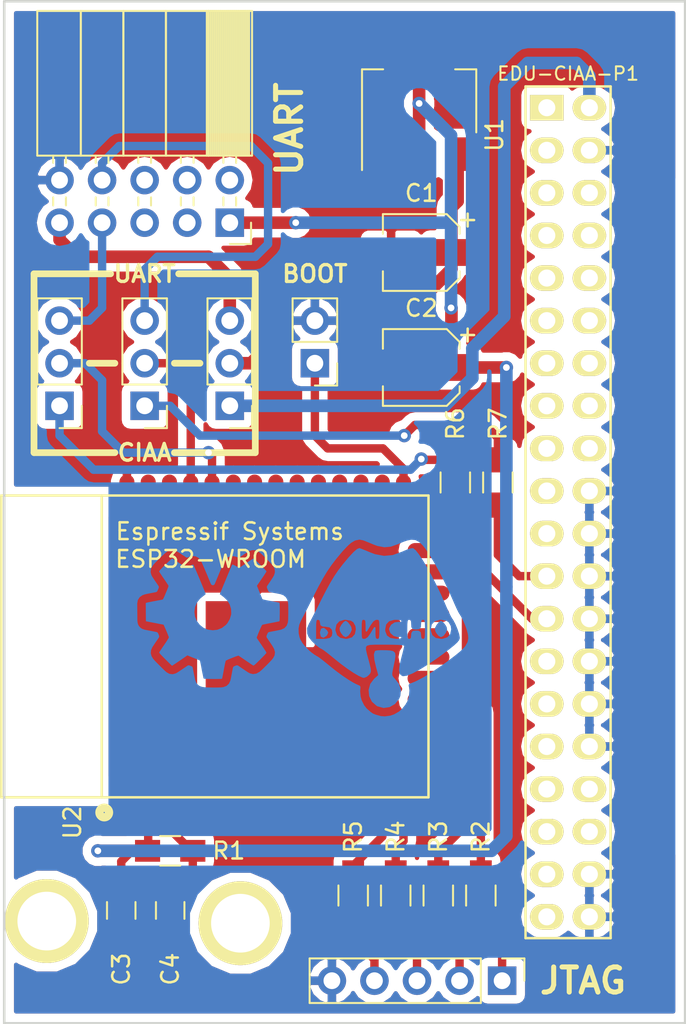
<source format=kicad_pcb>
(kicad_pcb (version 4) (host pcbnew 4.0.5+dfsg1-4~bpo8+1)

  (general
    (links 50)
    (no_connects 0)
    (area 132.258999 59.868999 173.049001 120.979001)
    (thickness 1.6)
    (drawings 20)
    (tracks 138)
    (zones 0)
    (modules 24)
    (nets 56)
  )

  (page A4)
  (title_block
    (title "Poncho WiFi ESP-WROOM-32")
    (date 2017-08-17)
    (rev 1.0)
    (company "Ing. Iván Sierra - Cika Internacional")
    (comment 1 "Tel: (5411) 4522-5466 (Rotativas)")
    (comment 2 "Sede Argentina: Av. de Los Incas 4821 (1427) – Bs. As.")
    (comment 3 http://cikainternacional.com/)
    (comment 4 "Soluciones Electrónicas Integrales")
  )

  (layers
    (0 F.Cu signal)
    (31 B.Cu signal)
    (32 B.Adhes user)
    (33 F.Adhes user)
    (34 B.Paste user)
    (35 F.Paste user)
    (36 B.SilkS user)
    (37 F.SilkS user)
    (38 B.Mask user)
    (39 F.Mask user)
    (40 Dwgs.User user hide)
    (41 Cmts.User user)
    (42 Eco1.User user)
    (43 Eco2.User user)
    (44 Edge.Cuts user)
    (45 Margin user)
    (46 B.CrtYd user)
    (47 F.CrtYd user)
    (48 B.Fab user)
    (49 F.Fab user hide)
  )

  (setup
    (last_trace_width 0.25)
    (user_trace_width 0.5)
    (user_trace_width 0.75)
    (user_trace_width 1)
    (user_trace_width 1.25)
    (user_trace_width 1.5)
    (user_trace_width 1.75)
    (user_trace_width 2)
    (user_trace_width 2.5)
    (trace_clearance 0.2)
    (zone_clearance 0.508)
    (zone_45_only yes)
    (trace_min 0.2)
    (segment_width 0.2)
    (edge_width 0.15)
    (via_size 0.8)
    (via_drill 0.7)
    (via_min_size 0.6)
    (via_min_drill 0.3)
    (uvia_size 0.3)
    (uvia_drill 0.1)
    (uvias_allowed no)
    (uvia_min_size 0.2)
    (uvia_min_drill 0.1)
    (pcb_text_width 0.3)
    (pcb_text_size 1.5 1.5)
    (mod_edge_width 0.15)
    (mod_text_size 1 1)
    (mod_text_width 0.15)
    (pad_size 1.7 1.7)
    (pad_drill 1)
    (pad_to_mask_clearance 0.2)
    (aux_axis_origin 132.334 120.904)
    (grid_origin 132.334 120.904)
    (visible_elements 7FFEFFFF)
    (pcbplotparams
      (layerselection 0x010fc_80000001)
      (usegerberextensions false)
      (excludeedgelayer true)
      (linewidth 0.100000)
      (plotframeref false)
      (viasonmask false)
      (mode 1)
      (useauxorigin false)
      (hpglpennumber 1)
      (hpglpenspeed 20)
      (hpglpendiameter 15)
      (hpglpenoverlay 2)
      (psnegative false)
      (psa4output false)
      (plotreference true)
      (plotvalue true)
      (plotinvisibletext false)
      (padsonsilk false)
      (subtractmaskfromsilk false)
      (outputformat 1)
      (mirror false)
      (drillshape 0)
      (scaleselection 1)
      (outputdirectory Gerber/))
  )

  (net 0 "")
  (net 1 GND)
  (net 2 +3V3)
  (net 3 "Net-(C4-Pad1)")
  (net 4 "Net-(J1-Pad1)")
  (net 5 /MTDO)
  (net 6 /MTCK)
  (net 7 /MTDI)
  (net 8 /MTMS)
  (net 9 "Net-(R2-Pad1)")
  (net 10 "Net-(R3-Pad1)")
  (net 11 "Net-(R4-Pad1)")
  (net 12 "Net-(R5-Pad1)")
  (net 13 "Net-(U2-Pad37)")
  (net 14 "Net-(U2-Pad36)")
  (net 15 TX)
  (net 16 RX)
  (net 17 "Net-(U2-Pad33)")
  (net 18 "Net-(U2-Pad32)")
  (net 19 "Net-(U2-Pad31)")
  (net 20 "Net-(U2-Pad30)")
  (net 21 "Net-(U2-Pad29)")
  (net 22 "Net-(U2-Pad28)")
  (net 23 "Net-(U2-Pad27)")
  (net 24 "Net-(U2-Pad26)")
  (net 25 "Net-(U2-Pad24)")
  (net 26 "Net-(U2-Pad22)")
  (net 27 "Net-(U2-Pad21)")
  (net 28 "Net-(U2-Pad20)")
  (net 29 "Net-(U2-Pad19)")
  (net 30 "Net-(U2-Pad18)")
  (net 31 "Net-(U2-Pad17)")
  (net 32 "Net-(U2-Pad12)")
  (net 33 "Net-(U2-Pad11)")
  (net 34 "Net-(U2-Pad10)")
  (net 35 "Net-(U2-Pad9)")
  (net 36 "Net-(U2-Pad8)")
  (net 37 "Net-(U2-Pad7)")
  (net 38 "Net-(U2-Pad6)")
  (net 39 "Net-(U2-Pad5)")
  (net 40 "Net-(U2-Pad4)")
  (net 41 "Net-(XA1-Pad1)")
  (net 42 "Net-(J2-Pad1)")
  (net 43 "Net-(J3-Pad1)")
  (net 44 "Net-(J3-Pad3)")
  (net 45 "Net-(C1-Pad1)")
  (net 46 Vcc_USB-UART)
  (net 47 "Net-(J4-Pad2)")
  (net 48 "Net-(J5-Pad1)")
  (net 49 "Net-(J2-Pad3)")
  (net 50 "Net-(J4-Pad3)")
  (net 51 "Net-(J4-Pad4)")
  (net 52 "Net-(J4-Pad5)")
  (net 53 "Net-(J4-Pad6)")
  (net 54 "Net-(R6-Pad1)")
  (net 55 "Net-(R7-Pad2)")

  (net_class Default "Esta es la clase de red por defecto."
    (clearance 0.2)
    (trace_width 0.25)
    (via_dia 0.8)
    (via_drill 0.7)
    (uvia_dia 0.3)
    (uvia_drill 0.1)
    (add_net +3V3)
    (add_net /MTCK)
    (add_net /MTDI)
    (add_net /MTDO)
    (add_net /MTMS)
    (add_net GND)
    (add_net "Net-(C1-Pad1)")
    (add_net "Net-(C4-Pad1)")
    (add_net "Net-(J1-Pad1)")
    (add_net "Net-(J2-Pad1)")
    (add_net "Net-(J2-Pad3)")
    (add_net "Net-(J3-Pad1)")
    (add_net "Net-(J3-Pad3)")
    (add_net "Net-(J4-Pad2)")
    (add_net "Net-(J4-Pad3)")
    (add_net "Net-(J4-Pad4)")
    (add_net "Net-(J4-Pad5)")
    (add_net "Net-(J4-Pad6)")
    (add_net "Net-(J5-Pad1)")
    (add_net "Net-(R2-Pad1)")
    (add_net "Net-(R3-Pad1)")
    (add_net "Net-(R4-Pad1)")
    (add_net "Net-(R5-Pad1)")
    (add_net "Net-(R6-Pad1)")
    (add_net "Net-(R7-Pad2)")
    (add_net "Net-(U2-Pad10)")
    (add_net "Net-(U2-Pad11)")
    (add_net "Net-(U2-Pad12)")
    (add_net "Net-(U2-Pad17)")
    (add_net "Net-(U2-Pad18)")
    (add_net "Net-(U2-Pad19)")
    (add_net "Net-(U2-Pad20)")
    (add_net "Net-(U2-Pad21)")
    (add_net "Net-(U2-Pad22)")
    (add_net "Net-(U2-Pad24)")
    (add_net "Net-(U2-Pad26)")
    (add_net "Net-(U2-Pad27)")
    (add_net "Net-(U2-Pad28)")
    (add_net "Net-(U2-Pad29)")
    (add_net "Net-(U2-Pad30)")
    (add_net "Net-(U2-Pad31)")
    (add_net "Net-(U2-Pad32)")
    (add_net "Net-(U2-Pad33)")
    (add_net "Net-(U2-Pad36)")
    (add_net "Net-(U2-Pad37)")
    (add_net "Net-(U2-Pad4)")
    (add_net "Net-(U2-Pad5)")
    (add_net "Net-(U2-Pad6)")
    (add_net "Net-(U2-Pad7)")
    (add_net "Net-(U2-Pad8)")
    (add_net "Net-(U2-Pad9)")
    (add_net "Net-(XA1-Pad1)")
    (add_net RX)
    (add_net TX)
    (add_net Vcc_USB-UART)
  )

  (module TO_SOT_Packages_SMD:SOT-223 (layer F.Cu) (tedit 5995BDC8) (tstamp 5991F921)
    (at 157.099 65.913 90)
    (descr "module CMS SOT223 4 pins")
    (tags "CMS SOT")
    (path /5991EC22)
    (zone_connect 1)
    (attr smd)
    (fp_text reference U1 (at -2 4.5 90) (layer F.SilkS)
      (effects (font (size 1 1) (thickness 0.15)))
    )
    (fp_text value LD1117AL-33 (at 0 4.5 90) (layer F.Fab)
      (effects (font (size 1 1) (thickness 0.15)))
    )
    (fp_text user %R (at 0 0 180) (layer F.Fab)
      (effects (font (size 0.8 0.8) (thickness 0.12)))
    )
    (fp_line (start -1.85 -2.3) (end -0.8 -3.35) (layer F.Fab) (width 0.1))
    (fp_line (start 1.91 3.41) (end 1.91 2.15) (layer F.SilkS) (width 0.12))
    (fp_line (start 1.91 -3.41) (end 1.91 -2.15) (layer F.SilkS) (width 0.12))
    (fp_line (start 4.4 -3.6) (end -4.4 -3.6) (layer F.CrtYd) (width 0.05))
    (fp_line (start 4.4 3.6) (end 4.4 -3.6) (layer F.CrtYd) (width 0.05))
    (fp_line (start -4.4 3.6) (end 4.4 3.6) (layer F.CrtYd) (width 0.05))
    (fp_line (start -4.4 -3.6) (end -4.4 3.6) (layer F.CrtYd) (width 0.05))
    (fp_line (start -1.85 -2.3) (end -1.85 3.35) (layer F.Fab) (width 0.1))
    (fp_line (start -1.85 3.41) (end 1.91 3.41) (layer F.SilkS) (width 0.12))
    (fp_line (start -0.8 -3.35) (end 1.85 -3.35) (layer F.Fab) (width 0.1))
    (fp_line (start -4.1 -3.41) (end 1.91 -3.41) (layer F.SilkS) (width 0.12))
    (fp_line (start -1.85 3.35) (end 1.85 3.35) (layer F.Fab) (width 0.1))
    (fp_line (start 1.85 -3.35) (end 1.85 3.35) (layer F.Fab) (width 0.1))
    (pad 4 smd rect (at 3.15 0 90) (size 2 3.8) (layers F.Cu F.Paste F.Mask)
      (net 2 +3V3) (zone_connect 1))
    (pad 2 smd rect (at -3.15 0 90) (size 2 1.5) (layers F.Cu F.Paste F.Mask)
      (net 2 +3V3) (zone_connect 1))
    (pad 3 smd rect (at -3.15 2.3 90) (size 2 1.5) (layers F.Cu F.Paste F.Mask)
      (net 45 "Net-(C1-Pad1)") (zone_connect 1))
    (pad 1 smd rect (at -3.15 -2.3 90) (size 2 1.5) (layers F.Cu F.Paste F.Mask)
      (net 1 GND) (zone_connect 1))
    (model ${KIPRJMOD}/Poncho_ESP-WROOM-32.3dshapes/SOT-223.wrl
      (at (xyz 0 0 0))
      (scale (xyz 0.4 0.4 0.4))
      (rotate (xyz 0 0 90))
    )
  )

  (module Capacitors_SMD:CP_Elec_4x5.3 (layer F.Cu) (tedit 58AA85FB) (tstamp 5991F8DB)
    (at 157.226 74.93 180)
    (descr "SMT capacitor, aluminium electrolytic, 4x5.3")
    (path /5991ECD3)
    (zone_connect 1)
    (attr smd)
    (fp_text reference C1 (at 0 3.54 180) (layer F.SilkS)
      (effects (font (size 1 1) (thickness 0.15)))
    )
    (fp_text value 10uF/16V (at 0 -3.54 180) (layer F.Fab)
      (effects (font (size 1 1) (thickness 0.15)))
    )
    (fp_circle (center 0 0) (end 0 2.1) (layer F.Fab) (width 0.1))
    (fp_text user + (at -1.21 -0.08 180) (layer F.Fab)
      (effects (font (size 1 1) (thickness 0.15)))
    )
    (fp_text user + (at -2.77 2.01 180) (layer F.SilkS)
      (effects (font (size 1 1) (thickness 0.15)))
    )
    (fp_text user %R (at 0 3.54 180) (layer F.Fab)
      (effects (font (size 1 1) (thickness 0.15)))
    )
    (fp_line (start 2.13 2.13) (end 2.13 -2.13) (layer F.Fab) (width 0.1))
    (fp_line (start -1.46 2.13) (end 2.13 2.13) (layer F.Fab) (width 0.1))
    (fp_line (start -2.13 1.46) (end -1.46 2.13) (layer F.Fab) (width 0.1))
    (fp_line (start -2.13 -1.46) (end -2.13 1.46) (layer F.Fab) (width 0.1))
    (fp_line (start -1.46 -2.13) (end -2.13 -1.46) (layer F.Fab) (width 0.1))
    (fp_line (start 2.13 -2.13) (end -1.46 -2.13) (layer F.Fab) (width 0.1))
    (fp_line (start -2.29 -1.52) (end -2.29 -1.12) (layer F.SilkS) (width 0.12))
    (fp_line (start 2.29 -2.29) (end 2.29 -1.12) (layer F.SilkS) (width 0.12))
    (fp_line (start 2.29 2.29) (end 2.29 1.12) (layer F.SilkS) (width 0.12))
    (fp_line (start -2.29 1.52) (end -2.29 1.12) (layer F.SilkS) (width 0.12))
    (fp_line (start -1.52 2.29) (end 2.29 2.29) (layer F.SilkS) (width 0.12))
    (fp_line (start -1.52 2.29) (end -2.29 1.52) (layer F.SilkS) (width 0.12))
    (fp_line (start -1.52 -2.29) (end 2.29 -2.29) (layer F.SilkS) (width 0.12))
    (fp_line (start -1.52 -2.29) (end -2.29 -1.52) (layer F.SilkS) (width 0.12))
    (fp_line (start -3.35 -2.39) (end 3.35 -2.39) (layer F.CrtYd) (width 0.05))
    (fp_line (start -3.35 -2.39) (end -3.35 2.38) (layer F.CrtYd) (width 0.05))
    (fp_line (start 3.35 2.38) (end 3.35 -2.39) (layer F.CrtYd) (width 0.05))
    (fp_line (start 3.35 2.38) (end -3.35 2.38) (layer F.CrtYd) (width 0.05))
    (pad 1 smd rect (at -1.8 0) (size 2.6 1.6) (layers F.Cu F.Paste F.Mask)
      (net 45 "Net-(C1-Pad1)") (zone_connect 1))
    (pad 2 smd rect (at 1.8 0) (size 2.6 1.6) (layers F.Cu F.Paste F.Mask)
      (net 1 GND) (zone_connect 1))
    (model ${KIPRJMOD}/Poncho_ESP-WROOM-32.3dshapes/CP_Elec_4x5.3.wrl
      (at (xyz 0 0 0))
      (scale (xyz 1 1 1))
      (rotate (xyz 0 0 180))
    )
  )

  (module ESP32-footprints-Lib:ESP32-WROOM (layer F.Cu) (tedit 5995B071) (tstamp 5991F94C)
    (at 144.907 98.425 270)
    (path /5991D3C8)
    (zone_connect 1)
    (fp_text reference U2 (at 10.5 8.5 270) (layer F.SilkS)
      (effects (font (size 1 1) (thickness 0.15)))
    )
    (fp_text value ESP32-WROOM (at 5.715 14.224 270) (layer F.Fab)
      (effects (font (size 1 1) (thickness 0.15)))
    )
    (fp_text user "Espressif Systems" (at -6.858 -0.889 360) (layer F.SilkS)
      (effects (font (size 1 1) (thickness 0.15)))
    )
    (fp_circle (center 9.906 6.604) (end 10.033 6.858) (layer F.SilkS) (width 0.5))
    (fp_text user ESP32-WROOM (at -5.207 0.254 360) (layer F.SilkS)
      (effects (font (size 1 1) (thickness 0.15)))
    )
    (fp_line (start -9 6.75) (end 9 6.75) (layer F.SilkS) (width 0.15))
    (fp_line (start 9 12.75) (end 9 -12.75) (layer F.SilkS) (width 0.15))
    (fp_line (start -9 12.75) (end -9 -12.75) (layer F.SilkS) (width 0.15))
    (fp_line (start -9 -12.75) (end 9 -12.75) (layer F.SilkS) (width 0.15))
    (fp_line (start -9 12.75) (end 9 12.75) (layer F.SilkS) (width 0.15))
    (pad 38 smd oval (at -9 5.25 270) (size 2.5 0.9) (layers F.Cu F.Paste F.Mask)
      (net 1 GND) (zone_connect 1))
    (pad 37 smd oval (at -9 3.98 270) (size 2.5 0.9) (layers F.Cu F.Paste F.Mask)
      (net 13 "Net-(U2-Pad37)") (zone_connect 1))
    (pad 36 smd oval (at -9 2.71 270) (size 2.5 0.9) (layers F.Cu F.Paste F.Mask)
      (net 14 "Net-(U2-Pad36)") (zone_connect 1))
    (pad 35 smd oval (at -9 1.44 270) (size 2.5 0.9) (layers F.Cu F.Paste F.Mask)
      (net 15 TX) (zone_connect 1))
    (pad 34 smd oval (at -9 0.17 270) (size 2.5 0.9) (layers F.Cu F.Paste F.Mask)
      (net 16 RX) (zone_connect 1))
    (pad 33 smd oval (at -9 -1.1 270) (size 2.5 0.9) (layers F.Cu F.Paste F.Mask)
      (net 17 "Net-(U2-Pad33)") (zone_connect 1))
    (pad 32 smd oval (at -9 -2.37 270) (size 2.5 0.9) (layers F.Cu F.Paste F.Mask)
      (net 18 "Net-(U2-Pad32)") (zone_connect 1))
    (pad 31 smd oval (at -9 -3.64 270) (size 2.5 0.9) (layers F.Cu F.Paste F.Mask)
      (net 19 "Net-(U2-Pad31)") (zone_connect 1))
    (pad 30 smd oval (at -9 -4.91 270) (size 2.5 0.9) (layers F.Cu F.Paste F.Mask)
      (net 20 "Net-(U2-Pad30)") (zone_connect 1))
    (pad 29 smd oval (at -9 -6.18 270) (size 2.5 0.9) (layers F.Cu F.Paste F.Mask)
      (net 21 "Net-(U2-Pad29)") (zone_connect 1))
    (pad 28 smd oval (at -9 -7.45 270) (size 2.5 0.9) (layers F.Cu F.Paste F.Mask)
      (net 22 "Net-(U2-Pad28)") (zone_connect 1))
    (pad 27 smd oval (at -9 -8.72 270) (size 2.5 0.9) (layers F.Cu F.Paste F.Mask)
      (net 23 "Net-(U2-Pad27)") (zone_connect 1))
    (pad 26 smd oval (at -9 -9.99 270) (size 2.5 0.9) (layers F.Cu F.Paste F.Mask)
      (net 24 "Net-(U2-Pad26)") (zone_connect 1))
    (pad 25 smd oval (at -9 -11.26 270) (size 2.5 0.9) (layers F.Cu F.Paste F.Mask)
      (net 48 "Net-(J5-Pad1)") (zone_connect 1))
    (pad 24 smd oval (at -5.715 -12.75 270) (size 0.9 2.5) (layers F.Cu F.Paste F.Mask)
      (net 25 "Net-(U2-Pad24)") (zone_connect 1))
    (pad 23 smd oval (at -4.445 -12.75 270) (size 0.9 2.5) (layers F.Cu F.Paste F.Mask)
      (net 9 "Net-(R2-Pad1)") (zone_connect 1))
    (pad 22 smd oval (at -3.175 -12.75 270) (size 0.9 2.5) (layers F.Cu F.Paste F.Mask)
      (net 26 "Net-(U2-Pad22)") (zone_connect 1))
    (pad 21 smd oval (at -1.905 -12.75 270) (size 0.9 2.5) (layers F.Cu F.Paste F.Mask)
      (net 27 "Net-(U2-Pad21)") (zone_connect 1))
    (pad 20 smd oval (at -0.635 -12.75 270) (size 0.9 2.5) (layers F.Cu F.Paste F.Mask)
      (net 28 "Net-(U2-Pad20)") (zone_connect 1))
    (pad 19 smd oval (at 0.635 -12.75 270) (size 0.9 2.5) (layers F.Cu F.Paste F.Mask)
      (net 29 "Net-(U2-Pad19)") (zone_connect 1))
    (pad 18 smd oval (at 1.905 -12.75 270) (size 0.9 2.5) (layers F.Cu F.Paste F.Mask)
      (net 30 "Net-(U2-Pad18)") (zone_connect 1))
    (pad 17 smd oval (at 3.175 -12.75 270) (size 0.9 2.5) (layers F.Cu F.Paste F.Mask)
      (net 31 "Net-(U2-Pad17)") (zone_connect 1))
    (pad 16 smd oval (at 4.445 -12.75 270) (size 0.9 2.5) (layers F.Cu F.Paste F.Mask)
      (net 10 "Net-(R3-Pad1)") (zone_connect 1))
    (pad 15 smd oval (at 5.715 -12.75 270) (size 0.9 2.5) (layers F.Cu F.Paste F.Mask)
      (net 1 GND) (zone_connect 1))
    (pad 14 smd oval (at 9 -11.26 270) (size 2.5 0.9) (layers F.Cu F.Paste F.Mask)
      (net 11 "Net-(R4-Pad1)") (zone_connect 1))
    (pad 13 smd oval (at 9 -9.99 270) (size 2.5 0.9) (layers F.Cu F.Paste F.Mask)
      (net 12 "Net-(R5-Pad1)") (zone_connect 1))
    (pad 12 smd oval (at 9 -8.72 270) (size 2.5 0.9) (layers F.Cu F.Paste F.Mask)
      (net 32 "Net-(U2-Pad12)") (zone_connect 1))
    (pad 11 smd oval (at 9 -7.45 270) (size 2.5 0.9) (layers F.Cu F.Paste F.Mask)
      (net 33 "Net-(U2-Pad11)") (zone_connect 1))
    (pad 10 smd oval (at 9 -6.18 270) (size 2.5 0.9) (layers F.Cu F.Paste F.Mask)
      (net 34 "Net-(U2-Pad10)") (zone_connect 1))
    (pad 9 smd oval (at 9 -4.91 270) (size 2.5 0.9) (layers F.Cu F.Paste F.Mask)
      (net 35 "Net-(U2-Pad9)") (zone_connect 1))
    (pad 8 smd oval (at 9 -3.64 270) (size 2.5 0.9) (layers F.Cu F.Paste F.Mask)
      (net 36 "Net-(U2-Pad8)") (zone_connect 1))
    (pad 7 smd oval (at 9 -2.37 270) (size 2.5 0.9) (layers F.Cu F.Paste F.Mask)
      (net 37 "Net-(U2-Pad7)") (zone_connect 1))
    (pad 6 smd oval (at 9 -1.1 270) (size 2.5 0.9) (layers F.Cu F.Paste F.Mask)
      (net 38 "Net-(U2-Pad6)") (zone_connect 1))
    (pad 5 smd oval (at 9 0.17 270) (size 2.5 0.9) (layers F.Cu F.Paste F.Mask)
      (net 39 "Net-(U2-Pad5)") (zone_connect 1))
    (pad 4 smd oval (at 9 1.44 270) (size 2.5 0.9) (layers F.Cu F.Paste F.Mask)
      (net 40 "Net-(U2-Pad4)") (zone_connect 1))
    (pad 3 smd oval (at 9 2.71 270) (size 2.5 0.9) (layers F.Cu F.Paste F.Mask)
      (net 3 "Net-(C4-Pad1)") (zone_connect 1))
    (pad 2 smd oval (at 9 3.98 270) (size 2.5 0.9) (layers F.Cu F.Paste F.Mask)
      (net 2 +3V3) (zone_connect 1))
    (pad 1 smd oval (at 9 5.25 270) (size 2.5 0.9) (layers F.Cu F.Paste F.Mask)
      (net 1 GND) (zone_connect 1))
    (pad 39 smd rect (at 0.3 -2.45 270) (size 6 6) (layers F.Cu F.Paste F.Mask)
      (net 1 GND) (zone_connect 1))
    (model ${KIPRJMOD}/Poncho_ESP-WROOM-32.3dshapes/KiCAD-ESP-WROOM-32.wrl
      (at (xyz 0 0 0))
      (scale (xyz 1 1 1))
      (rotate (xyz 0 0 0))
    )
  )

  (module Capacitors_SMD:C_0805_HandSoldering (layer F.Cu) (tedit 59930CC2) (tstamp 59930AF0)
    (at 139.319 114.173 270)
    (descr "Capacitor SMD 0805, hand soldering")
    (tags "capacitor 0805")
    (path /5991DD3F)
    (attr smd)
    (fp_text reference C3 (at 3.5 0 270) (layer F.SilkS)
      (effects (font (size 1 1) (thickness 0.15)))
    )
    (fp_text value 0.1uF (at 0 1.75 270) (layer F.Fab)
      (effects (font (size 1 1) (thickness 0.15)))
    )
    (fp_text user %R (at 0 -1.75 270) (layer F.Fab)
      (effects (font (size 1 1) (thickness 0.15)))
    )
    (fp_line (start -1 0.62) (end -1 -0.62) (layer F.Fab) (width 0.1))
    (fp_line (start 1 0.62) (end -1 0.62) (layer F.Fab) (width 0.1))
    (fp_line (start 1 -0.62) (end 1 0.62) (layer F.Fab) (width 0.1))
    (fp_line (start -1 -0.62) (end 1 -0.62) (layer F.Fab) (width 0.1))
    (fp_line (start 0.5 -0.85) (end -0.5 -0.85) (layer F.SilkS) (width 0.12))
    (fp_line (start -0.5 0.85) (end 0.5 0.85) (layer F.SilkS) (width 0.12))
    (fp_line (start -2.25 -0.88) (end 2.25 -0.88) (layer F.CrtYd) (width 0.05))
    (fp_line (start -2.25 -0.88) (end -2.25 0.87) (layer F.CrtYd) (width 0.05))
    (fp_line (start 2.25 0.87) (end 2.25 -0.88) (layer F.CrtYd) (width 0.05))
    (fp_line (start 2.25 0.87) (end -2.25 0.87) (layer F.CrtYd) (width 0.05))
    (pad 1 smd rect (at -1.25 0 270) (size 1.5 1.25) (layers F.Cu F.Paste F.Mask)
      (net 2 +3V3))
    (pad 2 smd rect (at 1.25 0 270) (size 1.5 1.25) (layers F.Cu F.Paste F.Mask)
      (net 1 GND))
    (model ${KIPRJMOD}/Poncho_ESP-WROOM-32.3dshapes/C_0805.wrl
      (at (xyz 0 0 0))
      (scale (xyz 1 1 1))
      (rotate (xyz 0 0 0))
    )
  )

  (module Capacitors_SMD:C_0805_HandSoldering (layer F.Cu) (tedit 59930CDE) (tstamp 59930AF5)
    (at 142.24 114.173 270)
    (descr "Capacitor SMD 0805, hand soldering")
    (tags "capacitor 0805")
    (path /59920538)
    (attr smd)
    (fp_text reference C4 (at 3.5 0 270) (layer F.SilkS)
      (effects (font (size 1 1) (thickness 0.15)))
    )
    (fp_text value 0.1uF (at 0 1.75 270) (layer F.Fab)
      (effects (font (size 1 1) (thickness 0.15)))
    )
    (fp_text user %R (at 0 -1.75 270) (layer F.Fab)
      (effects (font (size 1 1) (thickness 0.15)))
    )
    (fp_line (start -1 0.62) (end -1 -0.62) (layer F.Fab) (width 0.1))
    (fp_line (start 1 0.62) (end -1 0.62) (layer F.Fab) (width 0.1))
    (fp_line (start 1 -0.62) (end 1 0.62) (layer F.Fab) (width 0.1))
    (fp_line (start -1 -0.62) (end 1 -0.62) (layer F.Fab) (width 0.1))
    (fp_line (start 0.5 -0.85) (end -0.5 -0.85) (layer F.SilkS) (width 0.12))
    (fp_line (start -0.5 0.85) (end 0.5 0.85) (layer F.SilkS) (width 0.12))
    (fp_line (start -2.25 -0.88) (end 2.25 -0.88) (layer F.CrtYd) (width 0.05))
    (fp_line (start -2.25 -0.88) (end -2.25 0.87) (layer F.CrtYd) (width 0.05))
    (fp_line (start 2.25 0.87) (end 2.25 -0.88) (layer F.CrtYd) (width 0.05))
    (fp_line (start 2.25 0.87) (end -2.25 0.87) (layer F.CrtYd) (width 0.05))
    (pad 1 smd rect (at -1.25 0 270) (size 1.5 1.25) (layers F.Cu F.Paste F.Mask)
      (net 3 "Net-(C4-Pad1)"))
    (pad 2 smd rect (at 1.25 0 270) (size 1.5 1.25) (layers F.Cu F.Paste F.Mask)
      (net 1 GND))
    (model ${KIPRJMOD}/Poncho_ESP-WROOM-32.3dshapes/C_0805.wrl
      (at (xyz 0 0 0))
      (scale (xyz 1 1 1))
      (rotate (xyz 0 0 0))
    )
  )

  (module Resistors_SMD:R_0805_HandSoldering (layer F.Cu) (tedit 59930C7E) (tstamp 59930AFA)
    (at 142.24 110.617)
    (descr "Resistor SMD 0805, hand soldering")
    (tags "resistor 0805")
    (path /5991DDF5)
    (attr smd)
    (fp_text reference R1 (at 3.5 0) (layer F.SilkS)
      (effects (font (size 1 1) (thickness 0.15)))
    )
    (fp_text value 10K (at 0 1.75) (layer F.Fab)
      (effects (font (size 1 1) (thickness 0.15)))
    )
    (fp_text user %R (at 0 0) (layer F.Fab)
      (effects (font (size 0.5 0.5) (thickness 0.075)))
    )
    (fp_line (start -1 0.62) (end -1 -0.62) (layer F.Fab) (width 0.1))
    (fp_line (start 1 0.62) (end -1 0.62) (layer F.Fab) (width 0.1))
    (fp_line (start 1 -0.62) (end 1 0.62) (layer F.Fab) (width 0.1))
    (fp_line (start -1 -0.62) (end 1 -0.62) (layer F.Fab) (width 0.1))
    (fp_line (start 0.6 0.88) (end -0.6 0.88) (layer F.SilkS) (width 0.12))
    (fp_line (start -0.6 -0.88) (end 0.6 -0.88) (layer F.SilkS) (width 0.12))
    (fp_line (start -2.35 -0.9) (end 2.35 -0.9) (layer F.CrtYd) (width 0.05))
    (fp_line (start -2.35 -0.9) (end -2.35 0.9) (layer F.CrtYd) (width 0.05))
    (fp_line (start 2.35 0.9) (end 2.35 -0.9) (layer F.CrtYd) (width 0.05))
    (fp_line (start 2.35 0.9) (end -2.35 0.9) (layer F.CrtYd) (width 0.05))
    (pad 1 smd rect (at -1.35 0) (size 1.5 1.3) (layers F.Cu F.Paste F.Mask)
      (net 2 +3V3))
    (pad 2 smd rect (at 1.35 0) (size 1.5 1.3) (layers F.Cu F.Paste F.Mask)
      (net 3 "Net-(C4-Pad1)"))
    (model ${KIPRJMOD}/Poncho_ESP-WROOM-32.3dshapes/R_0805.wrl
      (at (xyz 0 0 0))
      (scale (xyz 1 1 1))
      (rotate (xyz 0 0 0))
    )
  )

  (module Resistors_SMD:R_0805_HandSoldering (layer F.Cu) (tedit 599310CA) (tstamp 59930AFF)
    (at 160.782 113.284 270)
    (descr "Resistor SMD 0805, hand soldering")
    (tags "resistor 0805")
    (path /59920E31)
    (attr smd)
    (fp_text reference R2 (at -3.5 0 270) (layer F.SilkS)
      (effects (font (size 1 1) (thickness 0.15)))
    )
    (fp_text value 100 (at 0 1.75 270) (layer F.Fab)
      (effects (font (size 1 1) (thickness 0.15)))
    )
    (fp_text user %R (at 0 0 270) (layer F.Fab)
      (effects (font (size 0.5 0.5) (thickness 0.075)))
    )
    (fp_line (start -1 0.62) (end -1 -0.62) (layer F.Fab) (width 0.1))
    (fp_line (start 1 0.62) (end -1 0.62) (layer F.Fab) (width 0.1))
    (fp_line (start 1 -0.62) (end 1 0.62) (layer F.Fab) (width 0.1))
    (fp_line (start -1 -0.62) (end 1 -0.62) (layer F.Fab) (width 0.1))
    (fp_line (start 0.6 0.88) (end -0.6 0.88) (layer F.SilkS) (width 0.12))
    (fp_line (start -0.6 -0.88) (end 0.6 -0.88) (layer F.SilkS) (width 0.12))
    (fp_line (start -2.35 -0.9) (end 2.35 -0.9) (layer F.CrtYd) (width 0.05))
    (fp_line (start -2.35 -0.9) (end -2.35 0.9) (layer F.CrtYd) (width 0.05))
    (fp_line (start 2.35 0.9) (end 2.35 -0.9) (layer F.CrtYd) (width 0.05))
    (fp_line (start 2.35 0.9) (end -2.35 0.9) (layer F.CrtYd) (width 0.05))
    (pad 1 smd rect (at -1.35 0 270) (size 1.5 1.3) (layers F.Cu F.Paste F.Mask)
      (net 9 "Net-(R2-Pad1)"))
    (pad 2 smd rect (at 1.35 0 270) (size 1.5 1.3) (layers F.Cu F.Paste F.Mask)
      (net 5 /MTDO))
    (model ${KIPRJMOD}/Poncho_ESP-WROOM-32.3dshapes/R_0805.wrl
      (at (xyz 0 0 0))
      (scale (xyz 1 1 1))
      (rotate (xyz 0 0 0))
    )
  )

  (module Resistors_SMD:R_0805_HandSoldering (layer F.Cu) (tedit 599310D3) (tstamp 59930B04)
    (at 158.242 113.284 270)
    (descr "Resistor SMD 0805, hand soldering")
    (tags "resistor 0805")
    (path /59920DE7)
    (attr smd)
    (fp_text reference R3 (at -3.5 0 270) (layer F.SilkS)
      (effects (font (size 1 1) (thickness 0.15)))
    )
    (fp_text value 100 (at 0 1.75 270) (layer F.Fab)
      (effects (font (size 1 1) (thickness 0.15)))
    )
    (fp_text user %R (at 0 0 270) (layer F.Fab)
      (effects (font (size 0.5 0.5) (thickness 0.075)))
    )
    (fp_line (start -1 0.62) (end -1 -0.62) (layer F.Fab) (width 0.1))
    (fp_line (start 1 0.62) (end -1 0.62) (layer F.Fab) (width 0.1))
    (fp_line (start 1 -0.62) (end 1 0.62) (layer F.Fab) (width 0.1))
    (fp_line (start -1 -0.62) (end 1 -0.62) (layer F.Fab) (width 0.1))
    (fp_line (start 0.6 0.88) (end -0.6 0.88) (layer F.SilkS) (width 0.12))
    (fp_line (start -0.6 -0.88) (end 0.6 -0.88) (layer F.SilkS) (width 0.12))
    (fp_line (start -2.35 -0.9) (end 2.35 -0.9) (layer F.CrtYd) (width 0.05))
    (fp_line (start -2.35 -0.9) (end -2.35 0.9) (layer F.CrtYd) (width 0.05))
    (fp_line (start 2.35 0.9) (end 2.35 -0.9) (layer F.CrtYd) (width 0.05))
    (fp_line (start 2.35 0.9) (end -2.35 0.9) (layer F.CrtYd) (width 0.05))
    (pad 1 smd rect (at -1.35 0 270) (size 1.5 1.3) (layers F.Cu F.Paste F.Mask)
      (net 10 "Net-(R3-Pad1)"))
    (pad 2 smd rect (at 1.35 0 270) (size 1.5 1.3) (layers F.Cu F.Paste F.Mask)
      (net 6 /MTCK))
    (model ${KIPRJMOD}/Poncho_ESP-WROOM-32.3dshapes/R_0805.wrl
      (at (xyz 0 0 0))
      (scale (xyz 1 1 1))
      (rotate (xyz 0 0 0))
    )
  )

  (module Resistors_SMD:R_0805_HandSoldering (layer F.Cu) (tedit 599310DF) (tstamp 59930B09)
    (at 155.702 113.284 270)
    (descr "Resistor SMD 0805, hand soldering")
    (tags "resistor 0805")
    (path /59920DA0)
    (attr smd)
    (fp_text reference R4 (at -3.5 0 270) (layer F.SilkS)
      (effects (font (size 1 1) (thickness 0.15)))
    )
    (fp_text value 100 (at 0 1.75 270) (layer F.Fab)
      (effects (font (size 1 1) (thickness 0.15)))
    )
    (fp_text user %R (at 0 0 270) (layer F.Fab)
      (effects (font (size 0.5 0.5) (thickness 0.075)))
    )
    (fp_line (start -1 0.62) (end -1 -0.62) (layer F.Fab) (width 0.1))
    (fp_line (start 1 0.62) (end -1 0.62) (layer F.Fab) (width 0.1))
    (fp_line (start 1 -0.62) (end 1 0.62) (layer F.Fab) (width 0.1))
    (fp_line (start -1 -0.62) (end 1 -0.62) (layer F.Fab) (width 0.1))
    (fp_line (start 0.6 0.88) (end -0.6 0.88) (layer F.SilkS) (width 0.12))
    (fp_line (start -0.6 -0.88) (end 0.6 -0.88) (layer F.SilkS) (width 0.12))
    (fp_line (start -2.35 -0.9) (end 2.35 -0.9) (layer F.CrtYd) (width 0.05))
    (fp_line (start -2.35 -0.9) (end -2.35 0.9) (layer F.CrtYd) (width 0.05))
    (fp_line (start 2.35 0.9) (end 2.35 -0.9) (layer F.CrtYd) (width 0.05))
    (fp_line (start 2.35 0.9) (end -2.35 0.9) (layer F.CrtYd) (width 0.05))
    (pad 1 smd rect (at -1.35 0 270) (size 1.5 1.3) (layers F.Cu F.Paste F.Mask)
      (net 11 "Net-(R4-Pad1)"))
    (pad 2 smd rect (at 1.35 0 270) (size 1.5 1.3) (layers F.Cu F.Paste F.Mask)
      (net 7 /MTDI))
    (model ${KIPRJMOD}/Poncho_ESP-WROOM-32.3dshapes/R_0805.wrl
      (at (xyz 0 0 0))
      (scale (xyz 1 1 1))
      (rotate (xyz 0 0 0))
    )
  )

  (module Resistors_SMD:R_0805_HandSoldering (layer F.Cu) (tedit 599310ED) (tstamp 59930B0E)
    (at 153.162 113.284 270)
    (descr "Resistor SMD 0805, hand soldering")
    (tags "resistor 0805")
    (path /59920D22)
    (attr smd)
    (fp_text reference R5 (at -3.5 0 270) (layer F.SilkS)
      (effects (font (size 1 1) (thickness 0.15)))
    )
    (fp_text value 100 (at 0 1.75 270) (layer F.Fab)
      (effects (font (size 1 1) (thickness 0.15)))
    )
    (fp_text user %R (at 0 0 270) (layer F.Fab)
      (effects (font (size 0.5 0.5) (thickness 0.075)))
    )
    (fp_line (start -1 0.62) (end -1 -0.62) (layer F.Fab) (width 0.1))
    (fp_line (start 1 0.62) (end -1 0.62) (layer F.Fab) (width 0.1))
    (fp_line (start 1 -0.62) (end 1 0.62) (layer F.Fab) (width 0.1))
    (fp_line (start -1 -0.62) (end 1 -0.62) (layer F.Fab) (width 0.1))
    (fp_line (start 0.6 0.88) (end -0.6 0.88) (layer F.SilkS) (width 0.12))
    (fp_line (start -0.6 -0.88) (end 0.6 -0.88) (layer F.SilkS) (width 0.12))
    (fp_line (start -2.35 -0.9) (end 2.35 -0.9) (layer F.CrtYd) (width 0.05))
    (fp_line (start -2.35 -0.9) (end -2.35 0.9) (layer F.CrtYd) (width 0.05))
    (fp_line (start 2.35 0.9) (end 2.35 -0.9) (layer F.CrtYd) (width 0.05))
    (fp_line (start 2.35 0.9) (end -2.35 0.9) (layer F.CrtYd) (width 0.05))
    (pad 1 smd rect (at -1.35 0 270) (size 1.5 1.3) (layers F.Cu F.Paste F.Mask)
      (net 12 "Net-(R5-Pad1)"))
    (pad 2 smd rect (at 1.35 0 270) (size 1.5 1.3) (layers F.Cu F.Paste F.Mask)
      (net 8 /MTMS))
    (model ${KIPRJMOD}/Poncho_ESP-WROOM-32.3dshapes/R_0805.wrl
      (at (xyz 0 0 0))
      (scale (xyz 1 1 1))
      (rotate (xyz 0 0 0))
    )
  )

  (module Capacitors_SMD:CP_Elec_4x5.3 (layer F.Cu) (tedit 58AA85FB) (tstamp 59930FC5)
    (at 157.226 81.788 180)
    (descr "SMT capacitor, aluminium electrolytic, 4x5.3")
    (path /5991ED1C)
    (attr smd)
    (fp_text reference C2 (at 0 3.54 180) (layer F.SilkS)
      (effects (font (size 1 1) (thickness 0.15)))
    )
    (fp_text value 10uF/16V (at 0 -3.54 180) (layer F.Fab)
      (effects (font (size 1 1) (thickness 0.15)))
    )
    (fp_circle (center 0 0) (end 0 2.1) (layer F.Fab) (width 0.1))
    (fp_text user + (at -1.21 -0.08 180) (layer F.Fab)
      (effects (font (size 1 1) (thickness 0.15)))
    )
    (fp_text user + (at -2.77 2.01 180) (layer F.SilkS)
      (effects (font (size 1 1) (thickness 0.15)))
    )
    (fp_text user %R (at 0 3.54 180) (layer F.Fab)
      (effects (font (size 1 1) (thickness 0.15)))
    )
    (fp_line (start 2.13 2.13) (end 2.13 -2.13) (layer F.Fab) (width 0.1))
    (fp_line (start -1.46 2.13) (end 2.13 2.13) (layer F.Fab) (width 0.1))
    (fp_line (start -2.13 1.46) (end -1.46 2.13) (layer F.Fab) (width 0.1))
    (fp_line (start -2.13 -1.46) (end -2.13 1.46) (layer F.Fab) (width 0.1))
    (fp_line (start -1.46 -2.13) (end -2.13 -1.46) (layer F.Fab) (width 0.1))
    (fp_line (start 2.13 -2.13) (end -1.46 -2.13) (layer F.Fab) (width 0.1))
    (fp_line (start -2.29 -1.52) (end -2.29 -1.12) (layer F.SilkS) (width 0.12))
    (fp_line (start 2.29 -2.29) (end 2.29 -1.12) (layer F.SilkS) (width 0.12))
    (fp_line (start 2.29 2.29) (end 2.29 1.12) (layer F.SilkS) (width 0.12))
    (fp_line (start -2.29 1.52) (end -2.29 1.12) (layer F.SilkS) (width 0.12))
    (fp_line (start -1.52 2.29) (end 2.29 2.29) (layer F.SilkS) (width 0.12))
    (fp_line (start -1.52 2.29) (end -2.29 1.52) (layer F.SilkS) (width 0.12))
    (fp_line (start -1.52 -2.29) (end 2.29 -2.29) (layer F.SilkS) (width 0.12))
    (fp_line (start -1.52 -2.29) (end -2.29 -1.52) (layer F.SilkS) (width 0.12))
    (fp_line (start -3.35 -2.39) (end 3.35 -2.39) (layer F.CrtYd) (width 0.05))
    (fp_line (start -3.35 -2.39) (end -3.35 2.38) (layer F.CrtYd) (width 0.05))
    (fp_line (start 3.35 2.38) (end 3.35 -2.39) (layer F.CrtYd) (width 0.05))
    (fp_line (start 3.35 2.38) (end -3.35 2.38) (layer F.CrtYd) (width 0.05))
    (pad 1 smd rect (at -1.8 0) (size 2.6 1.6) (layers F.Cu F.Paste F.Mask)
      (net 2 +3V3))
    (pad 2 smd rect (at 1.8 0) (size 2.6 1.6) (layers F.Cu F.Paste F.Mask)
      (net 1 GND))
    (model ${KIPRJMOD}/Poncho_ESP-WROOM-32.3dshapes/CP_Elec_4x5.3.wrl
      (at (xyz 0 0 0))
      (scale (xyz 1 1 1))
      (rotate (xyz 0 0 180))
    )
  )

  (module Pin_Headers:Pin_Header_Straight_1x05_Pitch2.54mm (layer F.Cu) (tedit 5995BF62) (tstamp 59959BC3)
    (at 162.052 118.364 270)
    (descr "Through hole straight pin header, 1x05, 2.54mm pitch, single row")
    (tags "Through hole pin header THT 1x05 2.54mm single row")
    (path /59939EB9)
    (fp_text reference J6 (at 0 13 270) (layer F.SilkS) hide
      (effects (font (size 1 1) (thickness 0.15)))
    )
    (fp_text value JTAG (at 0 12.49 270) (layer F.Fab)
      (effects (font (size 1 1) (thickness 0.15)))
    )
    (fp_line (start -0.635 -1.27) (end 1.27 -1.27) (layer F.Fab) (width 0.1))
    (fp_line (start 1.27 -1.27) (end 1.27 11.43) (layer F.Fab) (width 0.1))
    (fp_line (start 1.27 11.43) (end -1.27 11.43) (layer F.Fab) (width 0.1))
    (fp_line (start -1.27 11.43) (end -1.27 -0.635) (layer F.Fab) (width 0.1))
    (fp_line (start -1.27 -0.635) (end -0.635 -1.27) (layer F.Fab) (width 0.1))
    (fp_line (start -1.33 11.49) (end 1.33 11.49) (layer F.SilkS) (width 0.12))
    (fp_line (start -1.33 1.27) (end -1.33 11.49) (layer F.SilkS) (width 0.12))
    (fp_line (start 1.33 1.27) (end 1.33 11.49) (layer F.SilkS) (width 0.12))
    (fp_line (start -1.33 1.27) (end 1.33 1.27) (layer F.SilkS) (width 0.12))
    (fp_line (start -1.33 0) (end -1.33 -1.33) (layer F.SilkS) (width 0.12))
    (fp_line (start -1.33 -1.33) (end 0 -1.33) (layer F.SilkS) (width 0.12))
    (fp_line (start -1.8 -1.8) (end -1.8 11.95) (layer F.CrtYd) (width 0.05))
    (fp_line (start -1.8 11.95) (end 1.8 11.95) (layer F.CrtYd) (width 0.05))
    (fp_line (start 1.8 11.95) (end 1.8 -1.8) (layer F.CrtYd) (width 0.05))
    (fp_line (start 1.8 -1.8) (end -1.8 -1.8) (layer F.CrtYd) (width 0.05))
    (fp_text user %R (at 0 5.08 360) (layer F.Fab)
      (effects (font (size 1 1) (thickness 0.15)))
    )
    (pad 1 thru_hole rect (at 0 0 270) (size 1.7 1.7) (drill 1) (layers *.Cu *.Mask)
      (net 5 /MTDO))
    (pad 2 thru_hole oval (at 0 2.54 270) (size 1.7 1.7) (drill 1) (layers *.Cu *.Mask)
      (net 6 /MTCK))
    (pad 3 thru_hole oval (at 0 5.08 270) (size 1.7 1.7) (drill 1) (layers *.Cu *.Mask)
      (net 7 /MTDI))
    (pad 4 thru_hole oval (at 0 7.62 270) (size 1.7 1.7) (drill 1) (layers *.Cu *.Mask)
      (net 8 /MTMS))
    (pad 5 thru_hole oval (at 0 10.16 270) (size 1.7 1.7) (drill 1) (layers *.Cu *.Mask)
      (net 1 GND))
    (model ${KIPRJMOD}/Poncho_ESP-WROOM-32.3dshapes/Pin_Header_Straight_1x05_Pitch2.54mm.wrl
      (at (xyz 0 -0.2 0))
      (scale (xyz 1 1 1))
      (rotate (xyz 0 0 90))
    )
  )

  (module Pin_Headers:Pin_Header_Straight_1x03_Pitch2.54mm (layer F.Cu) (tedit 5995BE35) (tstamp 59959CD5)
    (at 145.796 84.074 180)
    (descr "Through hole straight pin header, 1x03, 2.54mm pitch, single row")
    (tags "Through hole pin header THT 1x03 2.54mm single row")
    (path /599598B4)
    (fp_text reference J1 (at -2.5 0 180) (layer F.SilkS) hide
      (effects (font (size 1 1) (thickness 0.15)))
    )
    (fp_text value JP_Vcc (at 0 7.41 180) (layer F.Fab)
      (effects (font (size 1 1) (thickness 0.15)))
    )
    (fp_line (start -0.635 -1.27) (end 1.27 -1.27) (layer F.Fab) (width 0.1))
    (fp_line (start 1.27 -1.27) (end 1.27 6.35) (layer F.Fab) (width 0.1))
    (fp_line (start 1.27 6.35) (end -1.27 6.35) (layer F.Fab) (width 0.1))
    (fp_line (start -1.27 6.35) (end -1.27 -0.635) (layer F.Fab) (width 0.1))
    (fp_line (start -1.27 -0.635) (end -0.635 -1.27) (layer F.Fab) (width 0.1))
    (fp_line (start -1.33 6.41) (end 1.33 6.41) (layer F.SilkS) (width 0.12))
    (fp_line (start -1.33 1.27) (end -1.33 6.41) (layer F.SilkS) (width 0.12))
    (fp_line (start 1.33 1.27) (end 1.33 6.41) (layer F.SilkS) (width 0.12))
    (fp_line (start -1.33 1.27) (end 1.33 1.27) (layer F.SilkS) (width 0.12))
    (fp_line (start -1.33 0) (end -1.33 -1.33) (layer F.SilkS) (width 0.12))
    (fp_line (start -1.33 -1.33) (end 0 -1.33) (layer F.SilkS) (width 0.12))
    (fp_line (start -1.8 -1.8) (end -1.8 6.85) (layer F.CrtYd) (width 0.05))
    (fp_line (start -1.8 6.85) (end 1.8 6.85) (layer F.CrtYd) (width 0.05))
    (fp_line (start 1.8 6.85) (end 1.8 -1.8) (layer F.CrtYd) (width 0.05))
    (fp_line (start 1.8 -1.8) (end -1.8 -1.8) (layer F.CrtYd) (width 0.05))
    (fp_text user %R (at 0 2.54 270) (layer F.Fab)
      (effects (font (size 1 1) (thickness 0.15)))
    )
    (pad 1 thru_hole rect (at 0 0 180) (size 1.7 1.7) (drill 1) (layers *.Cu *.Mask)
      (net 4 "Net-(J1-Pad1)"))
    (pad 2 thru_hole oval (at 0 2.54 180) (size 1.7 1.7) (drill 1) (layers *.Cu *.Mask)
      (net 45 "Net-(C1-Pad1)"))
    (pad 3 thru_hole oval (at 0 5.08 180) (size 1.7 1.7) (drill 1) (layers *.Cu *.Mask)
      (net 46 Vcc_USB-UART))
    (model ${KIPRJMOD}/Poncho_ESP-WROOM-32.3dshapes/Pin_Header_Straight_1x03_Pitch2.54mm.wrl
      (at (xyz 0 -0.1 0))
      (scale (xyz 1 1 1))
      (rotate (xyz 0 0 90))
    )
  )

  (module Pin_Headers:Pin_Header_Straight_1x03_Pitch2.54mm (layer F.Cu) (tedit 5995BE15) (tstamp 59959CDB)
    (at 135.636 84.074 180)
    (descr "Through hole straight pin header, 1x03, 2.54mm pitch, single row")
    (tags "Through hole pin header THT 1x03 2.54mm single row")
    (path /599597DE)
    (fp_text reference J2 (at -2.5 0 180) (layer F.SilkS) hide
      (effects (font (size 1 1) (thickness 0.15)))
    )
    (fp_text value JP_TX (at 0 7.41 180) (layer F.Fab)
      (effects (font (size 1 1) (thickness 0.15)))
    )
    (fp_line (start -0.635 -1.27) (end 1.27 -1.27) (layer F.Fab) (width 0.1))
    (fp_line (start 1.27 -1.27) (end 1.27 6.35) (layer F.Fab) (width 0.1))
    (fp_line (start 1.27 6.35) (end -1.27 6.35) (layer F.Fab) (width 0.1))
    (fp_line (start -1.27 6.35) (end -1.27 -0.635) (layer F.Fab) (width 0.1))
    (fp_line (start -1.27 -0.635) (end -0.635 -1.27) (layer F.Fab) (width 0.1))
    (fp_line (start -1.33 6.41) (end 1.33 6.41) (layer F.SilkS) (width 0.12))
    (fp_line (start -1.33 1.27) (end -1.33 6.41) (layer F.SilkS) (width 0.12))
    (fp_line (start 1.33 1.27) (end 1.33 6.41) (layer F.SilkS) (width 0.12))
    (fp_line (start -1.33 1.27) (end 1.33 1.27) (layer F.SilkS) (width 0.12))
    (fp_line (start -1.33 0) (end -1.33 -1.33) (layer F.SilkS) (width 0.12))
    (fp_line (start -1.33 -1.33) (end 0 -1.33) (layer F.SilkS) (width 0.12))
    (fp_line (start -1.8 -1.8) (end -1.8 6.85) (layer F.CrtYd) (width 0.05))
    (fp_line (start -1.8 6.85) (end 1.8 6.85) (layer F.CrtYd) (width 0.05))
    (fp_line (start 1.8 6.85) (end 1.8 -1.8) (layer F.CrtYd) (width 0.05))
    (fp_line (start 1.8 -1.8) (end -1.8 -1.8) (layer F.CrtYd) (width 0.05))
    (fp_text user %R (at 0 2.54 270) (layer F.Fab)
      (effects (font (size 1 1) (thickness 0.15)))
    )
    (pad 1 thru_hole rect (at 0 0 180) (size 1.7 1.7) (drill 1) (layers *.Cu *.Mask)
      (net 42 "Net-(J2-Pad1)"))
    (pad 2 thru_hole oval (at 0 2.54 180) (size 1.7 1.7) (drill 1) (layers *.Cu *.Mask)
      (net 16 RX))
    (pad 3 thru_hole oval (at 0 5.08 180) (size 1.7 1.7) (drill 1) (layers *.Cu *.Mask)
      (net 49 "Net-(J2-Pad3)"))
    (model ${KIPRJMOD}/Poncho_ESP-WROOM-32.3dshapes/Pin_Header_Straight_1x03_Pitch2.54mm.wrl
      (at (xyz 0 -0.1 0))
      (scale (xyz 1 1 1))
      (rotate (xyz 0 0 90))
    )
  )

  (module Pin_Headers:Pin_Header_Straight_1x03_Pitch2.54mm (layer F.Cu) (tedit 5995BE30) (tstamp 59959CE1)
    (at 140.716 84.074 180)
    (descr "Through hole straight pin header, 1x03, 2.54mm pitch, single row")
    (tags "Through hole pin header THT 1x03 2.54mm single row")
    (path /59959843)
    (fp_text reference J3 (at -2.5 0 180) (layer F.SilkS) hide
      (effects (font (size 1 1) (thickness 0.15)))
    )
    (fp_text value JP_RX (at 0 7.41 180) (layer F.Fab)
      (effects (font (size 1 1) (thickness 0.15)))
    )
    (fp_line (start -0.635 -1.27) (end 1.27 -1.27) (layer F.Fab) (width 0.1))
    (fp_line (start 1.27 -1.27) (end 1.27 6.35) (layer F.Fab) (width 0.1))
    (fp_line (start 1.27 6.35) (end -1.27 6.35) (layer F.Fab) (width 0.1))
    (fp_line (start -1.27 6.35) (end -1.27 -0.635) (layer F.Fab) (width 0.1))
    (fp_line (start -1.27 -0.635) (end -0.635 -1.27) (layer F.Fab) (width 0.1))
    (fp_line (start -1.33 6.41) (end 1.33 6.41) (layer F.SilkS) (width 0.12))
    (fp_line (start -1.33 1.27) (end -1.33 6.41) (layer F.SilkS) (width 0.12))
    (fp_line (start 1.33 1.27) (end 1.33 6.41) (layer F.SilkS) (width 0.12))
    (fp_line (start -1.33 1.27) (end 1.33 1.27) (layer F.SilkS) (width 0.12))
    (fp_line (start -1.33 0) (end -1.33 -1.33) (layer F.SilkS) (width 0.12))
    (fp_line (start -1.33 -1.33) (end 0 -1.33) (layer F.SilkS) (width 0.12))
    (fp_line (start -1.8 -1.8) (end -1.8 6.85) (layer F.CrtYd) (width 0.05))
    (fp_line (start -1.8 6.85) (end 1.8 6.85) (layer F.CrtYd) (width 0.05))
    (fp_line (start 1.8 6.85) (end 1.8 -1.8) (layer F.CrtYd) (width 0.05))
    (fp_line (start 1.8 -1.8) (end -1.8 -1.8) (layer F.CrtYd) (width 0.05))
    (fp_text user %R (at 0 2.54 270) (layer F.Fab)
      (effects (font (size 1 1) (thickness 0.15)))
    )
    (pad 1 thru_hole rect (at 0 0 180) (size 1.7 1.7) (drill 1) (layers *.Cu *.Mask)
      (net 43 "Net-(J3-Pad1)"))
    (pad 2 thru_hole oval (at 0 2.54 180) (size 1.7 1.7) (drill 1) (layers *.Cu *.Mask)
      (net 15 TX))
    (pad 3 thru_hole oval (at 0 5.08 180) (size 1.7 1.7) (drill 1) (layers *.Cu *.Mask)
      (net 44 "Net-(J3-Pad3)"))
    (model ${KIPRJMOD}/Poncho_ESP-WROOM-32.3dshapes/Pin_Header_Straight_1x03_Pitch2.54mm.wrl
      (at (xyz 0 -0.1 0))
      (scale (xyz 1 1 1))
      (rotate (xyz 0 0 90))
    )
  )

  (module Socket_Strips:Socket_Strip_Angled_2x05_Pitch2.54mm (layer F.Cu) (tedit 5995BF6A) (tstamp 59959CE7)
    (at 145.796 73.152 270)
    (descr "Through hole angled socket strip, 2x05, 2.54mm pitch, 8.51mm socket length, double rows")
    (tags "Through hole angled socket strip THT 2x05 2.54mm double row")
    (path /5992FA73)
    (fp_text reference J4 (at -3 -3 270) (layer F.SilkS) hide
      (effects (font (size 1 1) (thickness 0.15)))
    )
    (fp_text value CONN_USB2UART (at -5.65 12.43 270) (layer F.Fab)
      (effects (font (size 1 1) (thickness 0.15)))
    )
    (fp_line (start -4.06 -1.27) (end -4.06 1.27) (layer F.Fab) (width 0.1))
    (fp_line (start -4.06 1.27) (end -12.57 1.27) (layer F.Fab) (width 0.1))
    (fp_line (start -12.57 1.27) (end -12.57 -1.27) (layer F.Fab) (width 0.1))
    (fp_line (start -12.57 -1.27) (end -4.06 -1.27) (layer F.Fab) (width 0.1))
    (fp_line (start 0 -0.32) (end 0 0.32) (layer F.Fab) (width 0.1))
    (fp_line (start 0 0.32) (end -4.06 0.32) (layer F.Fab) (width 0.1))
    (fp_line (start -4.06 0.32) (end -4.06 -0.32) (layer F.Fab) (width 0.1))
    (fp_line (start -4.06 -0.32) (end 0 -0.32) (layer F.Fab) (width 0.1))
    (fp_line (start -4.06 1.27) (end -4.06 3.81) (layer F.Fab) (width 0.1))
    (fp_line (start -4.06 3.81) (end -12.57 3.81) (layer F.Fab) (width 0.1))
    (fp_line (start -12.57 3.81) (end -12.57 1.27) (layer F.Fab) (width 0.1))
    (fp_line (start -12.57 1.27) (end -4.06 1.27) (layer F.Fab) (width 0.1))
    (fp_line (start 0 2.22) (end 0 2.86) (layer F.Fab) (width 0.1))
    (fp_line (start 0 2.86) (end -4.06 2.86) (layer F.Fab) (width 0.1))
    (fp_line (start -4.06 2.86) (end -4.06 2.22) (layer F.Fab) (width 0.1))
    (fp_line (start -4.06 2.22) (end 0 2.22) (layer F.Fab) (width 0.1))
    (fp_line (start -4.06 3.81) (end -4.06 6.35) (layer F.Fab) (width 0.1))
    (fp_line (start -4.06 6.35) (end -12.57 6.35) (layer F.Fab) (width 0.1))
    (fp_line (start -12.57 6.35) (end -12.57 3.81) (layer F.Fab) (width 0.1))
    (fp_line (start -12.57 3.81) (end -4.06 3.81) (layer F.Fab) (width 0.1))
    (fp_line (start 0 4.76) (end 0 5.4) (layer F.Fab) (width 0.1))
    (fp_line (start 0 5.4) (end -4.06 5.4) (layer F.Fab) (width 0.1))
    (fp_line (start -4.06 5.4) (end -4.06 4.76) (layer F.Fab) (width 0.1))
    (fp_line (start -4.06 4.76) (end 0 4.76) (layer F.Fab) (width 0.1))
    (fp_line (start -4.06 6.35) (end -4.06 8.89) (layer F.Fab) (width 0.1))
    (fp_line (start -4.06 8.89) (end -12.57 8.89) (layer F.Fab) (width 0.1))
    (fp_line (start -12.57 8.89) (end -12.57 6.35) (layer F.Fab) (width 0.1))
    (fp_line (start -12.57 6.35) (end -4.06 6.35) (layer F.Fab) (width 0.1))
    (fp_line (start 0 7.3) (end 0 7.94) (layer F.Fab) (width 0.1))
    (fp_line (start 0 7.94) (end -4.06 7.94) (layer F.Fab) (width 0.1))
    (fp_line (start -4.06 7.94) (end -4.06 7.3) (layer F.Fab) (width 0.1))
    (fp_line (start -4.06 7.3) (end 0 7.3) (layer F.Fab) (width 0.1))
    (fp_line (start -4.06 8.89) (end -4.06 11.43) (layer F.Fab) (width 0.1))
    (fp_line (start -4.06 11.43) (end -12.57 11.43) (layer F.Fab) (width 0.1))
    (fp_line (start -12.57 11.43) (end -12.57 8.89) (layer F.Fab) (width 0.1))
    (fp_line (start -12.57 8.89) (end -4.06 8.89) (layer F.Fab) (width 0.1))
    (fp_line (start 0 9.84) (end 0 10.48) (layer F.Fab) (width 0.1))
    (fp_line (start 0 10.48) (end -4.06 10.48) (layer F.Fab) (width 0.1))
    (fp_line (start -4.06 10.48) (end -4.06 9.84) (layer F.Fab) (width 0.1))
    (fp_line (start -4.06 9.84) (end 0 9.84) (layer F.Fab) (width 0.1))
    (fp_line (start -4 -1.33) (end -4 1.27) (layer F.SilkS) (width 0.12))
    (fp_line (start -4 1.27) (end -12.63 1.27) (layer F.SilkS) (width 0.12))
    (fp_line (start -12.63 1.27) (end -12.63 -1.33) (layer F.SilkS) (width 0.12))
    (fp_line (start -12.63 -1.33) (end -4 -1.33) (layer F.SilkS) (width 0.12))
    (fp_line (start -3.57 -0.38) (end -4 -0.38) (layer F.SilkS) (width 0.12))
    (fp_line (start -3.57 0.38) (end -4 0.38) (layer F.SilkS) (width 0.12))
    (fp_line (start -1.03 -0.38) (end -1.51 -0.38) (layer F.SilkS) (width 0.12))
    (fp_line (start -1.03 0.38) (end -1.51 0.38) (layer F.SilkS) (width 0.12))
    (fp_line (start -4 -1.15) (end -12.63 -1.15) (layer F.SilkS) (width 0.12))
    (fp_line (start -4 -1.03) (end -12.63 -1.03) (layer F.SilkS) (width 0.12))
    (fp_line (start -4 -0.91) (end -12.63 -0.91) (layer F.SilkS) (width 0.12))
    (fp_line (start -4 -0.79) (end -12.63 -0.79) (layer F.SilkS) (width 0.12))
    (fp_line (start -4 -0.67) (end -12.63 -0.67) (layer F.SilkS) (width 0.12))
    (fp_line (start -4 -0.55) (end -12.63 -0.55) (layer F.SilkS) (width 0.12))
    (fp_line (start -4 -0.43) (end -12.63 -0.43) (layer F.SilkS) (width 0.12))
    (fp_line (start -4 -0.31) (end -12.63 -0.31) (layer F.SilkS) (width 0.12))
    (fp_line (start -4 -0.19) (end -12.63 -0.19) (layer F.SilkS) (width 0.12))
    (fp_line (start -4 -0.07) (end -12.63 -0.07) (layer F.SilkS) (width 0.12))
    (fp_line (start -4 0.05) (end -12.63 0.05) (layer F.SilkS) (width 0.12))
    (fp_line (start -4 0.17) (end -12.63 0.17) (layer F.SilkS) (width 0.12))
    (fp_line (start -4 0.29) (end -12.63 0.29) (layer F.SilkS) (width 0.12))
    (fp_line (start -4 0.41) (end -12.63 0.41) (layer F.SilkS) (width 0.12))
    (fp_line (start -4 0.53) (end -12.63 0.53) (layer F.SilkS) (width 0.12))
    (fp_line (start -4 0.65) (end -12.63 0.65) (layer F.SilkS) (width 0.12))
    (fp_line (start -4 0.77) (end -12.63 0.77) (layer F.SilkS) (width 0.12))
    (fp_line (start -4 0.89) (end -12.63 0.89) (layer F.SilkS) (width 0.12))
    (fp_line (start -4 1.01) (end -12.63 1.01) (layer F.SilkS) (width 0.12))
    (fp_line (start -4 1.13) (end -12.63 1.13) (layer F.SilkS) (width 0.12))
    (fp_line (start -4 1.25) (end -12.63 1.25) (layer F.SilkS) (width 0.12))
    (fp_line (start -4 1.37) (end -12.63 1.37) (layer F.SilkS) (width 0.12))
    (fp_line (start -4 1.27) (end -4 3.81) (layer F.SilkS) (width 0.12))
    (fp_line (start -4 3.81) (end -12.63 3.81) (layer F.SilkS) (width 0.12))
    (fp_line (start -12.63 3.81) (end -12.63 1.27) (layer F.SilkS) (width 0.12))
    (fp_line (start -12.63 1.27) (end -4 1.27) (layer F.SilkS) (width 0.12))
    (fp_line (start -3.57 2.16) (end -4 2.16) (layer F.SilkS) (width 0.12))
    (fp_line (start -3.57 2.92) (end -4 2.92) (layer F.SilkS) (width 0.12))
    (fp_line (start -1.03 2.16) (end -1.51 2.16) (layer F.SilkS) (width 0.12))
    (fp_line (start -1.03 2.92) (end -1.51 2.92) (layer F.SilkS) (width 0.12))
    (fp_line (start -4 3.81) (end -4 6.35) (layer F.SilkS) (width 0.12))
    (fp_line (start -4 6.35) (end -12.63 6.35) (layer F.SilkS) (width 0.12))
    (fp_line (start -12.63 6.35) (end -12.63 3.81) (layer F.SilkS) (width 0.12))
    (fp_line (start -12.63 3.81) (end -4 3.81) (layer F.SilkS) (width 0.12))
    (fp_line (start -3.57 4.7) (end -4 4.7) (layer F.SilkS) (width 0.12))
    (fp_line (start -3.57 5.46) (end -4 5.46) (layer F.SilkS) (width 0.12))
    (fp_line (start -1.03 4.7) (end -1.51 4.7) (layer F.SilkS) (width 0.12))
    (fp_line (start -1.03 5.46) (end -1.51 5.46) (layer F.SilkS) (width 0.12))
    (fp_line (start -4 6.35) (end -4 8.89) (layer F.SilkS) (width 0.12))
    (fp_line (start -4 8.89) (end -12.63 8.89) (layer F.SilkS) (width 0.12))
    (fp_line (start -12.63 8.89) (end -12.63 6.35) (layer F.SilkS) (width 0.12))
    (fp_line (start -12.63 6.35) (end -4 6.35) (layer F.SilkS) (width 0.12))
    (fp_line (start -3.57 7.24) (end -4 7.24) (layer F.SilkS) (width 0.12))
    (fp_line (start -3.57 8) (end -4 8) (layer F.SilkS) (width 0.12))
    (fp_line (start -1.03 7.24) (end -1.51 7.24) (layer F.SilkS) (width 0.12))
    (fp_line (start -1.03 8) (end -1.51 8) (layer F.SilkS) (width 0.12))
    (fp_line (start -4 8.89) (end -4 11.49) (layer F.SilkS) (width 0.12))
    (fp_line (start -4 11.49) (end -12.63 11.49) (layer F.SilkS) (width 0.12))
    (fp_line (start -12.63 11.49) (end -12.63 8.89) (layer F.SilkS) (width 0.12))
    (fp_line (start -12.63 8.89) (end -4 8.89) (layer F.SilkS) (width 0.12))
    (fp_line (start -3.57 9.78) (end -4 9.78) (layer F.SilkS) (width 0.12))
    (fp_line (start -3.57 10.54) (end -4 10.54) (layer F.SilkS) (width 0.12))
    (fp_line (start -1.03 9.78) (end -1.51 9.78) (layer F.SilkS) (width 0.12))
    (fp_line (start -1.03 10.54) (end -1.51 10.54) (layer F.SilkS) (width 0.12))
    (fp_line (start 0 -1.27) (end 1.27 -1.27) (layer F.SilkS) (width 0.12))
    (fp_line (start 1.27 -1.27) (end 1.27 0) (layer F.SilkS) (width 0.12))
    (fp_line (start 1.8 -1.8) (end 1.8 11.95) (layer F.CrtYd) (width 0.05))
    (fp_line (start 1.8 11.95) (end -13.1 11.95) (layer F.CrtYd) (width 0.05))
    (fp_line (start -13.1 11.95) (end -13.1 -1.8) (layer F.CrtYd) (width 0.05))
    (fp_line (start -13.1 -1.8) (end 1.8 -1.8) (layer F.CrtYd) (width 0.05))
    (fp_text user %R (at -5.65 -2.27 270) (layer F.Fab)
      (effects (font (size 1 1) (thickness 0.15)))
    )
    (pad 1 thru_hole rect (at 0 0 270) (size 1.7 1.7) (drill 1) (layers *.Cu *.Mask)
      (net 2 +3V3))
    (pad 2 thru_hole oval (at -2.54 0 270) (size 1.7 1.7) (drill 1) (layers *.Cu *.Mask)
      (net 47 "Net-(J4-Pad2)"))
    (pad 3 thru_hole oval (at 0 2.54 270) (size 1.7 1.7) (drill 1) (layers *.Cu *.Mask)
      (net 50 "Net-(J4-Pad3)"))
    (pad 4 thru_hole oval (at -2.54 2.54 270) (size 1.7 1.7) (drill 1) (layers *.Cu *.Mask)
      (net 51 "Net-(J4-Pad4)"))
    (pad 5 thru_hole oval (at 0 5.08 270) (size 1.7 1.7) (drill 1) (layers *.Cu *.Mask)
      (net 52 "Net-(J4-Pad5)"))
    (pad 6 thru_hole oval (at -2.54 5.08 270) (size 1.7 1.7) (drill 1) (layers *.Cu *.Mask)
      (net 53 "Net-(J4-Pad6)"))
    (pad 7 thru_hole oval (at 0 7.62 270) (size 1.7 1.7) (drill 1) (layers *.Cu *.Mask)
      (net 49 "Net-(J2-Pad3)"))
    (pad 8 thru_hole oval (at -2.54 7.62 270) (size 1.7 1.7) (drill 1) (layers *.Cu *.Mask)
      (net 44 "Net-(J3-Pad3)"))
    (pad 9 thru_hole oval (at 0 10.16 270) (size 1.7 1.7) (drill 1) (layers *.Cu *.Mask)
      (net 46 Vcc_USB-UART))
    (pad 10 thru_hole oval (at -2.54 10.16 270) (size 1.7 1.7) (drill 1) (layers *.Cu *.Mask)
      (net 1 GND))
    (model ${KIPRJMOD}/Poncho_ESP-WROOM-32.3dshapes/Socket_Strip_Angled_2x05_Pitch2.54mm.wrl
      (at (xyz -0.05 -0.2 0))
      (scale (xyz 1 1 1))
      (rotate (xyz 0 0 270))
    )
  )

  (module Pin_Headers:Pin_Header_Straight_1x02_Pitch2.54mm (layer F.Cu) (tedit 5995BE40) (tstamp 59959CF4)
    (at 150.876 81.534 180)
    (descr "Through hole straight pin header, 1x02, 2.54mm pitch, single row")
    (tags "Through hole pin header THT 1x02 2.54mm single row")
    (path /5991DE5E)
    (fp_text reference J5 (at 0 -2.33 180) (layer F.SilkS) hide
      (effects (font (size 1 1) (thickness 0.15)))
    )
    (fp_text value "BOOT OPTION" (at 0 4.87 180) (layer F.Fab)
      (effects (font (size 1 1) (thickness 0.15)))
    )
    (fp_line (start -0.635 -1.27) (end 1.27 -1.27) (layer F.Fab) (width 0.1))
    (fp_line (start 1.27 -1.27) (end 1.27 3.81) (layer F.Fab) (width 0.1))
    (fp_line (start 1.27 3.81) (end -1.27 3.81) (layer F.Fab) (width 0.1))
    (fp_line (start -1.27 3.81) (end -1.27 -0.635) (layer F.Fab) (width 0.1))
    (fp_line (start -1.27 -0.635) (end -0.635 -1.27) (layer F.Fab) (width 0.1))
    (fp_line (start -1.33 3.87) (end 1.33 3.87) (layer F.SilkS) (width 0.12))
    (fp_line (start -1.33 1.27) (end -1.33 3.87) (layer F.SilkS) (width 0.12))
    (fp_line (start 1.33 1.27) (end 1.33 3.87) (layer F.SilkS) (width 0.12))
    (fp_line (start -1.33 1.27) (end 1.33 1.27) (layer F.SilkS) (width 0.12))
    (fp_line (start -1.33 0) (end -1.33 -1.33) (layer F.SilkS) (width 0.12))
    (fp_line (start -1.33 -1.33) (end 0 -1.33) (layer F.SilkS) (width 0.12))
    (fp_line (start -1.8 -1.8) (end -1.8 4.35) (layer F.CrtYd) (width 0.05))
    (fp_line (start -1.8 4.35) (end 1.8 4.35) (layer F.CrtYd) (width 0.05))
    (fp_line (start 1.8 4.35) (end 1.8 -1.8) (layer F.CrtYd) (width 0.05))
    (fp_line (start 1.8 -1.8) (end -1.8 -1.8) (layer F.CrtYd) (width 0.05))
    (fp_text user %R (at 0 1.27 270) (layer F.Fab)
      (effects (font (size 1 1) (thickness 0.15)))
    )
    (pad 1 thru_hole rect (at 0 0 180) (size 1.7 1.7) (drill 1) (layers *.Cu *.Mask)
      (net 48 "Net-(J5-Pad1)"))
    (pad 2 thru_hole oval (at 0 2.54 180) (size 1.7 1.7) (drill 1) (layers *.Cu *.Mask)
      (net 1 GND))
    (model ${KIPRJMOD}/Poncho_ESP-WROOM-32.3dshapes/Pin_Header_Straight_1x02_Pitch2.54mm.wrl
      (at (xyz 0 -0.05 0))
      (scale (xyz 1 1 1))
      (rotate (xyz 0 0 90))
    )
  )

  (module Poncho_Modelos:Led_Hole (layer F.Cu) (tedit 5995B015) (tstamp 5995A765)
    (at 146.431 114.935)
    (fp_text reference "" (at 0.127 3.937) (layer F.SilkS) hide
      (effects (font (size 1 1) (thickness 0.15)))
    )
    (fp_text value PCB_HOLE (at 0.127 -3.429) (layer Dwgs.User) hide
      (effects (font (size 1 1) (thickness 0.15)))
    )
    (pad 1 thru_hole circle (at 0 0) (size 5 5) (drill 3.5) (layers *.Cu *.Mask F.SilkS))
  )

  (module Poncho_Modelos:Led_Hole (layer F.Cu) (tedit 5995B01A) (tstamp 5995A768)
    (at 134.874 114.808)
    (fp_text reference "" (at 0.127 3.937) (layer F.SilkS) hide
      (effects (font (size 1 1) (thickness 0.15)))
    )
    (fp_text value PCB_HOLE (at 0.127 -3.429) (layer Dwgs.User) hide
      (effects (font (size 1 1) (thickness 0.15)))
    )
    (pad 1 thru_hole circle (at 0 0) (size 5 5) (drill 3.5) (layers *.Cu *.Mask F.SilkS))
  )

  (module Poncho_Esqueleto:Logo_OSHWA_Cu (layer B.Cu) (tedit 0) (tstamp 5995B5D0)
    (at 144.78 96.774)
    (fp_text reference "" (at 0 0) (layer B.SilkS)
      (effects (font (thickness 0.15)) (justify mirror))
    )
    (fp_text value "" (at 0 0) (layer B.SilkS)
      (effects (font (thickness 0.15)) (justify mirror))
    )
    (fp_poly (pts (xy -2.42316 -3.59156) (xy -2.38252 -3.57124) (xy -2.28854 -3.51282) (xy -2.15392 -3.42392)
      (xy -1.99644 -3.31978) (xy -1.83896 -3.21056) (xy -1.70942 -3.1242) (xy -1.61798 -3.06578)
      (xy -1.57988 -3.04546) (xy -1.55956 -3.05054) (xy -1.48336 -3.08864) (xy -1.37414 -3.14452)
      (xy -1.31064 -3.17754) (xy -1.21158 -3.22072) (xy -1.16078 -3.23088) (xy -1.15316 -3.21564)
      (xy -1.11506 -3.13944) (xy -1.05918 -3.00736) (xy -0.98298 -2.83464) (xy -0.89662 -2.63144)
      (xy -0.80264 -2.413) (xy -0.7112 -2.18948) (xy -0.6223 -1.97612) (xy -0.54356 -1.78562)
      (xy -0.48006 -1.63068) (xy -0.43942 -1.52146) (xy -0.42418 -1.47574) (xy -0.42926 -1.46558)
      (xy -0.48006 -1.41732) (xy -0.56642 -1.35128) (xy -0.75692 -1.19634) (xy -0.94234 -0.96266)
      (xy -1.05664 -0.6985) (xy -1.09474 -0.40386) (xy -1.06172 -0.13208) (xy -0.95504 0.12954)
      (xy -0.77216 0.36576) (xy -0.55118 0.54102) (xy -0.2921 0.65278) (xy 0 0.68834)
      (xy 0.2794 0.65786) (xy 0.5461 0.55118) (xy 0.78232 0.37084) (xy 0.88138 0.25654)
      (xy 1.01854 0.01778) (xy 1.09728 -0.23876) (xy 1.1049 -0.30226) (xy 1.09474 -0.5842)
      (xy 1.01092 -0.85344) (xy 0.8636 -1.09474) (xy 0.65786 -1.29032) (xy 0.62992 -1.31064)
      (xy 0.53594 -1.38176) (xy 0.47244 -1.43002) (xy 0.42164 -1.47066) (xy 0.77978 -2.33172)
      (xy 0.83566 -2.46888) (xy 0.93472 -2.7051) (xy 1.02108 -2.9083) (xy 1.08966 -3.06832)
      (xy 1.13792 -3.17754) (xy 1.15824 -3.22072) (xy 1.16078 -3.22326) (xy 1.19126 -3.22834)
      (xy 1.2573 -3.20294) (xy 1.37668 -3.14452) (xy 1.45796 -3.10388) (xy 1.5494 -3.0607)
      (xy 1.59004 -3.04546) (xy 1.6256 -3.06324) (xy 1.71196 -3.12166) (xy 1.8415 -3.20548)
      (xy 1.9939 -3.30962) (xy 2.14122 -3.41122) (xy 2.27584 -3.50012) (xy 2.3749 -3.56108)
      (xy 2.42316 -3.58902) (xy 2.43078 -3.58902) (xy 2.47142 -3.56362) (xy 2.55016 -3.50012)
      (xy 2.667 -3.38836) (xy 2.8321 -3.2258) (xy 2.8575 -3.2004) (xy 2.99466 -3.0607)
      (xy 3.10642 -2.94386) (xy 3.18008 -2.86258) (xy 3.20548 -2.82448) (xy 3.20548 -2.82448)
      (xy 3.18262 -2.77622) (xy 3.11912 -2.6797) (xy 3.03022 -2.54254) (xy 2.921 -2.38252)
      (xy 2.63652 -1.9685) (xy 2.794 -1.57734) (xy 2.84226 -1.45796) (xy 2.90322 -1.31318)
      (xy 2.9464 -1.20904) (xy 2.9718 -1.16332) (xy 3.01244 -1.14808) (xy 3.12166 -1.12268)
      (xy 3.2766 -1.08966) (xy 3.45948 -1.05664) (xy 3.63728 -1.02362) (xy 3.7973 -0.99314)
      (xy 3.9116 -0.97028) (xy 3.9624 -0.96012) (xy 3.9751 -0.9525) (xy 3.98526 -0.9271)
      (xy 3.99288 -0.87376) (xy 3.99542 -0.77724) (xy 3.99796 -0.62484) (xy 3.99796 -0.40386)
      (xy 3.99796 -0.381) (xy 3.99542 -0.17018) (xy 3.99288 -0.00254) (xy 3.9878 0.10668)
      (xy 3.98018 0.14986) (xy 3.98018 0.14986) (xy 3.92938 0.16256) (xy 3.81762 0.18542)
      (xy 3.6576 0.21844) (xy 3.4671 0.254) (xy 3.45694 0.25654) (xy 3.26644 0.2921)
      (xy 3.10896 0.32512) (xy 2.9972 0.35052) (xy 2.95148 0.36576) (xy 2.94132 0.37846)
      (xy 2.90322 0.45212) (xy 2.84734 0.56896) (xy 2.78638 0.71374) (xy 2.72288 0.86106)
      (xy 2.66954 0.99568) (xy 2.63398 1.09474) (xy 2.62382 1.14046) (xy 2.62382 1.14046)
      (xy 2.65176 1.18618) (xy 2.7178 1.28524) (xy 2.80924 1.41986) (xy 2.921 1.58242)
      (xy 2.92862 1.59512) (xy 3.03784 1.75514) (xy 3.12674 1.88976) (xy 3.18516 1.98628)
      (xy 3.20548 2.02946) (xy 3.20548 2.032) (xy 3.16992 2.08026) (xy 3.08864 2.16916)
      (xy 2.9718 2.29108) (xy 2.8321 2.43332) (xy 2.78638 2.4765) (xy 2.63144 2.6289)
      (xy 2.52476 2.72796) (xy 2.45618 2.7813) (xy 2.42316 2.794) (xy 2.42316 2.79146)
      (xy 2.3749 2.76352) (xy 2.2733 2.69748) (xy 2.13614 2.6035) (xy 1.97358 2.49428)
      (xy 1.96342 2.48666) (xy 1.8034 2.37744) (xy 1.67132 2.28854) (xy 1.5748 2.22504)
      (xy 1.53416 2.19964) (xy 1.52654 2.19964) (xy 1.46304 2.21996) (xy 1.34874 2.25806)
      (xy 1.20904 2.31394) (xy 1.06172 2.37236) (xy 0.9271 2.42824) (xy 0.8255 2.4765)
      (xy 0.77724 2.5019) (xy 0.77724 2.50444) (xy 0.75946 2.56286) (xy 0.73152 2.68224)
      (xy 0.6985 2.84734) (xy 0.6604 3.04292) (xy 0.65532 3.0734) (xy 0.61976 3.2639)
      (xy 0.58928 3.42138) (xy 0.56642 3.5306) (xy 0.55372 3.57632) (xy 0.52832 3.5814)
      (xy 0.43434 3.58902) (xy 0.2921 3.59156) (xy 0.11938 3.5941) (xy -0.06096 3.59156)
      (xy -0.23622 3.58902) (xy -0.38862 3.58394) (xy -0.4953 3.57632) (xy -0.54102 3.56616)
      (xy -0.54356 3.56362) (xy -0.5588 3.5052) (xy -0.5842 3.38582) (xy -0.61976 3.22072)
      (xy -0.65786 3.0226) (xy -0.66294 2.98958) (xy -0.6985 2.79908) (xy -0.73152 2.64414)
      (xy -0.75438 2.53492) (xy -0.76708 2.49428) (xy -0.78232 2.48412) (xy -0.86106 2.4511)
      (xy -0.98806 2.39776) (xy -1.14808 2.33426) (xy -1.51384 2.1844) (xy -1.96088 2.49428)
      (xy -2.00406 2.52222) (xy -2.16408 2.63144) (xy -2.2987 2.72034) (xy -2.39014 2.77876)
      (xy -2.42824 2.80162) (xy -2.43078 2.79908) (xy -2.4765 2.76098) (xy -2.5654 2.67716)
      (xy -2.68732 2.55778) (xy -2.82702 2.41808) (xy -2.93116 2.31394) (xy -3.05562 2.18694)
      (xy -3.13436 2.10312) (xy -3.17754 2.04724) (xy -3.19278 2.01422) (xy -3.1877 1.9939)
      (xy -3.15976 1.94818) (xy -3.09372 1.84912) (xy -3.00228 1.71196) (xy -2.89306 1.55448)
      (xy -2.80162 1.41986) (xy -2.7051 1.27) (xy -2.6416 1.16332) (xy -2.61874 1.10998)
      (xy -2.62382 1.08712) (xy -2.65684 1.00076) (xy -2.71018 0.86614) (xy -2.77622 0.70866)
      (xy -2.9337 0.35306) (xy -3.16738 0.30988) (xy -3.30708 0.28194) (xy -3.5052 0.24384)
      (xy -3.69316 0.20828) (xy -3.9878 0.14986) (xy -3.99796 -0.93218) (xy -3.95224 -0.9525)
      (xy -3.90906 -0.9652) (xy -3.79984 -0.98806) (xy -3.6449 -1.01854) (xy -3.45948 -1.0541)
      (xy -3.30454 -1.08458) (xy -3.14452 -1.11252) (xy -3.03276 -1.13538) (xy -2.98196 -1.14554)
      (xy -2.96926 -1.16332) (xy -2.92862 -1.23952) (xy -2.87274 -1.36144) (xy -2.81178 -1.50876)
      (xy -2.74828 -1.65862) (xy -2.6924 -1.79832) (xy -2.65176 -1.905) (xy -2.63906 -1.96088)
      (xy -2.65938 -2.00406) (xy -2.72034 -2.0955) (xy -2.8067 -2.22758) (xy -2.91338 -2.38506)
      (xy -3.0226 -2.54254) (xy -3.1115 -2.67716) (xy -3.175 -2.77368) (xy -3.2004 -2.81686)
      (xy -3.1877 -2.84734) (xy -3.12674 -2.92354) (xy -3.00736 -3.04546) (xy -2.8321 -3.22072)
      (xy -2.80162 -3.24866) (xy -2.66192 -3.38328) (xy -2.54254 -3.4925) (xy -2.46126 -3.56616)
      (xy -2.42316 -3.59156)) (layer B.Cu) (width 0.00254))
  )

  (module Poncho_Esqueleto:Logo_Poncho_Cu (layer B.Cu) (tedit 0) (tstamp 5995B5E4)
    (at 154.94 97.282)
    (fp_text reference "" (at 0 0) (layer B.SilkS)
      (effects (font (thickness 0.15)) (justify mirror))
    )
    (fp_text value "" (at 0 0) (layer B.SilkS)
      (effects (font (thickness 0.15)) (justify mirror))
    )
    (fp_poly (pts (xy 4.535714 0.627021) (xy 4.498746 0.420109) (xy 4.405012 0.1352) (xy 4.280272 -0.162897)
      (xy 4.150281 -0.409374) (xy 4.123376 -0.447413) (xy 4.123376 0.123701) (xy 4.058326 0.436938)
      (xy 3.869112 0.644378) (xy 3.564639 0.737671) (xy 3.463636 0.742208) (xy 3.129516 0.681223)
      (xy 2.908248 0.503835) (xy 2.808734 0.218392) (xy 2.803896 0.123701) (xy 2.868946 -0.189536)
      (xy 3.058159 -0.396975) (xy 3.362633 -0.490269) (xy 3.463636 -0.494805) (xy 3.797606 -0.436492)
      (xy 3.958441 -0.32987) (xy 4.092315 -0.09203) (xy 4.123376 0.123701) (xy 4.123376 -0.447413)
      (xy 4.089856 -0.494805) (xy 4.013749 -0.621925) (xy 3.89522 -0.861365) (xy 3.753792 -1.172585)
      (xy 3.672876 -1.360714) (xy 3.421635 -1.929272) (xy 3.149718 -2.496808) (xy 2.869494 -3.041693)
      (xy 2.593334 -3.542296) (xy 2.556493 -3.603955) (xy 2.556493 0.123701) (xy 2.552598 0.439936)
      (xy 2.534834 0.625484) (xy 2.494089 0.714524) (xy 2.421247 0.741238) (xy 2.391558 0.742208)
      (xy 2.270831 0.703329) (xy 2.228325 0.558669) (xy 2.226623 0.494805) (xy 2.206189 0.31957)
      (xy 2.109798 0.254982) (xy 1.97922 0.247402) (xy 1.803985 0.267837) (xy 1.739397 0.364227)
      (xy 1.731818 0.494805) (xy 1.705898 0.675896) (xy 1.609459 0.739655) (xy 1.566883 0.742208)
      (xy 1.482553 0.727599) (xy 1.433074 0.660988) (xy 1.40933 0.508193) (xy 1.402206 0.235036)
      (xy 1.401948 0.123701) (xy 1.405843 -0.192533) (xy 1.423606 -0.378081) (xy 1.464351 -0.467122)
      (xy 1.537193 -0.493835) (xy 1.566883 -0.494805) (xy 1.680559 -0.462518) (xy 1.726426 -0.336472)
      (xy 1.731818 -0.206169) (xy 1.745609 -0.012245) (xy 1.815564 0.067294) (xy 1.97922 0.082467)
      (xy 2.145441 0.066377) (xy 2.213617 -0.015237) (xy 2.226623 -0.206169) (xy 2.245073 -0.405103)
      (xy 2.317099 -0.48537) (xy 2.391558 -0.494805) (xy 2.475887 -0.480197) (xy 2.525367 -0.413586)
      (xy 2.549111 -0.260791) (xy 2.556234 0.012366) (xy 2.556493 0.123701) (xy 2.556493 -3.603955)
      (xy 2.33361 -3.976986) (xy 2.102692 -4.324132) (xy 1.912952 -4.562103) (xy 1.781691 -4.667512)
      (xy 1.660102 -4.654002) (xy 1.438445 -4.580892) (xy 1.163465 -4.463746) (xy 1.154545 -4.459546)
      (xy 1.154545 -0.36149) (xy 1.110706 -0.268405) (xy 0.956623 -0.266159) (xy 0.938776 -0.269422)
      (xy 0.717011 -0.243945) (xy 0.523128 -0.11531) (xy 0.417755 0.07121) (xy 0.412337 0.123701)
      (xy 0.484303 0.318602) (xy 0.658393 0.472009) (xy 0.871896 0.536691) (xy 0.949632 0.528355)
      (xy 1.105982 0.515384) (xy 1.154279 0.597467) (xy 1.154545 0.609566) (xy 1.114247 0.69528)
      (xy 0.970303 0.735064) (xy 0.783441 0.742208) (xy 0.429195 0.687347) (xy 0.198088 0.523118)
      (xy 0.090717 0.250044) (xy 0.082467 0.123701) (xy 0.144642 -0.188869) (xy 0.330769 -0.392787)
      (xy 0.640252 -0.487526) (xy 0.783441 -0.494805) (xy 1.022962 -0.480515) (xy 1.134243 -0.429291)
      (xy 1.154545 -0.36149) (xy 1.154545 -4.459546) (xy 1.148315 -4.456614) (xy 0.592041 -4.256938)
      (xy 0.061238 -4.207886) (xy -0.164935 -4.249843) (xy -0.164935 0.123701) (xy -0.168831 0.439936)
      (xy -0.186594 0.625484) (xy -0.227339 0.714524) (xy -0.300181 0.741238) (xy -0.329871 0.742208)
      (xy -0.435349 0.716231) (xy -0.483875 0.609894) (xy -0.495586 0.391721) (xy -0.496366 0.041234)
      (xy -0.706429 0.391721) (xy -0.874005 0.625569) (xy -1.029731 0.729733) (xy -1.117986 0.742208)
      (xy -1.220495 0.733937) (xy -1.280586 0.685976) (xy -1.309571 0.563603) (xy -1.318762 0.332094)
      (xy -1.319481 0.123701) (xy -1.315585 -0.192533) (xy -1.297822 -0.378081) (xy -1.257077 -0.467122)
      (xy -1.184235 -0.493835) (xy -1.154546 -0.494805) (xy -1.049068 -0.468829) (xy -1.000541 -0.362492)
      (xy -0.988831 -0.144318) (xy -0.98805 0.206169) (xy -0.777988 -0.144318) (xy -0.610412 -0.378167)
      (xy -0.454685 -0.48233) (xy -0.36643 -0.494805) (xy -0.263922 -0.486535) (xy -0.203831 -0.438574)
      (xy -0.174846 -0.3162) (xy -0.165655 -0.084692) (xy -0.164935 0.123701) (xy -0.164935 -4.249843)
      (xy -0.48241 -4.308738) (xy -0.783442 -4.420415) (xy -1.059466 -4.535832) (xy -1.285963 -4.626797)
      (xy -1.401948 -4.669513) (xy -1.518876 -4.625399) (xy -1.566884 -4.584033) (xy -1.566884 0.123701)
      (xy -1.631934 0.436938) (xy -1.821147 0.644378) (xy -2.12562 0.737671) (xy -2.226624 0.742208)
      (xy -2.560743 0.681223) (xy -2.782012 0.503835) (xy -2.881525 0.218392) (xy -2.886364 0.123701)
      (xy -2.821314 -0.189536) (xy -2.6321 -0.396975) (xy -2.327627 -0.490269) (xy -2.226624 -0.494805)
      (xy -1.892653 -0.436492) (xy -1.731819 -0.32987) (xy -1.597945 -0.09203) (xy -1.566884 0.123701)
      (xy -1.566884 -4.584033) (xy -1.717176 -4.454536) (xy -1.98582 -4.166799) (xy -2.061689 -4.078924)
      (xy -2.369861 -3.70727) (xy -2.632201 -3.363429) (xy -2.870341 -3.013116) (xy -2.968832 -2.849614)
      (xy -2.968832 0.32987) (xy -3.007485 0.54598) (xy -3.140146 0.67528) (xy -3.391869 0.734039)
      (xy -3.603832 0.742208) (xy -4.04091 0.742208) (xy -4.04091 0.123701) (xy -4.037014 -0.192533)
      (xy -4.019251 -0.378081) (xy -3.978506 -0.467122) (xy -3.905664 -0.493835) (xy -3.875974 -0.494805)
      (xy -3.746639 -0.446485) (xy -3.711039 -0.288637) (xy -3.687673 -0.146227) (xy -3.584731 -0.090232)
      (xy -3.438897 -0.082468) (xy -3.16065 -0.034793) (xy -3.008068 0.114765) (xy -2.968832 0.32987)
      (xy -2.968832 -2.849614) (xy -3.105916 -2.622046) (xy -3.360558 -2.155935) (xy -3.6559 -1.580499)
      (xy -3.724805 -1.443182) (xy -3.927446 -1.040996) (xy -4.107468 -0.68891) (xy -4.250627 -0.414385)
      (xy -4.342678 -0.24488) (xy -4.366512 -0.206169) (xy -4.479713 0.061738) (xy -4.470402 0.368299)
      (xy -4.39208 0.562072) (xy -4.211754 0.794239) (xy -3.970771 1.027175) (xy -3.729883 1.205582)
      (xy -3.628572 1.257014) (xy -3.515586 1.328258) (xy -3.31072 1.481511) (xy -3.047204 1.691308)
      (xy -2.861153 1.845142) (xy -2.478394 2.151727) (xy -2.09396 2.434151) (xy -1.735885 2.674156)
      (xy -1.432202 2.853482) (xy -1.210945 2.953871) (xy -1.135923 2.968831) (xy -0.992755 2.911987)
      (xy -0.868796 2.807085) (xy -0.798823 2.718089) (xy -0.768465 2.621372) (xy -0.779148 2.476306)
      (xy -0.832302 2.242261) (xy -0.897248 1.997411) (xy -1.002077 1.614541) (xy -1.0637 1.342913)
      (xy -1.062894 1.163551) (xy -0.980436 1.05748) (xy -0.797105 1.005726) (xy -0.493678 0.989314)
      (xy -0.050932 0.989267) (xy 0.123701 0.98961) (xy 0.616616 0.993152) (xy 0.963601 1.004879)
      (xy 1.183529 1.026446) (xy 1.295275 1.059505) (xy 1.31948 1.094352) (xy 1.298521 1.22034)
      (xy 1.243133 1.457326) (xy 1.164548 1.757819) (xy 1.150407 1.809213) (xy 1.043088 2.255847)
      (xy 1.008894 2.569631) (xy 1.048676 2.765972) (xy 1.163285 2.860279) (xy 1.208992 2.870512)
      (xy 1.420553 2.83991) (xy 1.739874 2.711189) (xy 2.149801 2.493929) (xy 2.633175 2.197713)
      (xy 3.172841 1.832122) (xy 3.525487 1.576813) (xy 3.929546 1.272303) (xy 4.214754 1.04349)
      (xy 4.398878 0.873667) (xy 4.499689 0.746128) (xy 4.534955 0.644167) (xy 4.535714 0.627021)
      (xy 4.535714 0.627021)) (layer B.Cu) (width 0.1))
    (fp_poly (pts (xy 1.023542 3.736319) (xy 0.895402 3.389445) (xy 0.679417 3.11223) (xy 0.563302 2.982356)
      (xy 0.508034 2.869698) (xy 0.506066 2.720981) (xy 0.549854 2.48293) (xy 0.574294 2.370022)
      (xy 0.658312 1.973188) (xy 0.69611 1.709422) (xy 0.675383 1.550382) (xy 0.583822 1.467723)
      (xy 0.409122 1.433104) (xy 0.16144 1.419187) (xy -0.12355 1.415195) (xy -0.339882 1.428263)
      (xy -0.43645 1.453549) (xy -0.490308 1.618268) (xy -0.466441 1.923684) (xy -0.365224 2.365222)
      (xy -0.360015 2.384058) (xy -0.225225 2.868872) (xy -0.488808 3.104404) (xy -0.714353 3.402585)
      (xy -0.808424 3.746824) (xy -0.77552 4.096523) (xy -0.620138 4.411085) (xy -0.346777 4.649915)
      (xy -0.31571 4.666738) (xy 0.033719 4.763905) (xy 0.380075 4.71573) (xy 0.68714 4.538441)
      (xy 0.918691 4.248265) (xy 0.989692 4.081895) (xy 1.023542 3.736319) (xy 1.023542 3.736319)) (layer B.Cu) (width 0.1))
    (fp_poly (pts (xy -3.320079 0.321578) (xy -3.381169 0.206169) (xy -3.537606 0.087441) (xy -3.656944 0.12265)
      (xy -3.710414 0.301007) (xy -3.711039 0.32987) (xy -3.666881 0.523821) (xy -3.553583 0.57585)
      (xy -3.399915 0.47517) (xy -3.381169 0.453571) (xy -3.320079 0.321578) (xy -3.320079 0.321578)) (layer B.Cu) (width 0.1))
    (fp_poly (pts (xy -1.911824 0.1467) (xy -1.935194 0.006732) (xy -2.006645 -0.114199) (xy -2.128505 -0.265484)
      (xy -2.225472 -0.329848) (xy -2.226624 -0.32987) (xy -2.322643 -0.267542) (xy -2.444552 -0.117317)
      (xy -2.446603 -0.114199) (xy -2.537406 0.05684) (xy -2.52656 0.197017) (xy -2.465958 0.318756)
      (xy -2.343482 0.473895) (xy -2.226624 0.536039) (xy -2.106037 0.47051) (xy -1.987289 0.318756)
      (xy -1.911824 0.1467) (xy -1.911824 0.1467)) (layer B.Cu) (width 0.1))
    (fp_poly (pts (xy 3.778435 0.1467) (xy 3.755065 0.006732) (xy 3.683615 -0.114199) (xy 3.561755 -0.265484)
      (xy 3.464788 -0.329848) (xy 3.463636 -0.32987) (xy 3.367616 -0.267542) (xy 3.245708 -0.117317)
      (xy 3.243657 -0.114199) (xy 3.152854 0.05684) (xy 3.163699 0.197017) (xy 3.224301 0.318756)
      (xy 3.346778 0.473895) (xy 3.463636 0.536039) (xy 3.584223 0.47051) (xy 3.702971 0.318756)
      (xy 3.778435 0.1467) (xy 3.778435 0.1467)) (layer B.Cu) (width 0.1))
  )

  (module Resistors_SMD:R_0805_HandSoldering (layer F.Cu) (tedit 59972667) (tstamp 599720A7)
    (at 159.258 88.646 90)
    (descr "Resistor SMD 0805, hand soldering")
    (tags "resistor 0805")
    (path /59972284)
    (attr smd)
    (fp_text reference R6 (at 3.5 0 90) (layer F.SilkS)
      (effects (font (size 1 1) (thickness 0.15)))
    )
    (fp_text value 100 (at 0 1.75 90) (layer F.Fab)
      (effects (font (size 1 1) (thickness 0.15)))
    )
    (fp_text user %R (at 0 0 90) (layer F.Fab)
      (effects (font (size 0.5 0.5) (thickness 0.075)))
    )
    (fp_line (start -1 0.62) (end -1 -0.62) (layer F.Fab) (width 0.1))
    (fp_line (start 1 0.62) (end -1 0.62) (layer F.Fab) (width 0.1))
    (fp_line (start 1 -0.62) (end 1 0.62) (layer F.Fab) (width 0.1))
    (fp_line (start -1 -0.62) (end 1 -0.62) (layer F.Fab) (width 0.1))
    (fp_line (start 0.6 0.88) (end -0.6 0.88) (layer F.SilkS) (width 0.12))
    (fp_line (start -0.6 -0.88) (end 0.6 -0.88) (layer F.SilkS) (width 0.12))
    (fp_line (start -2.35 -0.9) (end 2.35 -0.9) (layer F.CrtYd) (width 0.05))
    (fp_line (start -2.35 -0.9) (end -2.35 0.9) (layer F.CrtYd) (width 0.05))
    (fp_line (start 2.35 0.9) (end 2.35 -0.9) (layer F.CrtYd) (width 0.05))
    (fp_line (start 2.35 0.9) (end -2.35 0.9) (layer F.CrtYd) (width 0.05))
    (pad 1 smd rect (at -1.35 0 90) (size 1.5 1.3) (layers F.Cu F.Paste F.Mask)
      (net 54 "Net-(R6-Pad1)"))
    (pad 2 smd rect (at 1.35 0 90) (size 1.5 1.3) (layers F.Cu F.Paste F.Mask)
      (net 42 "Net-(J2-Pad1)"))
    (model ${KIPRJMOD}/Poncho_ESP-WROOM-32.3dshapes/R_0805.wrl
      (at (xyz 0 0 0))
      (scale (xyz 1 1 1))
      (rotate (xyz 0 0 0))
    )
  )

  (module Resistors_SMD:R_0805_HandSoldering (layer F.Cu) (tedit 59972679) (tstamp 599720AD)
    (at 161.798 88.646 270)
    (descr "Resistor SMD 0805, hand soldering")
    (tags "resistor 0805")
    (path /5997231C)
    (attr smd)
    (fp_text reference R7 (at -3.5 0 270) (layer F.SilkS)
      (effects (font (size 1 1) (thickness 0.15)))
    )
    (fp_text value 100 (at 0 1.75 270) (layer F.Fab)
      (effects (font (size 1 1) (thickness 0.15)))
    )
    (fp_text user %R (at 0 0 270) (layer F.Fab)
      (effects (font (size 0.5 0.5) (thickness 0.075)))
    )
    (fp_line (start -1 0.62) (end -1 -0.62) (layer F.Fab) (width 0.1))
    (fp_line (start 1 0.62) (end -1 0.62) (layer F.Fab) (width 0.1))
    (fp_line (start 1 -0.62) (end 1 0.62) (layer F.Fab) (width 0.1))
    (fp_line (start -1 -0.62) (end 1 -0.62) (layer F.Fab) (width 0.1))
    (fp_line (start 0.6 0.88) (end -0.6 0.88) (layer F.SilkS) (width 0.12))
    (fp_line (start -0.6 -0.88) (end 0.6 -0.88) (layer F.SilkS) (width 0.12))
    (fp_line (start -2.35 -0.9) (end 2.35 -0.9) (layer F.CrtYd) (width 0.05))
    (fp_line (start -2.35 -0.9) (end -2.35 0.9) (layer F.CrtYd) (width 0.05))
    (fp_line (start 2.35 0.9) (end 2.35 -0.9) (layer F.CrtYd) (width 0.05))
    (fp_line (start 2.35 0.9) (end -2.35 0.9) (layer F.CrtYd) (width 0.05))
    (pad 1 smd rect (at -1.35 0 270) (size 1.5 1.3) (layers F.Cu F.Paste F.Mask)
      (net 43 "Net-(J3-Pad1)"))
    (pad 2 smd rect (at 1.35 0 270) (size 1.5 1.3) (layers F.Cu F.Paste F.Mask)
      (net 55 "Net-(R7-Pad2)"))
    (model ${KIPRJMOD}/Poncho_ESP-WROOM-32.3dshapes/R_0805.wrl
      (at (xyz 0 0 0))
      (scale (xyz 1 1 1))
      (rotate (xyz 0 0 0))
    )
  )

  (module Poncho_Modelos:Conn_Poncho_Derecha_Sin_Pin_Desc (layer F.Cu) (tedit 599726D3) (tstamp 599722C0)
    (at 164.719 66.294)
    (tags "CONN Poncho")
    (path /59935FFA)
    (zone_connect 1)
    (fp_text reference XA1 (at -0.127 -3.048) (layer F.SilkS) hide
      (effects (font (size 0.8 0.8) (thickness 0.12)))
    )
    (fp_text value Conn_PonchoMP_2x_20x2 (at -1.905 51.181) (layer F.SilkS) hide
      (effects (font (size 1.016 1.016) (thickness 0.2032)))
    )
    (fp_line (start -32.385 54.61) (end 8.255 54.61) (layer Dwgs.User) (width 0.15))
    (fp_line (start -32.385 -6.35) (end 8.255 -6.35) (layer Dwgs.User) (width 0.15))
    (fp_line (start -32.385 54.61) (end -32.385 -6.35) (layer Dwgs.User) (width 0.15))
    (fp_line (start 8.255 54.61) (end 8.255 -6.35) (layer Dwgs.User) (width 0.15))
    (fp_text user EDU-CIAA-P1 (at 1.27 -2.032) (layer F.SilkS)
      (effects (font (size 0.8 0.8) (thickness 0.12)))
    )
    (fp_line (start -1.27 49.53) (end -1.27 -1.27) (layer F.SilkS) (width 0.15))
    (fp_line (start 3.81 49.53) (end 3.81 -1.27) (layer F.SilkS) (width 0.15))
    (fp_line (start 3.81 49.53) (end -1.27 49.53) (layer F.SilkS) (width 0.15))
    (fp_line (start 3.81 -1.27) (end -1.27 -1.27) (layer F.SilkS) (width 0.15))
    (pad 1 thru_hole rect (at 0 0 270) (size 1.524 2) (drill 1.016) (layers *.Cu *.Mask F.SilkS)
      (net 41 "Net-(XA1-Pad1)") (zone_connect 1))
    (pad 2 thru_hole oval (at 2.54 0 270) (size 1.524 2) (drill 1.016) (layers *.Cu *.Mask F.SilkS)
      (net 4 "Net-(J1-Pad1)") (zone_connect 1))
    (pad 11 thru_hole oval (at 0 12.7 270) (size 1.524 2) (drill 1.016) (layers *.Cu *.Mask F.SilkS)
      (zone_connect 1))
    (pad 4 thru_hole oval (at 2.54 2.54 270) (size 1.524 2) (drill 1.016) (layers *.Cu *.Mask F.SilkS)
      (net 1 GND) (zone_connect 1))
    (pad 13 thru_hole oval (at 0 15.24 270) (size 1.524 2) (drill 1.016) (layers *.Cu *.Mask F.SilkS)
      (zone_connect 1))
    (pad 6 thru_hole oval (at 2.54 5.08 270) (size 1.524 2) (drill 1.016) (layers *.Cu *.Mask F.SilkS)
      (zone_connect 1))
    (pad 15 thru_hole oval (at 0 17.78 270) (size 1.524 2) (drill 1.016) (layers *.Cu *.Mask F.SilkS)
      (zone_connect 1))
    (pad 8 thru_hole oval (at 2.54 7.62 270) (size 1.524 2) (drill 1.016) (layers *.Cu *.Mask F.SilkS)
      (zone_connect 1))
    (pad 17 thru_hole oval (at 0 20.32 270) (size 1.524 2) (drill 1.016) (layers *.Cu *.Mask F.SilkS)
      (zone_connect 1))
    (pad 10 thru_hole oval (at 2.54 10.16 270) (size 1.524 2) (drill 1.016) (layers *.Cu *.Mask F.SilkS)
      (zone_connect 1))
    (pad 19 thru_hole oval (at 0 22.86 270) (size 1.524 2) (drill 1.016) (layers *.Cu *.Mask F.SilkS)
      (zone_connect 1))
    (pad 12 thru_hole oval (at 2.54 12.7 270) (size 1.524 2) (drill 1.016) (layers *.Cu *.Mask F.SilkS)
      (zone_connect 1))
    (pad 21 thru_hole oval (at 0 25.4 270) (size 1.524 2) (drill 1.016) (layers *.Cu *.Mask F.SilkS)
      (zone_connect 1))
    (pad 14 thru_hole oval (at 2.54 15.24 270) (size 1.524 2) (drill 1.016) (layers *.Cu *.Mask F.SilkS)
      (zone_connect 1))
    (pad 23 thru_hole oval (at 0 27.94 270) (size 1.524 2) (drill 1.016) (layers *.Cu *.Mask F.SilkS)
      (net 55 "Net-(R7-Pad2)") (zone_connect 1))
    (pad 16 thru_hole oval (at 2.54 17.78 270) (size 1.524 2) (drill 1.016) (layers *.Cu *.Mask F.SilkS)
      (zone_connect 1))
    (pad 25 thru_hole oval (at 0 30.48 270) (size 1.524 2) (drill 1.016) (layers *.Cu *.Mask F.SilkS)
      (net 54 "Net-(R6-Pad1)") (zone_connect 1))
    (pad 18 thru_hole oval (at 2.54 20.32 270) (size 1.524 2) (drill 1.016) (layers *.Cu *.Mask F.SilkS)
      (zone_connect 1))
    (pad 27 thru_hole oval (at 0 33.02 270) (size 1.524 2) (drill 1.016) (layers *.Cu *.Mask F.SilkS)
      (zone_connect 1))
    (pad 20 thru_hole oval (at 2.54 22.86 270) (size 1.524 2) (drill 1.016) (layers *.Cu *.Mask F.SilkS)
      (net 1 GND) (zone_connect 1))
    (pad 29 thru_hole oval (at 0 35.56 270) (size 1.524 2) (drill 1.016) (layers *.Cu *.Mask F.SilkS)
      (zone_connect 1))
    (pad 22 thru_hole oval (at 2.54 25.4 270) (size 1.524 2) (drill 1.016) (layers *.Cu *.Mask F.SilkS)
      (net 1 GND) (zone_connect 1))
    (pad 31 thru_hole oval (at 0 38.1 270) (size 1.524 2) (drill 1.016) (layers *.Cu *.Mask F.SilkS)
      (zone_connect 1))
    (pad 24 thru_hole oval (at 2.54 27.94 270) (size 1.524 2) (drill 1.016) (layers *.Cu *.Mask F.SilkS)
      (net 1 GND) (zone_connect 1))
    (pad 26 thru_hole oval (at 2.54 30.48 270) (size 1.524 2) (drill 1.016) (layers *.Cu *.Mask F.SilkS)
      (net 1 GND) (zone_connect 1))
    (pad 33 thru_hole oval (at 0 40.64 270) (size 1.524 2) (drill 1.016) (layers *.Cu *.Mask F.SilkS)
      (zone_connect 1))
    (pad 28 thru_hole oval (at 2.54 33.02 270) (size 1.524 2) (drill 1.016) (layers *.Cu *.Mask F.SilkS)
      (net 1 GND) (zone_connect 1))
    (pad 32 thru_hole oval (at 2.54 38.1 270) (size 1.524 2) (drill 1.016) (layers *.Cu *.Mask F.SilkS)
      (net 1 GND) (zone_connect 1))
    (pad 34 thru_hole oval (at 2.54 40.64 270) (size 1.524 2) (drill 1.016) (layers *.Cu *.Mask F.SilkS)
      (zone_connect 1))
    (pad 36 thru_hole oval (at 2.54 43.18 270) (size 1.524 2) (drill 1.016) (layers *.Cu *.Mask F.SilkS)
      (zone_connect 1))
    (pad 38 thru_hole oval (at 2.54 45.72 270) (size 1.524 2) (drill 1.016) (layers *.Cu *.Mask F.SilkS)
      (net 1 GND) (zone_connect 1))
    (pad 35 thru_hole oval (at 0 43.18 270) (size 1.524 2) (drill 1.016) (layers *.Cu *.Mask F.SilkS)
      (zone_connect 1))
    (pad 37 thru_hole oval (at 0 45.72 270) (size 1.524 2) (drill 1.016) (layers *.Cu *.Mask F.SilkS)
      (zone_connect 1))
    (pad 3 thru_hole oval (at 0 2.54 270) (size 1.524 2) (drill 1.016) (layers *.Cu *.Mask F.SilkS)
      (zone_connect 1))
    (pad 5 thru_hole oval (at 0 5.08 270) (size 1.524 2) (drill 1.016) (layers *.Cu *.Mask F.SilkS)
      (zone_connect 1))
    (pad 7 thru_hole oval (at 0 7.62 270) (size 1.524 2) (drill 1.016) (layers *.Cu *.Mask F.SilkS)
      (zone_connect 1))
    (pad 9 thru_hole oval (at 0 10.16 270) (size 1.524 2) (drill 1.016) (layers *.Cu *.Mask F.SilkS)
      (zone_connect 1))
    (pad 39 thru_hole oval (at 0 48.26 270) (size 1.524 2) (drill 1.016) (layers *.Cu *.Mask F.SilkS)
      (zone_connect 1))
    (pad 40 thru_hole oval (at 2.54 48.26 270) (size 1.524 2) (drill 1.016) (layers *.Cu *.Mask F.SilkS)
      (net 1 GND) (zone_connect 1))
    (pad 30 thru_hole oval (at 2.54 35.56 270) (size 1.524 2) (drill 1.016) (layers *.Cu *.Mask F.SilkS)
      (net 1 GND) (zone_connect 1))
    (model Pin_Headers.3dshapes/Pin_Header_Straight_2x20_Pitch2.54mm.wrl
      (at (xyz 0.05 -0.95 -0.05))
      (scale (xyz 1 1 1))
      (rotate (xyz 0 180 90))
    )
  )

  (gr_line (start 147.32 76.2) (end 142.748 76.2) (angle 90) (layer F.SilkS) (width 0.4))
  (gr_line (start 147.32 86.868) (end 147.32 76.2) (angle 90) (layer F.SilkS) (width 0.4))
  (gr_line (start 142.494 86.868) (end 147.32 86.868) (angle 90) (layer F.SilkS) (width 0.4))
  (gr_line (start 134.112 86.868) (end 138.938 86.868) (angle 90) (layer F.SilkS) (width 0.4))
  (gr_line (start 134.112 76.2) (end 134.112 86.868) (angle 90) (layer F.SilkS) (width 0.4))
  (gr_line (start 138.684 76.2) (end 134.112 76.2) (angle 90) (layer F.SilkS) (width 0.4))
  (gr_text BOOT (at 150.876 76.2) (layer F.SilkS)
    (effects (font (size 1 1) (thickness 0.2)))
  )
  (gr_line (start 142.494 81.534) (end 144.018 81.534) (angle 90) (layer F.SilkS) (width 0.4))
  (gr_line (start 137.414 81.534) (end 138.938 81.534) (angle 90) (layer F.SilkS) (width 0.4))
  (gr_text "UART\n" (at 140.716 76.2) (layer F.SilkS)
    (effects (font (size 1 1) (thickness 0.2)))
  )
  (gr_text CIAA (at 140.716 86.868) (layer F.SilkS)
    (effects (font (size 1 1) (thickness 0.2)))
  )
  (gr_text "Cika Internacional - Poncho WiFi ESP-WROOM-32" (at 170.942 90.678 90) (layer F.Cu)
    (effects (font (size 1 1) (thickness 0.2)))
  )
  (gr_text UART (at 149.352 67.564 90) (layer F.SilkS)
    (effects (font (size 1.5 1.5) (thickness 0.3)))
  )
  (gr_text JTAG (at 166.878 118.364) (layer F.SilkS)
    (effects (font (size 1.5 1.5) (thickness 0.3)))
  )
  (dimension 60.96 (width 0.3) (layer Dwgs.User)
    (gr_text 60,960mm (at 176.864 90.424 270) (layer Dwgs.User)
      (effects (font (size 1.5 1.5) (thickness 0.3)))
    )
    (feature1 (pts (xy 172.974 120.904) (xy 178.214 120.904)))
    (feature2 (pts (xy 172.974 59.944) (xy 178.214 59.944)))
    (crossbar (pts (xy 175.514 59.944) (xy 175.514 120.904)))
    (arrow1a (pts (xy 175.514 120.904) (xy 174.927579 119.777496)))
    (arrow1b (pts (xy 175.514 120.904) (xy 176.100421 119.777496)))
    (arrow2a (pts (xy 175.514 59.944) (xy 174.927579 61.070504)))
    (arrow2b (pts (xy 175.514 59.944) (xy 176.100421 61.070504)))
  )
  (dimension 40.64 (width 0.3) (layer Dwgs.User)
    (gr_text 40,640mm (at 152.654 125.048) (layer Dwgs.User)
      (effects (font (size 1.5 1.5) (thickness 0.3)))
    )
    (feature1 (pts (xy 172.974 120.904) (xy 172.974 126.398)))
    (feature2 (pts (xy 132.334 120.904) (xy 132.334 126.398)))
    (crossbar (pts (xy 132.334 123.698) (xy 172.974 123.698)))
    (arrow1a (pts (xy 172.974 123.698) (xy 171.847496 124.284421)))
    (arrow1b (pts (xy 172.974 123.698) (xy 171.847496 123.111579)))
    (arrow2a (pts (xy 132.334 123.698) (xy 133.460504 124.284421)))
    (arrow2b (pts (xy 132.334 123.698) (xy 133.460504 123.111579)))
  )
  (gr_line (start 132.334 59.944) (end 132.334 120.904) (angle 90) (layer Edge.Cuts) (width 0.15))
  (gr_line (start 172.974 59.944) (end 132.334 59.944) (angle 90) (layer Edge.Cuts) (width 0.15))
  (gr_line (start 172.974 120.904) (end 132.334 120.904) (angle 90) (layer Edge.Cuts) (width 0.15))
  (gr_line (start 172.974 59.944) (end 172.974 120.904) (angle 90) (layer Edge.Cuts) (width 0.15))

  (segment (start 145.796 73.152) (end 149.733 73.152) (width 0.75) (layer F.Cu) (net 2))
  (segment (start 149.733 73.152) (end 159.004 73.152) (width 0.75) (layer B.Cu) (net 2) (tstamp 5997245C))
  (via (at 149.733 73.152) (size 0.8) (drill 0.4) (layers F.Cu B.Cu) (net 2))
  (segment (start 159.026 81.788) (end 162.306 81.788) (width 0.75) (layer F.Cu) (net 2))
  (segment (start 137.922 110.617) (end 140.89 110.617) (width 0.75) (layer F.Cu) (net 2) (tstamp 59972449))
  (via (at 137.922 110.617) (size 0.8) (drill 0.4) (layers F.Cu B.Cu) (net 2))
  (segment (start 161.417 110.617) (end 137.922 110.617) (width 0.75) (layer B.Cu) (net 2) (tstamp 59972446))
  (segment (start 162.306 109.728) (end 161.417 110.617) (width 0.75) (layer B.Cu) (net 2) (tstamp 59972445))
  (segment (start 162.306 94.869) (end 162.306 109.728) (width 0.75) (layer B.Cu) (net 2) (tstamp 59972444))
  (segment (start 162.306 81.788) (end 162.306 94.869) (width 0.75) (layer B.Cu) (net 2) (tstamp 59972443))
  (via (at 162.306 81.788) (size 0.8) (drill 0.4) (layers F.Cu B.Cu) (net 2))
  (segment (start 139.319 112.923) (end 139.319 111.252) (width 0.5) (layer F.Cu) (net 2))
  (segment (start 139.319 111.252) (end 139.954 110.617) (width 0.5) (layer F.Cu) (net 2) (tstamp 5995A879))
  (segment (start 139.954 110.617) (end 140.89 110.617) (width 0.5) (layer F.Cu) (net 2) (tstamp 5995A87A))
  (segment (start 140.927 107.425) (end 140.927 110.58) (width 0.5) (layer F.Cu) (net 2))
  (segment (start 140.927 110.58) (end 140.89 110.617) (width 0.5) (layer F.Cu) (net 2) (tstamp 5995A876))
  (via (at 157.099 66.04) (size 0.8) (drill 0.4) (layers F.Cu B.Cu) (net 2))
  (segment (start 159.026 81.788) (end 159.026 78.254) (width 0.75) (layer F.Cu) (net 2) (tstamp 599316F6))
  (segment (start 159.004 78.232) (end 159.026 78.254) (width 0.75) (layer F.Cu) (net 2) (tstamp 599316F5))
  (via (at 159.004 78.232) (size 0.8) (drill 0.4) (layers F.Cu B.Cu) (net 2))
  (segment (start 159.004 67.945) (end 159.004 73.152) (width 0.75) (layer B.Cu) (net 2) (tstamp 599316F2))
  (segment (start 159.004 73.152) (end 159.004 78.232) (width 0.75) (layer B.Cu) (net 2) (tstamp 5997245F))
  (segment (start 159.004 67.945) (end 157.099 66.04) (width 0.75) (layer B.Cu) (net 2) (tstamp 599316F1))
  (segment (start 157.099 69.063) (end 157.099 66.04) (width 0.75) (layer F.Cu) (net 2))
  (segment (start 157.099 66.04) (end 157.099 62.763) (width 0.75) (layer F.Cu) (net 2) (tstamp 599316EE))
  (segment (start 143.59 110.617) (end 143.51 110.617) (width 0.5) (layer F.Cu) (net 3))
  (segment (start 143.51 110.617) (end 142.197 109.304) (width 0.5) (layer F.Cu) (net 3) (tstamp 5995A881))
  (segment (start 142.197 109.304) (end 142.197 107.425) (width 0.5) (layer F.Cu) (net 3) (tstamp 5995A882))
  (segment (start 142.24 112.923) (end 143.109 112.923) (width 0.5) (layer F.Cu) (net 3))
  (segment (start 143.59 112.442) (end 143.59 110.617) (width 0.5) (layer F.Cu) (net 3) (tstamp 5995A87E))
  (segment (start 143.109 112.923) (end 143.59 112.442) (width 0.5) (layer F.Cu) (net 3) (tstamp 5995A87D))
  (segment (start 142.193 112.876) (end 142.24 112.923) (width 0.5) (layer F.Cu) (net 3) (tstamp 59930E3B))
  (segment (start 167.259 66.294) (end 167.259 64.389) (width 0.75) (layer B.Cu) (net 4))
  (segment (start 158.623 84.074) (end 160.274 82.423) (width 0.75) (layer B.Cu) (net 4) (tstamp 5997244C))
  (segment (start 160.274 82.423) (end 160.274 80.645) (width 0.75) (layer B.Cu) (net 4) (tstamp 5997244D))
  (segment (start 160.274 80.645) (end 162.179 78.74) (width 0.75) (layer B.Cu) (net 4) (tstamp 5997244E))
  (segment (start 162.179 78.74) (end 162.179 65.024) (width 0.75) (layer B.Cu) (net 4) (tstamp 5997244F))
  (segment (start 162.179 65.024) (end 163.576 63.627) (width 0.75) (layer B.Cu) (net 4) (tstamp 59972450))
  (segment (start 163.576 63.627) (end 166.497 63.627) (width 0.75) (layer B.Cu) (net 4) (tstamp 59972451))
  (segment (start 166.497 63.627) (end 167.259 64.389) (width 0.75) (layer B.Cu) (net 4) (tstamp 59972452))
  (segment (start 158.623 84.074) (end 145.796 84.074) (width 0.75) (layer B.Cu) (net 4))
  (segment (start 167.132 66.167) (end 167.259 66.294) (width 0.75) (layer B.Cu) (net 4) (tstamp 5995C0A2))
  (segment (start 160.782 114.634) (end 160.782 115.57) (width 0.5) (layer F.Cu) (net 5))
  (segment (start 162.052 116.84) (end 162.052 118.364) (width 0.5) (layer F.Cu) (net 5) (tstamp 5995AEDA))
  (segment (start 160.782 115.57) (end 162.052 116.84) (width 0.5) (layer F.Cu) (net 5) (tstamp 5995AED9))
  (segment (start 158.242 114.634) (end 158.242 115.57) (width 0.5) (layer F.Cu) (net 6))
  (segment (start 159.512 116.84) (end 159.512 118.364) (width 0.5) (layer F.Cu) (net 6) (tstamp 5995AED6))
  (segment (start 158.242 115.57) (end 159.512 116.84) (width 0.5) (layer F.Cu) (net 6) (tstamp 5995AED5))
  (segment (start 155.702 114.634) (end 155.702 115.57) (width 0.5) (layer F.Cu) (net 7))
  (segment (start 156.972 116.84) (end 156.972 118.364) (width 0.5) (layer F.Cu) (net 7) (tstamp 5995AED2))
  (segment (start 155.702 115.57) (end 156.972 116.84) (width 0.5) (layer F.Cu) (net 7) (tstamp 5995AED1))
  (segment (start 153.162 114.634) (end 153.162 115.824) (width 0.5) (layer F.Cu) (net 8))
  (segment (start 154.432 117.094) (end 154.432 118.364) (width 0.5) (layer F.Cu) (net 8) (tstamp 5995AECE))
  (segment (start 153.162 115.824) (end 154.432 117.094) (width 0.5) (layer F.Cu) (net 8) (tstamp 5995AECD))
  (segment (start 160.782 111.934) (end 160.782 102.362) (width 0.5) (layer F.Cu) (net 9))
  (segment (start 159.385 93.98) (end 157.657 93.98) (width 0.5) (layer F.Cu) (net 9) (tstamp 599723FF))
  (segment (start 159.893 94.488) (end 159.385 93.98) (width 0.5) (layer F.Cu) (net 9) (tstamp 599723FE))
  (segment (start 159.893 101.473) (end 159.893 94.488) (width 0.5) (layer F.Cu) (net 9) (tstamp 599723FD))
  (segment (start 160.782 102.362) (end 159.893 101.473) (width 0.5) (layer F.Cu) (net 9) (tstamp 599723FC))
  (segment (start 158.242 111.934) (end 158.242 110.744) (width 0.5) (layer F.Cu) (net 10))
  (segment (start 159.258 102.87) (end 157.657 102.87) (width 0.5) (layer F.Cu) (net 10) (tstamp 5995AEED))
  (segment (start 159.766 103.378) (end 159.258 102.87) (width 0.5) (layer F.Cu) (net 10) (tstamp 5995AEEC))
  (segment (start 159.766 109.22) (end 159.766 103.378) (width 0.5) (layer F.Cu) (net 10) (tstamp 5995AEEB))
  (segment (start 158.242 110.744) (end 159.766 109.22) (width 0.5) (layer F.Cu) (net 10) (tstamp 5995AEEA))
  (segment (start 155.702 111.934) (end 155.702 110.49) (width 0.5) (layer F.Cu) (net 11))
  (segment (start 156.167 110.025) (end 156.167 107.425) (width 0.5) (layer F.Cu) (net 11) (tstamp 5995AEDF))
  (segment (start 155.702 110.49) (end 156.167 110.025) (width 0.5) (layer F.Cu) (net 11) (tstamp 5995AEDE))
  (segment (start 153.162 111.934) (end 153.162 111.506) (width 0.5) (layer F.Cu) (net 12))
  (segment (start 153.162 111.506) (end 154.897 109.771) (width 0.5) (layer F.Cu) (net 12) (tstamp 5995AEE2))
  (segment (start 154.897 109.771) (end 154.897 107.425) (width 0.5) (layer F.Cu) (net 12) (tstamp 5995AEE3))
  (segment (start 143.467 89.425) (end 143.467 82.507) (width 0.5) (layer F.Cu) (net 15))
  (segment (start 142.494 81.534) (end 140.716 81.534) (width 0.5) (layer F.Cu) (net 15) (tstamp 5995C066))
  (segment (start 143.467 82.507) (end 142.494 81.534) (width 0.5) (layer F.Cu) (net 15) (tstamp 5995C05F))
  (segment (start 135.636 81.534) (end 137.16 81.534) (width 0.5) (layer B.Cu) (net 16))
  (segment (start 144.737 87.079) (end 144.737 89.425) (width 0.5) (layer F.Cu) (net 16) (tstamp 5995C238))
  (segment (start 144.526 86.868) (end 144.737 87.079) (width 0.5) (layer F.Cu) (net 16) (tstamp 5995C237))
  (via (at 144.526 86.868) (size 0.8) (drill 0.4) (layers F.Cu B.Cu) (net 16))
  (segment (start 139.446 86.868) (end 144.526 86.868) (width 0.5) (layer B.Cu) (net 16) (tstamp 5995C22F))
  (segment (start 138.176 85.598) (end 139.446 86.868) (width 0.5) (layer B.Cu) (net 16) (tstamp 5995C22D))
  (segment (start 138.176 82.55) (end 138.176 85.598) (width 0.5) (layer B.Cu) (net 16) (tstamp 5995C228))
  (segment (start 137.16 81.534) (end 138.176 82.55) (width 0.5) (layer B.Cu) (net 16) (tstamp 5995C223))
  (segment (start 135.636 84.074) (end 135.636 85.852) (width 0.5) (layer B.Cu) (net 42))
  (segment (start 157.273 87.296) (end 159.258 87.296) (width 0.5) (layer F.Cu) (net 42) (tstamp 5997241C))
  (segment (start 157.226 87.249) (end 157.273 87.296) (width 0.5) (layer F.Cu) (net 42) (tstamp 5997241B))
  (via (at 157.226 87.249) (size 0.8) (drill 0.4) (layers F.Cu B.Cu) (net 42))
  (segment (start 156.591 87.884) (end 157.226 87.249) (width 0.5) (layer B.Cu) (net 42) (tstamp 59972418))
  (segment (start 137.668 87.884) (end 156.591 87.884) (width 0.5) (layer B.Cu) (net 42) (tstamp 59972416))
  (segment (start 135.636 85.852) (end 137.668 87.884) (width 0.5) (layer B.Cu) (net 42) (tstamp 59972415))
  (segment (start 140.716 84.074) (end 142.24 84.074) (width 0.5) (layer B.Cu) (net 43))
  (segment (start 161.798 85.979) (end 161.798 87.296) (width 0.5) (layer F.Cu) (net 43) (tstamp 5997243D))
  (segment (start 161.036 85.217) (end 161.798 85.979) (width 0.5) (layer F.Cu) (net 43) (tstamp 5997243C))
  (segment (start 156.845 85.217) (end 161.036 85.217) (width 0.5) (layer F.Cu) (net 43) (tstamp 5997243B))
  (segment (start 156.21 85.852) (end 156.845 85.217) (width 0.5) (layer F.Cu) (net 43) (tstamp 5997243A))
  (via (at 156.21 85.852) (size 0.8) (drill 0.4) (layers F.Cu B.Cu) (net 43))
  (segment (start 144.018 85.852) (end 156.21 85.852) (width 0.5) (layer B.Cu) (net 43) (tstamp 59972437))
  (segment (start 142.24 84.074) (end 144.018 85.852) (width 0.5) (layer B.Cu) (net 43) (tstamp 59972436))
  (segment (start 140.716 78.994) (end 140.716 75.946) (width 0.5) (layer B.Cu) (net 44))
  (segment (start 138.176 69.596) (end 138.176 70.612) (width 0.5) (layer B.Cu) (net 44) (tstamp 5995BFF2))
  (segment (start 139.192 68.58) (end 138.176 69.596) (width 0.5) (layer B.Cu) (net 44) (tstamp 5995BFF0))
  (segment (start 147.066 68.58) (end 139.192 68.58) (width 0.5) (layer B.Cu) (net 44) (tstamp 5995BFEB))
  (segment (start 148.082 69.596) (end 147.066 68.58) (width 0.5) (layer B.Cu) (net 44) (tstamp 5995BFE8))
  (segment (start 148.082 74.422) (end 148.082 69.596) (width 0.5) (layer B.Cu) (net 44) (tstamp 5995BFE3))
  (segment (start 147.32 75.184) (end 148.082 74.422) (width 0.5) (layer B.Cu) (net 44) (tstamp 5995BFE2))
  (segment (start 141.478 75.184) (end 147.32 75.184) (width 0.5) (layer B.Cu) (net 44) (tstamp 5995BFDB))
  (segment (start 140.716 75.946) (end 141.478 75.184) (width 0.5) (layer B.Cu) (net 44) (tstamp 5995BFD8))
  (segment (start 145.796 81.534) (end 147.066 81.534) (width 0.75) (layer F.Cu) (net 45))
  (segment (start 159.026 75.924) (end 159.026 74.93) (width 0.75) (layer F.Cu) (net 45) (tstamp 5995C03A))
  (segment (start 157.734 77.216) (end 159.026 75.924) (width 0.75) (layer F.Cu) (net 45) (tstamp 5995C038))
  (segment (start 153.67 77.216) (end 157.734 77.216) (width 0.75) (layer F.Cu) (net 45) (tstamp 5995C036))
  (segment (start 152.908 76.454) (end 153.67 77.216) (width 0.75) (layer F.Cu) (net 45) (tstamp 5995C02F))
  (segment (start 149.606 76.454) (end 152.908 76.454) (width 0.75) (layer F.Cu) (net 45) (tstamp 5995C02C))
  (segment (start 148.336 77.724) (end 149.606 76.454) (width 0.75) (layer F.Cu) (net 45) (tstamp 5995C025))
  (segment (start 148.336 80.264) (end 148.336 77.724) (width 0.75) (layer F.Cu) (net 45) (tstamp 5995C022))
  (segment (start 147.066 81.534) (end 148.336 80.264) (width 0.75) (layer F.Cu) (net 45) (tstamp 5995C021))
  (segment (start 159.026 74.93) (end 159.026 72.241) (width 0.75) (layer F.Cu) (net 45))
  (segment (start 159.399 71.868) (end 159.399 69.063) (width 0.75) (layer F.Cu) (net 45) (tstamp 599316DA))
  (segment (start 159.026 72.241) (end 159.399 71.868) (width 0.75) (layer F.Cu) (net 45) (tstamp 599316D9))
  (segment (start 135.636 73.152) (end 135.636 74.168) (width 0.75) (layer F.Cu) (net 46))
  (segment (start 145.796 76.454) (end 145.796 78.994) (width 0.75) (layer F.Cu) (net 46) (tstamp 5995C00A))
  (segment (start 144.526 75.184) (end 145.796 76.454) (width 0.75) (layer F.Cu) (net 46) (tstamp 5995C009))
  (segment (start 136.652 75.184) (end 144.526 75.184) (width 0.75) (layer F.Cu) (net 46) (tstamp 5995C005))
  (segment (start 135.636 74.168) (end 136.652 75.184) (width 0.75) (layer F.Cu) (net 46) (tstamp 5995C003))
  (segment (start 156.167 89.425) (end 156.167 87.841) (width 0.5) (layer F.Cu) (net 48))
  (segment (start 150.876 85.852) (end 150.876 81.534) (width 0.5) (layer F.Cu) (net 48) (tstamp 59972423))
  (segment (start 151.638 86.614) (end 150.876 85.852) (width 0.5) (layer F.Cu) (net 48) (tstamp 59972422))
  (segment (start 154.94 86.614) (end 151.638 86.614) (width 0.5) (layer F.Cu) (net 48) (tstamp 59972421))
  (segment (start 156.167 87.841) (end 154.94 86.614) (width 0.5) (layer F.Cu) (net 48) (tstamp 59972420))
  (segment (start 135.636 78.994) (end 137.414 78.994) (width 0.5) (layer B.Cu) (net 49))
  (segment (start 138.176 78.232) (end 138.176 73.152) (width 0.5) (layer B.Cu) (net 49) (tstamp 5995BFC7))
  (segment (start 137.414 78.994) (end 138.176 78.232) (width 0.5) (layer B.Cu) (net 49) (tstamp 5995BFC4))
  (segment (start 164.719 96.774) (end 163.83 96.774) (width 0.5) (layer F.Cu) (net 54))
  (segment (start 163.83 96.774) (end 159.893 92.837) (width 0.5) (layer F.Cu) (net 54) (tstamp 59972402))
  (segment (start 159.893 92.837) (end 159.893 91.567) (width 0.5) (layer F.Cu) (net 54) (tstamp 59972403))
  (segment (start 159.893 91.567) (end 159.258 90.932) (width 0.5) (layer F.Cu) (net 54) (tstamp 59972404))
  (segment (start 159.258 90.932) (end 159.258 89.996) (width 0.5) (layer F.Cu) (net 54) (tstamp 59972405))
  (segment (start 164.719 94.234) (end 163.068 94.234) (width 0.5) (layer F.Cu) (net 55))
  (segment (start 161.798 92.964) (end 161.798 89.996) (width 0.5) (layer F.Cu) (net 55) (tstamp 599723F7))
  (segment (start 163.068 94.234) (end 161.798 92.964) (width 0.5) (layer F.Cu) (net 55) (tstamp 599723F6))

  (zone (net 0) (net_name "") (layer F.Cu) (tstamp 599311E8) (hatch edge 0.508)
    (connect_pads (clearance 0.508))
    (min_thickness 0.254)
    (keepout (tracks not_allowed) (vias not_allowed) (copperpour not_allowed))
    (fill (arc_segments 16) (thermal_gap 0.508) (thermal_bridge_width 0.508))
    (polygon
      (pts
        (xy 138.557 107.95) (xy 132.207 107.95) (xy 132.207 88.9) (xy 138.557 88.9)
      )
    )
  )
  (zone (net 0) (net_name "") (layer B.Cu) (tstamp 599311E9) (hatch edge 0.508)
    (connect_pads (clearance 0.508))
    (min_thickness 0.254)
    (keepout (tracks not_allowed) (vias not_allowed) (copperpour not_allowed))
    (fill (arc_segments 16) (thermal_gap 0.508) (thermal_bridge_width 0.508))
    (polygon
      (pts
        (xy 138.557 107.95) (xy 132.207 107.95) (xy 132.207 88.9) (xy 138.557 88.9)
      )
    )
  )
  (zone (net 1) (net_name GND) (layer F.Cu) (tstamp 59946F12) (hatch edge 0.508)
    (connect_pads (clearance 0.508))
    (min_thickness 0.254)
    (fill yes (arc_segments 16) (thermal_gap 0.508) (thermal_bridge_width 0.508))
    (polygon
      (pts
        (xy 172.974 120.904) (xy 132.334 120.904) (xy 132.334 59.944) (xy 172.974 59.944)
      )
    )
    (filled_polygon
      (pts
        (xy 172.264 70.49538) (xy 169.507 70.49538) (xy 169.507 110.860619) (xy 172.264 110.860619) (xy 172.264 120.194)
        (xy 133.044 120.194) (xy 133.044 118.720892) (xy 150.450514 118.720892) (xy 150.696817 119.245358) (xy 151.125076 119.635645)
        (xy 151.53511 119.805476) (xy 151.765 119.684155) (xy 151.765 118.491) (xy 150.571181 118.491) (xy 150.450514 118.720892)
        (xy 133.044 118.720892) (xy 133.044 117.412236) (xy 133.095847 117.464174) (xy 134.247674 117.942454) (xy 135.494854 117.943543)
        (xy 136.647515 117.467273) (xy 137.530174 116.586153) (xy 137.894503 115.70875) (xy 138.059 115.70875) (xy 138.059 116.299309)
        (xy 138.155673 116.532698) (xy 138.334301 116.711327) (xy 138.56769 116.808) (xy 139.03325 116.808) (xy 139.192 116.64925)
        (xy 139.192 115.55) (xy 139.446 115.55) (xy 139.446 116.64925) (xy 139.60475 116.808) (xy 140.07031 116.808)
        (xy 140.303699 116.711327) (xy 140.482327 116.532698) (xy 140.579 116.299309) (xy 140.579 115.70875) (xy 140.98 115.70875)
        (xy 140.98 116.299309) (xy 141.076673 116.532698) (xy 141.255301 116.711327) (xy 141.48869 116.808) (xy 141.95425 116.808)
        (xy 142.113 116.64925) (xy 142.113 115.55) (xy 141.13875 115.55) (xy 140.98 115.70875) (xy 140.579 115.70875)
        (xy 140.42025 115.55) (xy 139.446 115.55) (xy 139.192 115.55) (xy 138.21775 115.55) (xy 138.059 115.70875)
        (xy 137.894503 115.70875) (xy 138.008454 115.434326) (xy 138.009543 114.187146) (xy 137.533273 113.034485) (xy 136.652153 112.151826)
        (xy 135.500326 111.673546) (xy 134.253146 111.672457) (xy 133.100485 112.148727) (xy 133.044 112.205114) (xy 133.044 108.077)
        (xy 138.557 108.077) (xy 138.572 108.074178) (xy 138.572 108.352) (xy 138.703192 108.757544) (xy 138.979592 109.082013)
        (xy 139.362999 109.269408) (xy 139.53 109.142502) (xy 139.53 107.552) (xy 139.51 107.552) (xy 139.51 107.298)
        (xy 139.53 107.298) (xy 139.53 105.707498) (xy 139.362999 105.580592) (xy 138.979592 105.767987) (xy 138.703192 106.092456)
        (xy 138.684 106.151783) (xy 138.684 104.434001) (xy 155.812592 104.434001) (xy 155.999987 104.817408) (xy 156.324456 105.093808)
        (xy 156.73 105.225) (xy 157.53 105.225) (xy 157.53 104.267) (xy 155.939498 104.267) (xy 155.812592 104.434001)
        (xy 138.684 104.434001) (xy 138.684 99.01075) (xy 143.722 99.01075) (xy 143.722 101.851309) (xy 143.818673 102.084698)
        (xy 143.997301 102.263327) (xy 144.23069 102.36) (xy 147.07125 102.36) (xy 147.23 102.20125) (xy 147.23 98.852)
        (xy 147.484 98.852) (xy 147.484 102.20125) (xy 147.64275 102.36) (xy 150.48331 102.36) (xy 150.716699 102.263327)
        (xy 150.895327 102.084698) (xy 150.992 101.851309) (xy 150.992 99.01075) (xy 150.83325 98.852) (xy 147.484 98.852)
        (xy 147.23 98.852) (xy 143.88075 98.852) (xy 143.722 99.01075) (xy 138.684 99.01075) (xy 138.684 95.598691)
        (xy 143.722 95.598691) (xy 143.722 98.43925) (xy 143.88075 98.598) (xy 147.23 98.598) (xy 147.23 95.24875)
        (xy 147.484 95.24875) (xy 147.484 98.598) (xy 150.83325 98.598) (xy 150.992 98.43925) (xy 150.992 95.598691)
        (xy 150.895327 95.365302) (xy 150.716699 95.186673) (xy 150.48331 95.09) (xy 147.64275 95.09) (xy 147.484 95.24875)
        (xy 147.23 95.24875) (xy 147.07125 95.09) (xy 144.23069 95.09) (xy 143.997301 95.186673) (xy 143.818673 95.365302)
        (xy 143.722 95.598691) (xy 138.684 95.598691) (xy 138.684 90.698217) (xy 138.703192 90.757544) (xy 138.979592 91.082013)
        (xy 139.362999 91.269408) (xy 139.53 91.142502) (xy 139.53 89.552) (xy 139.51 89.552) (xy 139.51 89.298)
        (xy 139.53 89.298) (xy 139.53 87.707498) (xy 139.362999 87.580592) (xy 138.979592 87.767987) (xy 138.703192 88.092456)
        (xy 138.572 88.498) (xy 138.572 88.776038) (xy 138.557 88.773) (xy 133.044 88.773) (xy 133.044 78.994)
        (xy 134.121907 78.994) (xy 134.234946 79.562285) (xy 134.556853 80.044054) (xy 134.886026 80.264) (xy 134.556853 80.483946)
        (xy 134.234946 80.965715) (xy 134.121907 81.534) (xy 134.234946 82.102285) (xy 134.556853 82.584054) (xy 134.598452 82.61185)
        (xy 134.550683 82.620838) (xy 134.334559 82.75991) (xy 134.189569 82.97211) (xy 134.13856 83.224) (xy 134.13856 84.924)
        (xy 134.182838 85.159317) (xy 134.32191 85.375441) (xy 134.53411 85.520431) (xy 134.786 85.57144) (xy 136.486 85.57144)
        (xy 136.721317 85.527162) (xy 136.937441 85.38809) (xy 137.082431 85.17589) (xy 137.13344 84.924) (xy 137.13344 83.224)
        (xy 137.089162 82.988683) (xy 136.95009 82.772559) (xy 136.73789 82.627569) (xy 136.670459 82.613914) (xy 136.715147 82.584054)
        (xy 137.037054 82.102285) (xy 137.150093 81.534) (xy 137.037054 80.965715) (xy 136.715147 80.483946) (xy 136.385974 80.264)
        (xy 136.715147 80.044054) (xy 137.037054 79.562285) (xy 137.150093 78.994) (xy 137.037054 78.425715) (xy 136.715147 77.943946)
        (xy 136.233378 77.622039) (xy 135.665093 77.509) (xy 135.606907 77.509) (xy 135.038622 77.622039) (xy 134.556853 77.943946)
        (xy 134.234946 78.425715) (xy 134.121907 78.994) (xy 133.044 78.994) (xy 133.044 73.122907) (xy 134.151 73.122907)
        (xy 134.151 73.181093) (xy 134.264039 73.749378) (xy 134.585946 74.231147) (xy 134.646626 74.271692) (xy 134.702882 74.55451)
        (xy 134.921822 74.882178) (xy 135.937822 75.898178) (xy 136.26549 76.117118) (xy 136.652 76.194) (xy 144.107644 76.194)
        (xy 144.786 76.872356) (xy 144.786 77.897744) (xy 144.716853 77.943946) (xy 144.394946 78.425715) (xy 144.281907 78.994)
        (xy 144.394946 79.562285) (xy 144.716853 80.044054) (xy 145.046026 80.264) (xy 144.716853 80.483946) (xy 144.394946 80.965715)
        (xy 144.281907 81.534) (xy 144.394946 82.102285) (xy 144.716853 82.584054) (xy 144.758452 82.61185) (xy 144.710683 82.620838)
        (xy 144.494559 82.75991) (xy 144.352 82.968552) (xy 144.352 82.507005) (xy 144.352001 82.507) (xy 144.284633 82.168326)
        (xy 144.284633 82.168325) (xy 144.09279 81.88121) (xy 144.092787 81.881208) (xy 143.11979 80.90821) (xy 143.050167 80.86169)
        (xy 142.832675 80.716367) (xy 142.776484 80.70519) (xy 142.494 80.648999) (xy 142.493995 80.649) (xy 141.905432 80.649)
        (xy 141.795147 80.483946) (xy 141.465974 80.264) (xy 141.795147 80.044054) (xy 142.117054 79.562285) (xy 142.230093 78.994)
        (xy 142.117054 78.425715) (xy 141.795147 77.943946) (xy 141.313378 77.622039) (xy 140.745093 77.509) (xy 140.686907 77.509)
        (xy 140.118622 77.622039) (xy 139.636853 77.943946) (xy 139.314946 78.425715) (xy 139.201907 78.994) (xy 139.314946 79.562285)
        (xy 139.636853 80.044054) (xy 139.966026 80.264) (xy 139.636853 80.483946) (xy 139.314946 80.965715) (xy 139.201907 81.534)
        (xy 139.314946 82.102285) (xy 139.636853 82.584054) (xy 139.678452 82.61185) (xy 139.630683 82.620838) (xy 139.414559 82.75991)
        (xy 139.269569 82.97211) (xy 139.21856 83.224) (xy 139.21856 84.924) (xy 139.262838 85.159317) (xy 139.40191 85.375441)
        (xy 139.61411 85.520431) (xy 139.866 85.57144) (xy 141.566 85.57144) (xy 141.801317 85.527162) (xy 142.017441 85.38809)
        (xy 142.162431 85.17589) (xy 142.21344 84.924) (xy 142.21344 83.224) (xy 142.169162 82.988683) (xy 142.03009 82.772559)
        (xy 141.81789 82.627569) (xy 141.750459 82.613914) (xy 141.795147 82.584054) (xy 141.905432 82.419) (xy 142.12742 82.419)
        (xy 142.582 82.873579) (xy 142.582 87.579652) (xy 142.197 87.503071) (xy 141.781788 87.585662) (xy 141.562 87.73252)
        (xy 141.342212 87.585662) (xy 140.927 87.503071) (xy 140.511788 87.585662) (xy 140.279259 87.741032) (xy 139.951001 87.580592)
        (xy 139.784 87.707498) (xy 139.784 89.298) (xy 139.804 89.298) (xy 139.804 89.552) (xy 139.784 89.552)
        (xy 139.784 91.142502) (xy 139.951001 91.269408) (xy 140.279259 91.108968) (xy 140.511788 91.264338) (xy 140.927 91.346929)
        (xy 141.342212 91.264338) (xy 141.562 91.11748) (xy 141.781788 91.264338) (xy 142.197 91.346929) (xy 142.612212 91.264338)
        (xy 142.832 91.11748) (xy 143.051788 91.264338) (xy 143.467 91.346929) (xy 143.882212 91.264338) (xy 144.102 91.11748)
        (xy 144.321788 91.264338) (xy 144.737 91.346929) (xy 145.152212 91.264338) (xy 145.372 91.11748) (xy 145.591788 91.264338)
        (xy 146.007 91.346929) (xy 146.422212 91.264338) (xy 146.642 91.11748) (xy 146.861788 91.264338) (xy 147.277 91.346929)
        (xy 147.692212 91.264338) (xy 147.912 91.11748) (xy 148.131788 91.264338) (xy 148.547 91.346929) (xy 148.962212 91.264338)
        (xy 149.182 91.11748) (xy 149.401788 91.264338) (xy 149.817 91.346929) (xy 150.232212 91.264338) (xy 150.452 91.11748)
        (xy 150.671788 91.264338) (xy 151.087 91.346929) (xy 151.502212 91.264338) (xy 151.722 91.11748) (xy 151.941788 91.264338)
        (xy 152.357 91.346929) (xy 152.772212 91.264338) (xy 152.992 91.11748) (xy 153.211788 91.264338) (xy 153.627 91.346929)
        (xy 154.042212 91.264338) (xy 154.262 91.11748) (xy 154.481788 91.264338) (xy 154.897 91.346929) (xy 155.312212 91.264338)
        (xy 155.532 91.11748) (xy 155.751788 91.264338) (xy 156.167 91.346929) (xy 156.582212 91.264338) (xy 156.934211 91.02914)
        (xy 157.169409 90.677141) (xy 157.252 90.261929) (xy 157.252 88.588071) (xy 157.19151 88.28397) (xy 157.430971 88.284179)
        (xy 157.680684 88.181) (xy 157.985962 88.181) (xy 158.004838 88.281317) (xy 158.14391 88.497441) (xy 158.35611 88.642431)
        (xy 158.369197 88.645081) (xy 158.156559 88.78191) (xy 158.011569 88.99411) (xy 157.96056 89.246) (xy 157.96056 90.746)
        (xy 158.004838 90.981317) (xy 158.14391 91.197441) (xy 158.35611 91.342431) (xy 158.509 91.373392) (xy 158.63221 91.55779)
        (xy 158.750444 91.676024) (xy 158.493929 91.625) (xy 156.820071 91.625) (xy 156.404859 91.707591) (xy 156.05286 91.942789)
        (xy 155.817662 92.294788) (xy 155.735071 92.71) (xy 155.817662 93.125212) (xy 155.96452 93.345) (xy 155.817662 93.564788)
        (xy 155.735071 93.98) (xy 155.817662 94.395212) (xy 155.96452 94.615) (xy 155.817662 94.834788) (xy 155.735071 95.25)
        (xy 155.817662 95.665212) (xy 155.96452 95.885) (xy 155.817662 96.104788) (xy 155.735071 96.52) (xy 155.817662 96.935212)
        (xy 155.96452 97.155) (xy 155.817662 97.374788) (xy 155.735071 97.79) (xy 155.817662 98.205212) (xy 155.96452 98.425)
        (xy 155.817662 98.644788) (xy 155.735071 99.06) (xy 155.817662 99.475212) (xy 155.96452 99.695) (xy 155.817662 99.914788)
        (xy 155.735071 100.33) (xy 155.817662 100.745212) (xy 155.96452 100.965) (xy 155.817662 101.184788) (xy 155.735071 101.6)
        (xy 155.817662 102.015212) (xy 155.96452 102.235) (xy 155.817662 102.454788) (xy 155.735071 102.87) (xy 155.817662 103.285212)
        (xy 155.973032 103.517741) (xy 155.812592 103.845999) (xy 155.939498 104.013) (xy 157.53 104.013) (xy 157.53 103.993)
        (xy 157.784 103.993) (xy 157.784 104.013) (xy 157.804 104.013) (xy 157.804 104.267) (xy 157.784 104.267)
        (xy 157.784 105.225) (xy 158.584 105.225) (xy 158.881 105.128922) (xy 158.881 108.853421) (xy 157.61621 110.11821)
        (xy 157.424367 110.405325) (xy 157.41859 110.434367) (xy 157.390729 110.574432) (xy 157.356683 110.580838) (xy 157.140559 110.71991)
        (xy 156.995569 110.93211) (xy 156.973007 111.043523) (xy 156.955162 110.948683) (xy 156.81609 110.732559) (xy 156.75367 110.689909)
        (xy 156.792787 110.650792) (xy 156.79279 110.65079) (xy 156.984633 110.363675) (xy 157.052 110.025) (xy 157.052 108.852856)
        (xy 157.169409 108.677141) (xy 157.252 108.261929) (xy 157.252 106.588071) (xy 157.169409 106.172859) (xy 156.934211 105.82086)
        (xy 156.582212 105.585662) (xy 156.167 105.503071) (xy 155.751788 105.585662) (xy 155.532 105.73252) (xy 155.312212 105.585662)
        (xy 154.897 105.503071) (xy 154.481788 105.585662) (xy 154.262 105.73252) (xy 154.042212 105.585662) (xy 153.627 105.503071)
        (xy 153.211788 105.585662) (xy 152.992 105.73252) (xy 152.772212 105.585662) (xy 152.357 105.503071) (xy 151.941788 105.585662)
        (xy 151.722 105.73252) (xy 151.502212 105.585662) (xy 151.087 105.503071) (xy 150.671788 105.585662) (xy 150.452 105.73252)
        (xy 150.232212 105.585662) (xy 149.817 105.503071) (xy 149.401788 105.585662) (xy 149.182 105.73252) (xy 148.962212 105.585662)
        (xy 148.547 105.503071) (xy 148.131788 105.585662) (xy 147.912 105.73252) (xy 147.692212 105.585662) (xy 147.277 105.503071)
        (xy 146.861788 105.585662) (xy 146.642 105.73252) (xy 146.422212 105.585662) (xy 146.007 105.503071) (xy 145.591788 105.585662)
        (xy 145.372 105.73252) (xy 145.152212 105.585662) (xy 144.737 105.503071) (xy 144.321788 105.585662) (xy 144.102 105.73252)
        (xy 143.882212 105.585662) (xy 143.467 105.503071) (xy 143.051788 105.585662) (xy 142.832 105.73252) (xy 142.612212 105.585662)
        (xy 142.197 105.503071) (xy 141.781788 105.585662) (xy 141.562 105.73252) (xy 141.342212 105.585662) (xy 140.927 105.503071)
        (xy 140.511788 105.585662) (xy 140.279259 105.741032) (xy 139.951001 105.580592) (xy 139.784 105.707498) (xy 139.784 107.298)
        (xy 139.804 107.298) (xy 139.804 107.552) (xy 139.784 107.552) (xy 139.784 109.142502) (xy 139.951001 109.269408)
        (xy 140.042 109.224931) (xy 140.042 109.338) (xy 139.904683 109.363838) (xy 139.688559 109.50291) (xy 139.617437 109.607)
        (xy 138.18855 109.607) (xy 138.128777 109.58218) (xy 137.717029 109.581821) (xy 137.336485 109.739058) (xy 137.045081 110.029954)
        (xy 136.88718 110.410223) (xy 136.886821 110.821971) (xy 137.044058 111.202515) (xy 137.334954 111.493919) (xy 137.715223 111.65182)
        (xy 138.126971 111.652179) (xy 138.187909 111.627) (xy 138.369851 111.627) (xy 138.242559 111.70891) (xy 138.097569 111.92111)
        (xy 138.04656 112.173) (xy 138.04656 113.673) (xy 138.090838 113.908317) (xy 138.22991 114.124441) (xy 138.298006 114.170969)
        (xy 138.155673 114.313302) (xy 138.059 114.546691) (xy 138.059 115.13725) (xy 138.21775 115.296) (xy 139.192 115.296)
        (xy 139.192 115.276) (xy 139.446 115.276) (xy 139.446 115.296) (xy 140.42025 115.296) (xy 140.579 115.13725)
        (xy 140.579 114.546691) (xy 140.482327 114.313302) (xy 140.34109 114.172064) (xy 140.395441 114.13709) (xy 140.540431 113.92489)
        (xy 140.59144 113.673) (xy 140.59144 112.173) (xy 140.547162 111.937683) (xy 140.532206 111.91444) (xy 141.023126 111.91444)
        (xy 141.018569 111.92111) (xy 140.96756 112.173) (xy 140.96756 113.673) (xy 141.011838 113.908317) (xy 141.15091 114.124441)
        (xy 141.219006 114.170969) (xy 141.076673 114.313302) (xy 140.98 114.546691) (xy 140.98 115.13725) (xy 141.13875 115.296)
        (xy 142.113 115.296) (xy 142.113 115.276) (xy 142.367 115.276) (xy 142.367 115.296) (xy 142.387 115.296)
        (xy 142.387 115.55) (xy 142.367 115.55) (xy 142.367 116.64925) (xy 142.52575 116.808) (xy 142.99131 116.808)
        (xy 143.224699 116.711327) (xy 143.403327 116.532698) (xy 143.5 116.299309) (xy 143.5 116.050886) (xy 143.771727 116.708515)
        (xy 144.652847 117.591174) (xy 145.804674 118.069454) (xy 147.051854 118.070543) (xy 147.205378 118.007108) (xy 150.450514 118.007108)
        (xy 150.571181 118.237) (xy 151.765 118.237) (xy 151.765 117.043845) (xy 151.53511 116.922524) (xy 151.125076 117.092355)
        (xy 150.696817 117.482642) (xy 150.450514 118.007108) (xy 147.205378 118.007108) (xy 148.204515 117.594273) (xy 149.087174 116.713153)
        (xy 149.565454 115.561326) (xy 149.566543 114.314146) (xy 149.090273 113.161485) (xy 148.209153 112.278826) (xy 147.057326 111.800546)
        (xy 145.810146 111.799457) (xy 144.657485 112.275727) (xy 144.471056 112.461831) (xy 144.475001 112.442) (xy 144.475 112.441995)
        (xy 144.475 111.889038) (xy 144.575317 111.870162) (xy 144.791441 111.73109) (xy 144.936431 111.51889) (xy 144.98744 111.267)
        (xy 144.98744 109.967) (xy 144.943162 109.731683) (xy 144.80409 109.515559) (xy 144.59189 109.370569) (xy 144.34 109.31956)
        (xy 143.604593 109.31956) (xy 143.882212 109.264338) (xy 144.102 109.11748) (xy 144.321788 109.264338) (xy 144.737 109.346929)
        (xy 145.152212 109.264338) (xy 145.372 109.11748) (xy 145.591788 109.264338) (xy 146.007 109.346929) (xy 146.422212 109.264338)
        (xy 146.642 109.11748) (xy 146.861788 109.264338) (xy 147.277 109.346929) (xy 147.692212 109.264338) (xy 147.912 109.11748)
        (xy 148.131788 109.264338) (xy 148.547 109.346929) (xy 148.962212 109.264338) (xy 149.182 109.11748) (xy 149.401788 109.264338)
        (xy 149.817 109.346929) (xy 150.232212 109.264338) (xy 150.452 109.11748) (xy 150.671788 109.264338) (xy 151.087 109.346929)
        (xy 151.502212 109.264338) (xy 151.722 109.11748) (xy 151.941788 109.264338) (xy 152.357 109.346929) (xy 152.772212 109.264338)
        (xy 152.992 109.11748) (xy 153.211788 109.264338) (xy 153.627 109.346929) (xy 154.012 109.270348) (xy 154.012 109.404421)
        (xy 152.87986 110.53656) (xy 152.512 110.53656) (xy 152.276683 110.580838) (xy 152.060559 110.71991) (xy 151.915569 110.93211)
        (xy 151.86456 111.184) (xy 151.86456 112.684) (xy 151.908838 112.919317) (xy 152.04791 113.135441) (xy 152.26011 113.280431)
        (xy 152.273197 113.283081) (xy 152.060559 113.41991) (xy 151.915569 113.63211) (xy 151.86456 113.884) (xy 151.86456 115.384)
        (xy 151.908838 115.619317) (xy 152.04791 115.835441) (xy 152.26011 115.980431) (xy 152.310131 115.99056) (xy 152.33319 116.106484)
        (xy 152.344367 116.162675) (xy 152.494678 116.387633) (xy 152.53621 116.44979) (xy 153.377671 117.291251) (xy 153.154298 117.625553)
        (xy 153.087183 117.482642) (xy 152.658924 117.092355) (xy 152.24889 116.922524) (xy 152.019 117.043845) (xy 152.019 118.237)
        (xy 152.039 118.237) (xy 152.039 118.491) (xy 152.019 118.491) (xy 152.019 119.684155) (xy 152.24889 119.805476)
        (xy 152.658924 119.635645) (xy 153.087183 119.245358) (xy 153.154298 119.102447) (xy 153.381946 119.443147) (xy 153.863715 119.765054)
        (xy 154.432 119.878093) (xy 155.000285 119.765054) (xy 155.482054 119.443147) (xy 155.702 119.113974) (xy 155.921946 119.443147)
        (xy 156.403715 119.765054) (xy 156.972 119.878093) (xy 157.540285 119.765054) (xy 158.022054 119.443147) (xy 158.242 119.113974)
        (xy 158.461946 119.443147) (xy 158.943715 119.765054) (xy 159.512 119.878093) (xy 160.080285 119.765054) (xy 160.562054 119.443147)
        (xy 160.58985 119.401548) (xy 160.598838 119.449317) (xy 160.73791 119.665441) (xy 160.95011 119.810431) (xy 161.202 119.86144)
        (xy 162.902 119.86144) (xy 163.137317 119.817162) (xy 163.353441 119.67809) (xy 163.498431 119.46589) (xy 163.54944 119.214)
        (xy 163.54944 117.514) (xy 163.505162 117.278683) (xy 163.36609 117.062559) (xy 163.15389 116.917569) (xy 162.937 116.873648)
        (xy 162.937 116.840005) (xy 162.937001 116.84) (xy 162.869633 116.501325) (xy 162.83868 116.455) (xy 162.67779 116.21421)
        (xy 162.677787 116.214208) (xy 162.040394 115.576815) (xy 162.07944 115.384) (xy 162.07944 113.884) (xy 162.035162 113.648683)
        (xy 161.89609 113.432559) (xy 161.68389 113.287569) (xy 161.670803 113.284919) (xy 161.883441 113.14809) (xy 162.028431 112.93589)
        (xy 162.07944 112.684) (xy 162.07944 111.184) (xy 162.035162 110.948683) (xy 161.89609 110.732559) (xy 161.68389 110.587569)
        (xy 161.667 110.584149) (xy 161.667 102.362005) (xy 161.667001 102.362) (xy 161.599633 102.023326) (xy 161.599633 102.023325)
        (xy 161.40779 101.73621) (xy 161.407787 101.736208) (xy 160.778 101.10642) (xy 160.778 94.97358) (xy 163.204208 97.399787)
        (xy 163.20421 97.39979) (xy 163.231351 97.417925) (xy 163.46114 97.761828) (xy 163.883439 98.044) (xy 163.46114 98.326172)
        (xy 163.158308 98.779391) (xy 163.051968 99.314) (xy 163.158308 99.848609) (xy 163.46114 100.301828) (xy 163.883439 100.584)
        (xy 163.46114 100.866172) (xy 163.158308 101.319391) (xy 163.051968 101.854) (xy 163.158308 102.388609) (xy 163.46114 102.841828)
        (xy 163.883439 103.124) (xy 163.46114 103.406172) (xy 163.158308 103.859391) (xy 163.051968 104.394) (xy 163.158308 104.928609)
        (xy 163.46114 105.381828) (xy 163.883439 105.664) (xy 163.46114 105.946172) (xy 163.158308 106.399391) (xy 163.051968 106.934)
        (xy 163.158308 107.468609) (xy 163.46114 107.921828) (xy 163.883439 108.204) (xy 163.46114 108.486172) (xy 163.158308 108.939391)
        (xy 163.051968 109.474) (xy 163.158308 110.008609) (xy 163.46114 110.461828) (xy 163.883439 110.744) (xy 163.46114 111.026172)
        (xy 163.158308 111.479391) (xy 163.051968 112.014) (xy 163.158308 112.548609) (xy 163.46114 113.001828) (xy 163.883439 113.284)
        (xy 163.46114 113.566172) (xy 163.158308 114.019391) (xy 163.051968 114.554) (xy 163.158308 115.088609) (xy 163.46114 115.541828)
        (xy 163.914359 115.84466) (xy 164.448968 115.951) (xy 164.989032 115.951) (xy 165.523641 115.84466) (xy 165.97686 115.541828)
        (xy 166.00065 115.506224) (xy 166.383086 115.807422) (xy 166.911308 115.95613) (xy 167.132 115.797277) (xy 167.132 114.681)
        (xy 167.386 114.681) (xy 167.386 115.797277) (xy 167.606692 115.95613) (xy 168.134914 115.807422) (xy 168.56602 115.467892)
        (xy 168.834377 114.98923) (xy 168.85122 114.89707) (xy 168.72872 114.681) (xy 167.386 114.681) (xy 167.132 114.681)
        (xy 167.112 114.681) (xy 167.112 114.427) (xy 167.132 114.427) (xy 167.132 113.310723) (xy 167.094874 113.284)
        (xy 167.132 113.257277) (xy 167.132 112.141) (xy 167.386 112.141) (xy 167.386 113.257277) (xy 167.423126 113.284)
        (xy 167.386 113.310723) (xy 167.386 114.427) (xy 168.72872 114.427) (xy 168.85122 114.21093) (xy 168.834377 114.11877)
        (xy 168.56602 113.640108) (xy 168.134914 113.300578) (xy 168.076028 113.284) (xy 168.134914 113.267422) (xy 168.56602 112.927892)
        (xy 168.834377 112.44923) (xy 168.85122 112.35707) (xy 168.72872 112.141) (xy 167.386 112.141) (xy 167.132 112.141)
        (xy 167.112 112.141) (xy 167.112 111.887) (xy 167.132 111.887) (xy 167.132 111.867) (xy 167.386 111.867)
        (xy 167.386 111.887) (xy 168.72872 111.887) (xy 168.85122 111.67093) (xy 168.834377 111.57877) (xy 168.56602 111.100108)
        (xy 168.134914 110.760578) (xy 168.089067 110.747671) (xy 168.51686 110.461828) (xy 168.819692 110.008609) (xy 168.926032 109.474)
        (xy 168.819692 108.939391) (xy 168.51686 108.486172) (xy 168.094561 108.204) (xy 168.51686 107.921828) (xy 168.819692 107.468609)
        (xy 168.926032 106.934) (xy 168.819692 106.399391) (xy 168.51686 105.946172) (xy 168.089067 105.660329) (xy 168.134914 105.647422)
        (xy 168.56602 105.307892) (xy 168.834377 104.82923) (xy 168.85122 104.73707) (xy 168.72872 104.521) (xy 167.386 104.521)
        (xy 167.386 104.541) (xy 167.132 104.541) (xy 167.132 104.521) (xy 167.112 104.521) (xy 167.112 104.267)
        (xy 167.132 104.267) (xy 167.132 103.150723) (xy 167.094874 103.124) (xy 167.132 103.097277) (xy 167.132 101.981)
        (xy 167.386 101.981) (xy 167.386 103.097277) (xy 167.423126 103.124) (xy 167.386 103.150723) (xy 167.386 104.267)
        (xy 168.72872 104.267) (xy 168.85122 104.05093) (xy 168.834377 103.95877) (xy 168.56602 103.480108) (xy 168.134914 103.140578)
        (xy 168.076028 103.124) (xy 168.134914 103.107422) (xy 168.56602 102.767892) (xy 168.834377 102.28923) (xy 168.85122 102.19707)
        (xy 168.72872 101.981) (xy 167.386 101.981) (xy 167.132 101.981) (xy 167.112 101.981) (xy 167.112 101.727)
        (xy 167.132 101.727) (xy 167.132 100.610723) (xy 167.094874 100.584) (xy 167.132 100.557277) (xy 167.132 99.441)
        (xy 167.386 99.441) (xy 167.386 100.557277) (xy 167.423126 100.584) (xy 167.386 100.610723) (xy 167.386 101.727)
        (xy 168.72872 101.727) (xy 168.85122 101.51093) (xy 168.834377 101.41877) (xy 168.56602 100.940108) (xy 168.134914 100.600578)
        (xy 168.076028 100.584) (xy 168.134914 100.567422) (xy 168.56602 100.227892) (xy 168.834377 99.74923) (xy 168.85122 99.65707)
        (xy 168.72872 99.441) (xy 167.386 99.441) (xy 167.132 99.441) (xy 167.112 99.441) (xy 167.112 99.187)
        (xy 167.132 99.187) (xy 167.132 98.070723) (xy 167.094874 98.044) (xy 167.132 98.017277) (xy 167.132 96.901)
        (xy 167.386 96.901) (xy 167.386 98.017277) (xy 167.423126 98.044) (xy 167.386 98.070723) (xy 167.386 99.187)
        (xy 168.72872 99.187) (xy 168.85122 98.97093) (xy 168.834377 98.87877) (xy 168.56602 98.400108) (xy 168.134914 98.060578)
        (xy 168.076028 98.044) (xy 168.134914 98.027422) (xy 168.56602 97.687892) (xy 168.834377 97.20923) (xy 168.85122 97.11707)
        (xy 168.72872 96.901) (xy 167.386 96.901) (xy 167.132 96.901) (xy 167.112 96.901) (xy 167.112 96.647)
        (xy 167.132 96.647) (xy 167.132 95.530723) (xy 167.094874 95.504) (xy 167.132 95.477277) (xy 167.132 94.361)
        (xy 167.386 94.361) (xy 167.386 95.477277) (xy 167.423126 95.504) (xy 167.386 95.530723) (xy 167.386 96.647)
        (xy 168.72872 96.647) (xy 168.85122 96.43093) (xy 168.834377 96.33877) (xy 168.56602 95.860108) (xy 168.134914 95.520578)
        (xy 168.076028 95.504) (xy 168.134914 95.487422) (xy 168.56602 95.147892) (xy 168.834377 94.66923) (xy 168.85122 94.57707)
        (xy 168.72872 94.361) (xy 167.386 94.361) (xy 167.132 94.361) (xy 167.112 94.361) (xy 167.112 94.107)
        (xy 167.132 94.107) (xy 167.132 92.990723) (xy 167.094874 92.964) (xy 167.132 92.937277) (xy 167.132 91.821)
        (xy 167.386 91.821) (xy 167.386 92.937277) (xy 167.423126 92.964) (xy 167.386 92.990723) (xy 167.386 94.107)
        (xy 168.72872 94.107) (xy 168.85122 93.89093) (xy 168.834377 93.79877) (xy 168.56602 93.320108) (xy 168.134914 92.980578)
        (xy 168.076028 92.964) (xy 168.134914 92.947422) (xy 168.56602 92.607892) (xy 168.834377 92.12923) (xy 168.85122 92.03707)
        (xy 168.72872 91.821) (xy 167.386 91.821) (xy 167.132 91.821) (xy 167.112 91.821) (xy 167.112 91.567)
        (xy 167.132 91.567) (xy 167.132 90.450723) (xy 167.094874 90.424) (xy 167.132 90.397277) (xy 167.132 89.281)
        (xy 167.386 89.281) (xy 167.386 90.397277) (xy 167.423126 90.424) (xy 167.386 90.450723) (xy 167.386 91.567)
        (xy 168.72872 91.567) (xy 168.85122 91.35093) (xy 168.834377 91.25877) (xy 168.56602 90.780108) (xy 168.134914 90.440578)
        (xy 168.076028 90.424) (xy 168.134914 90.407422) (xy 168.56602 90.067892) (xy 168.834377 89.58923) (xy 168.85122 89.49707)
        (xy 168.72872 89.281) (xy 167.386 89.281) (xy 167.132 89.281) (xy 167.112 89.281) (xy 167.112 89.027)
        (xy 167.132 89.027) (xy 167.132 89.007) (xy 167.386 89.007) (xy 167.386 89.027) (xy 168.72872 89.027)
        (xy 168.85122 88.81093) (xy 168.834377 88.71877) (xy 168.56602 88.240108) (xy 168.134914 87.900578) (xy 168.089067 87.887671)
        (xy 168.51686 87.601828) (xy 168.819692 87.148609) (xy 168.926032 86.614) (xy 168.819692 86.079391) (xy 168.51686 85.626172)
        (xy 168.094561 85.344) (xy 168.51686 85.061828) (xy 168.819692 84.608609) (xy 168.926032 84.074) (xy 168.819692 83.539391)
        (xy 168.51686 83.086172) (xy 168.094561 82.804) (xy 168.51686 82.521828) (xy 168.819692 82.068609) (xy 168.926032 81.534)
        (xy 168.819692 80.999391) (xy 168.51686 80.546172) (xy 168.094561 80.264) (xy 168.51686 79.981828) (xy 168.819692 79.528609)
        (xy 168.926032 78.994) (xy 168.819692 78.459391) (xy 168.51686 78.006172) (xy 168.094561 77.724) (xy 168.51686 77.441828)
        (xy 168.819692 76.988609) (xy 168.926032 76.454) (xy 168.819692 75.919391) (xy 168.51686 75.466172) (xy 168.094561 75.184)
        (xy 168.51686 74.901828) (xy 168.819692 74.448609) (xy 168.926032 73.914) (xy 168.819692 73.379391) (xy 168.51686 72.926172)
        (xy 168.094561 72.644) (xy 168.51686 72.361828) (xy 168.819692 71.908609) (xy 168.926032 71.374) (xy 168.819692 70.839391)
        (xy 168.51686 70.386172) (xy 168.089067 70.100329) (xy 168.134914 70.087422) (xy 168.56602 69.747892) (xy 168.834377 69.26923)
        (xy 168.85122 69.17707) (xy 168.72872 68.961) (xy 167.386 68.961) (xy 167.386 68.981) (xy 167.132 68.981)
        (xy 167.132 68.961) (xy 167.112 68.961) (xy 167.112 68.707) (xy 167.132 68.707) (xy 167.132 68.687)
        (xy 167.386 68.687) (xy 167.386 68.707) (xy 168.72872 68.707) (xy 168.85122 68.49093) (xy 168.834377 68.39877)
        (xy 168.56602 67.920108) (xy 168.134914 67.580578) (xy 168.089067 67.567671) (xy 168.51686 67.281828) (xy 168.819692 66.828609)
        (xy 168.926032 66.294) (xy 168.819692 65.759391) (xy 168.51686 65.306172) (xy 168.063641 65.00334) (xy 167.529032 64.897)
        (xy 166.988968 64.897) (xy 166.454359 65.00334) (xy 166.229907 65.153314) (xy 166.18309 65.080559) (xy 165.97089 64.935569)
        (xy 165.719 64.88456) (xy 163.719 64.88456) (xy 163.483683 64.928838) (xy 163.267559 65.06791) (xy 163.122569 65.28011)
        (xy 163.07156 65.532) (xy 163.07156 67.056) (xy 163.115838 67.291317) (xy 163.25491 67.507441) (xy 163.46711 67.652431)
        (xy 163.685044 67.696564) (xy 163.46114 67.846172) (xy 163.158308 68.299391) (xy 163.051968 68.834) (xy 163.158308 69.368609)
        (xy 163.46114 69.821828) (xy 163.883439 70.104) (xy 163.46114 70.386172) (xy 163.158308 70.839391) (xy 163.051968 71.374)
        (xy 163.158308 71.908609) (xy 163.46114 72.361828) (xy 163.883439 72.644) (xy 163.46114 72.926172) (xy 163.158308 73.379391)
        (xy 163.051968 73.914) (xy 163.158308 74.448609) (xy 163.46114 74.901828) (xy 163.883439 75.184) (xy 163.46114 75.466172)
        (xy 163.158308 75.919391) (xy 163.051968 76.454) (xy 163.158308 76.988609) (xy 163.46114 77.441828) (xy 163.883439 77.724)
        (xy 163.46114 78.006172) (xy 163.158308 78.459391) (xy 163.051968 78.994) (xy 163.158308 79.528609) (xy 163.46114 79.981828)
        (xy 163.883439 80.264) (xy 163.46114 80.546172) (xy 163.158308 80.999391) (xy 163.128882 81.147328) (xy 162.893046 80.911081)
        (xy 162.512777 80.75318) (xy 162.101029 80.752821) (xy 162.040091 80.778) (xy 160.933926 80.778) (xy 160.929162 80.752683)
        (xy 160.79009 80.536559) (xy 160.57789 80.391569) (xy 160.326 80.34056) (xy 160.036 80.34056) (xy 160.036 78.445568)
        (xy 160.03882 78.438777) (xy 160.039179 78.027029) (xy 159.881942 77.646485) (xy 159.591046 77.355081) (xy 159.210777 77.19718)
        (xy 159.181202 77.197154) (xy 159.740178 76.638178) (xy 159.914397 76.37744) (xy 160.326 76.37744) (xy 160.561317 76.333162)
        (xy 160.777441 76.19409) (xy 160.922431 75.98189) (xy 160.97344 75.73) (xy 160.97344 74.13) (xy 160.929162 73.894683)
        (xy 160.79009 73.678559) (xy 160.57789 73.533569) (xy 160.326 73.48256) (xy 160.036 73.48256) (xy 160.036 72.659356)
        (xy 160.113178 72.582178) (xy 160.332118 72.25451) (xy 160.409 71.868) (xy 160.409 70.650279) (xy 160.600441 70.52709)
        (xy 160.745431 70.31489) (xy 160.79644 70.063) (xy 160.79644 68.063) (xy 160.752162 67.827683) (xy 160.61309 67.611559)
        (xy 160.40089 67.466569) (xy 160.149 67.41556) (xy 158.649 67.41556) (xy 158.413683 67.459838) (xy 158.247523 67.566759)
        (xy 158.109 67.47211) (xy 158.109 66.30655) (xy 158.13382 66.246777) (xy 158.134179 65.835029) (xy 158.109 65.774091)
        (xy 158.109 64.41044) (xy 158.999 64.41044) (xy 159.234317 64.366162) (xy 159.450441 64.22709) (xy 159.595431 64.01489)
        (xy 159.64644 63.763) (xy 159.64644 61.763) (xy 159.602162 61.527683) (xy 159.46309 61.311559) (xy 159.25089 61.166569)
        (xy 158.999 61.11556) (xy 155.199 61.11556) (xy 154.963683 61.159838) (xy 154.747559 61.29891) (xy 154.602569 61.51111)
        (xy 154.55156 61.763) (xy 154.55156 63.763) (xy 154.595838 63.998317) (xy 154.73491 64.214441) (xy 154.94711 64.359431)
        (xy 155.199 64.41044) (xy 156.089 64.41044) (xy 156.089 65.77345) (xy 156.06418 65.833223) (xy 156.063821 66.244971)
        (xy 156.089 66.305909) (xy 156.089 67.475721) (xy 155.949508 67.565482) (xy 155.908699 67.524673) (xy 155.67531 67.428)
        (xy 155.08475 67.428) (xy 154.926 67.58675) (xy 154.926 68.936) (xy 154.946 68.936) (xy 154.946 69.19)
        (xy 154.926 69.19) (xy 154.926 70.53925) (xy 155.08475 70.698) (xy 155.67531 70.698) (xy 155.908699 70.601327)
        (xy 155.95066 70.559366) (xy 156.09711 70.659431) (xy 156.349 70.71044) (xy 157.849 70.71044) (xy 158.084317 70.666162)
        (xy 158.250477 70.559241) (xy 158.389 70.65389) (xy 158.389 71.449644) (xy 158.311822 71.526822) (xy 158.092882 71.85449)
        (xy 158.016 72.241) (xy 158.016 73.48256) (xy 157.726 73.48256) (xy 157.490683 73.526838) (xy 157.274559 73.66591)
        (xy 157.228031 73.734006) (xy 157.085698 73.591673) (xy 156.852309 73.495) (xy 155.71175 73.495) (xy 155.553 73.65375)
        (xy 155.553 74.803) (xy 155.573 74.803) (xy 155.573 75.057) (xy 155.553 75.057) (xy 155.553 75.077)
        (xy 155.299 75.077) (xy 155.299 75.057) (xy 153.64975 75.057) (xy 153.491 75.21575) (xy 153.491 75.652172)
        (xy 153.29451 75.520882) (xy 152.908 75.444) (xy 149.606 75.444) (xy 149.21949 75.520882) (xy 148.891822 75.739822)
        (xy 147.621822 77.009822) (xy 147.402882 77.33749) (xy 147.326 77.724) (xy 147.326 79.845644) (xy 146.762779 80.408865)
        (xy 146.545974 80.264) (xy 146.875147 80.044054) (xy 147.197054 79.562285) (xy 147.310093 78.994) (xy 147.197054 78.425715)
        (xy 146.875147 77.943946) (xy 146.806 77.897744) (xy 146.806 76.454) (xy 146.729118 76.06749) (xy 146.510178 75.739822)
        (xy 145.419796 74.64944) (xy 146.646 74.64944) (xy 146.881317 74.605162) (xy 147.097441 74.46609) (xy 147.242431 74.25389)
        (xy 147.261039 74.162) (xy 149.46645 74.162) (xy 149.526223 74.18682) (xy 149.937971 74.187179) (xy 150.318515 74.029942)
        (xy 150.344812 74.00369) (xy 153.491 74.00369) (xy 153.491 74.64425) (xy 153.64975 74.803) (xy 155.299 74.803)
        (xy 155.299 73.65375) (xy 155.14025 73.495) (xy 153.999691 73.495) (xy 153.766302 73.591673) (xy 153.587673 73.770301)
        (xy 153.491 74.00369) (xy 150.344812 74.00369) (xy 150.609919 73.739046) (xy 150.76782 73.358777) (xy 150.768179 72.947029)
        (xy 150.610942 72.566485) (xy 150.320046 72.275081) (xy 149.939777 72.11718) (xy 149.528029 72.116821) (xy 149.467091 72.142)
        (xy 147.263334 72.142) (xy 147.249162 72.066683) (xy 147.11009 71.850559) (xy 146.89789 71.705569) (xy 146.841546 71.694159)
        (xy 146.846054 71.691147) (xy 147.167961 71.209378) (xy 147.281 70.641093) (xy 147.281 70.582907) (xy 147.167961 70.014622)
        (xy 146.846054 69.532853) (xy 146.570524 69.34875) (xy 153.414 69.34875) (xy 153.414 70.189309) (xy 153.510673 70.422698)
        (xy 153.689301 70.601327) (xy 153.92269 70.698) (xy 154.51325 70.698) (xy 154.672 70.53925) (xy 154.672 69.19)
        (xy 153.57275 69.19) (xy 153.414 69.34875) (xy 146.570524 69.34875) (xy 146.364285 69.210946) (xy 145.796 69.097907)
        (xy 145.227715 69.210946) (xy 144.745946 69.532853) (xy 144.526 69.862026) (xy 144.306054 69.532853) (xy 143.824285 69.210946)
        (xy 143.256 69.097907) (xy 142.687715 69.210946) (xy 142.205946 69.532853) (xy 141.986 69.862026) (xy 141.766054 69.532853)
        (xy 141.284285 69.210946) (xy 140.716 69.097907) (xy 140.147715 69.210946) (xy 139.665946 69.532853) (xy 139.446 69.862026)
        (xy 139.226054 69.532853) (xy 138.744285 69.210946) (xy 138.176 69.097907) (xy 137.607715 69.210946) (xy 137.125946 69.532853)
        (xy 136.898298 69.873553) (xy 136.831183 69.730642) (xy 136.402924 69.340355) (xy 135.99289 69.170524) (xy 135.763 69.291845)
        (xy 135.763 70.485) (xy 135.783 70.485) (xy 135.783 70.739) (xy 135.763 70.739) (xy 135.763 70.759)
        (xy 135.509 70.759) (xy 135.509 70.739) (xy 134.315181 70.739) (xy 134.194514 70.968892) (xy 134.440817 71.493358)
        (xy 134.869076 71.883645) (xy 134.869101 71.883655) (xy 134.585946 72.072853) (xy 134.264039 72.554622) (xy 134.151 73.122907)
        (xy 133.044 73.122907) (xy 133.044 70.255108) (xy 134.194514 70.255108) (xy 134.315181 70.485) (xy 135.509 70.485)
        (xy 135.509 69.291845) (xy 135.27911 69.170524) (xy 134.869076 69.340355) (xy 134.440817 69.730642) (xy 134.194514 70.255108)
        (xy 133.044 70.255108) (xy 133.044 67.936691) (xy 153.414 67.936691) (xy 153.414 68.77725) (xy 153.57275 68.936)
        (xy 154.672 68.936) (xy 154.672 67.58675) (xy 154.51325 67.428) (xy 153.92269 67.428) (xy 153.689301 67.524673)
        (xy 153.510673 67.703302) (xy 153.414 67.936691) (xy 133.044 67.936691) (xy 133.044 60.654) (xy 172.264 60.654)
      )
    )
    (filled_polygon
      (pts
        (xy 152.955822 77.930178) (xy 153.28349 78.149118) (xy 153.67 78.226) (xy 157.734 78.226) (xy 157.969046 78.179246)
        (xy 157.968821 78.436971) (xy 158.016 78.551153) (xy 158.016 80.34056) (xy 157.726 80.34056) (xy 157.490683 80.384838)
        (xy 157.274559 80.52391) (xy 157.228031 80.592006) (xy 157.085698 80.449673) (xy 156.852309 80.353) (xy 155.71175 80.353)
        (xy 155.553 80.51175) (xy 155.553 81.661) (xy 155.573 81.661) (xy 155.573 81.915) (xy 155.553 81.915)
        (xy 155.553 83.06425) (xy 155.71175 83.223) (xy 156.852309 83.223) (xy 157.085698 83.126327) (xy 157.226936 82.98509)
        (xy 157.26191 83.039441) (xy 157.47411 83.184431) (xy 157.726 83.23544) (xy 160.326 83.23544) (xy 160.561317 83.191162)
        (xy 160.777441 83.05209) (xy 160.922431 82.83989) (xy 160.930914 82.798) (xy 162.03945 82.798) (xy 162.099223 82.82282)
        (xy 162.510971 82.823179) (xy 162.891515 82.665942) (xy 163.182919 82.375046) (xy 163.251962 82.208772) (xy 163.46114 82.521828)
        (xy 163.883439 82.804) (xy 163.46114 83.086172) (xy 163.158308 83.539391) (xy 163.051968 84.074) (xy 163.158308 84.608609)
        (xy 163.46114 85.061828) (xy 163.883439 85.344) (xy 163.46114 85.626172) (xy 163.158308 86.079391) (xy 163.080883 86.468635)
        (xy 163.051162 86.310683) (xy 162.91209 86.094559) (xy 162.69989 85.949569) (xy 162.676192 85.94477) (xy 162.62681 85.696516)
        (xy 162.615633 85.640325) (xy 162.42379 85.35321) (xy 162.423787 85.353208) (xy 161.66179 84.59121) (xy 161.374675 84.399367)
        (xy 161.318484 84.38819) (xy 161.036 84.331999) (xy 161.035995 84.332) (xy 156.845005 84.332) (xy 156.845 84.331999)
        (xy 156.506326 84.399366) (xy 156.506324 84.399367) (xy 156.506325 84.399367) (xy 156.21921 84.59121) (xy 156.219208 84.591213)
        (xy 155.985552 84.824869) (xy 155.624485 84.974058) (xy 155.333081 85.264954) (xy 155.17518 85.645223) (xy 155.175066 85.775758)
        (xy 154.94 85.728999) (xy 154.939995 85.729) (xy 152.004579 85.729) (xy 151.761 85.48542) (xy 151.761 83.024854)
        (xy 151.961317 82.987162) (xy 152.177441 82.84809) (xy 152.322431 82.63589) (xy 152.37344 82.384) (xy 152.37344 82.07375)
        (xy 153.491 82.07375) (xy 153.491 82.71431) (xy 153.587673 82.947699) (xy 153.766302 83.126327) (xy 153.999691 83.223)
        (xy 155.14025 83.223) (xy 155.299 83.06425) (xy 155.299 81.915) (xy 153.64975 81.915) (xy 153.491 82.07375)
        (xy 152.37344 82.07375) (xy 152.37344 80.86169) (xy 153.491 80.86169) (xy 153.491 81.50225) (xy 153.64975 81.661)
        (xy 155.299 81.661) (xy 155.299 80.51175) (xy 155.14025 80.353) (xy 153.999691 80.353) (xy 153.766302 80.449673)
        (xy 153.587673 80.628301) (xy 153.491 80.86169) (xy 152.37344 80.86169) (xy 152.37344 80.684) (xy 152.329162 80.448683)
        (xy 152.19009 80.232559) (xy 151.97789 80.087569) (xy 151.869893 80.065699) (xy 152.147645 79.760924) (xy 152.317476 79.35089)
        (xy 152.196155 79.121) (xy 151.003 79.121) (xy 151.003 79.141) (xy 150.749 79.141) (xy 150.749 79.121)
        (xy 149.555845 79.121) (xy 149.434524 79.35089) (xy 149.604355 79.760924) (xy 149.880501 80.063937) (xy 149.790683 80.080838)
        (xy 149.574559 80.21991) (xy 149.429569 80.43211) (xy 149.37856 80.684) (xy 149.37856 82.384) (xy 149.422838 82.619317)
        (xy 149.56191 82.835441) (xy 149.77411 82.980431) (xy 149.991 83.024352) (xy 149.991 85.851995) (xy 149.990999 85.852)
        (xy 150.036231 86.079391) (xy 150.058367 86.190675) (xy 150.179578 86.372081) (xy 150.25021 86.47779) (xy 151.012208 87.239787)
        (xy 151.01221 87.23979) (xy 151.299325 87.431633) (xy 151.355516 87.44281) (xy 151.638 87.499001) (xy 151.638005 87.499)
        (xy 154.57342 87.499) (xy 154.630501 87.556081) (xy 154.481788 87.585662) (xy 154.262 87.73252) (xy 154.042212 87.585662)
        (xy 153.627 87.503071) (xy 153.211788 87.585662) (xy 152.992 87.73252) (xy 152.772212 87.585662) (xy 152.357 87.503071)
        (xy 151.941788 87.585662) (xy 151.722 87.73252) (xy 151.502212 87.585662) (xy 151.087 87.503071) (xy 150.671788 87.585662)
        (xy 150.452 87.73252) (xy 150.232212 87.585662) (xy 149.817 87.503071) (xy 149.401788 87.585662) (xy 149.182 87.73252)
        (xy 148.962212 87.585662) (xy 148.547 87.503071) (xy 148.131788 87.585662) (xy 147.912 87.73252) (xy 147.692212 87.585662)
        (xy 147.277 87.503071) (xy 146.861788 87.585662) (xy 146.642 87.73252) (xy 146.422212 87.585662) (xy 146.007 87.503071)
        (xy 145.622 87.579652) (xy 145.622 87.079005) (xy 145.622001 87.079) (xy 145.561083 86.772753) (xy 145.561179 86.663029)
        (xy 145.403942 86.282485) (xy 145.113046 85.991081) (xy 144.732777 85.83318) (xy 144.352 85.832848) (xy 144.352 85.173555)
        (xy 144.48191 85.375441) (xy 144.69411 85.520431) (xy 144.946 85.57144) (xy 146.646 85.57144) (xy 146.881317 85.527162)
        (xy 147.097441 85.38809) (xy 147.242431 85.17589) (xy 147.29344 84.924) (xy 147.29344 83.224) (xy 147.249162 82.988683)
        (xy 147.11009 82.772559) (xy 146.89789 82.627569) (xy 146.830459 82.613914) (xy 146.875147 82.584054) (xy 146.90191 82.544)
        (xy 147.066 82.544) (xy 147.45251 82.467118) (xy 147.780178 82.248178) (xy 149.050178 80.978178) (xy 149.269118 80.65051)
        (xy 149.346 80.264) (xy 149.346 78.63711) (xy 149.434524 78.63711) (xy 149.555845 78.867) (xy 150.749 78.867)
        (xy 150.749 77.673181) (xy 151.003 77.673181) (xy 151.003 78.867) (xy 152.196155 78.867) (xy 152.317476 78.63711)
        (xy 152.147645 78.227076) (xy 151.757358 77.798817) (xy 151.232892 77.552514) (xy 151.003 77.673181) (xy 150.749 77.673181)
        (xy 150.519108 77.552514) (xy 149.994642 77.798817) (xy 149.604355 78.227076) (xy 149.434524 78.63711) (xy 149.346 78.63711)
        (xy 149.346 78.142356) (xy 150.024356 77.464) (xy 152.489644 77.464)
      )
    )
  )
  (zone (net 1) (net_name GND) (layer B.Cu) (tstamp 59946F30) (hatch edge 0.508)
    (connect_pads (clearance 0.508))
    (min_thickness 0.254)
    (fill yes (arc_segments 16) (thermal_gap 0.508) (thermal_bridge_width 0.508))
    (polygon
      (pts
        (xy 172.974 120.904) (xy 132.334 120.904) (xy 132.334 59.944) (xy 172.974 59.944)
      )
    )
    (filled_polygon
      (pts
        (xy 172.264 120.194) (xy 133.044 120.194) (xy 133.044 118.720892) (xy 150.450514 118.720892) (xy 150.696817 119.245358)
        (xy 151.125076 119.635645) (xy 151.53511 119.805476) (xy 151.765 119.684155) (xy 151.765 118.491) (xy 150.571181 118.491)
        (xy 150.450514 118.720892) (xy 133.044 118.720892) (xy 133.044 117.412236) (xy 133.095847 117.464174) (xy 134.247674 117.942454)
        (xy 135.494854 117.943543) (xy 136.647515 117.467273) (xy 137.530174 116.586153) (xy 137.957991 115.555854) (xy 143.295457 115.555854)
        (xy 143.771727 116.708515) (xy 144.652847 117.591174) (xy 145.804674 118.069454) (xy 147.051854 118.070543) (xy 147.205378 118.007108)
        (xy 150.450514 118.007108) (xy 150.571181 118.237) (xy 151.765 118.237) (xy 151.765 117.043845) (xy 152.019 117.043845)
        (xy 152.019 118.237) (xy 152.039 118.237) (xy 152.039 118.491) (xy 152.019 118.491) (xy 152.019 119.684155)
        (xy 152.24889 119.805476) (xy 152.658924 119.635645) (xy 153.087183 119.245358) (xy 153.154298 119.102447) (xy 153.381946 119.443147)
        (xy 153.863715 119.765054) (xy 154.432 119.878093) (xy 155.000285 119.765054) (xy 155.482054 119.443147) (xy 155.702 119.113974)
        (xy 155.921946 119.443147) (xy 156.403715 119.765054) (xy 156.972 119.878093) (xy 157.540285 119.765054) (xy 158.022054 119.443147)
        (xy 158.242 119.113974) (xy 158.461946 119.443147) (xy 158.943715 119.765054) (xy 159.512 119.878093) (xy 160.080285 119.765054)
        (xy 160.562054 119.443147) (xy 160.58985 119.401548) (xy 160.598838 119.449317) (xy 160.73791 119.665441) (xy 160.95011 119.810431)
        (xy 161.202 119.86144) (xy 162.902 119.86144) (xy 163.137317 119.817162) (xy 163.353441 119.67809) (xy 163.498431 119.46589)
        (xy 163.54944 119.214) (xy 163.54944 117.514) (xy 163.505162 117.278683) (xy 163.36609 117.062559) (xy 163.15389 116.917569)
        (xy 162.902 116.86656) (xy 161.202 116.86656) (xy 160.966683 116.910838) (xy 160.750559 117.04991) (xy 160.605569 117.26211)
        (xy 160.591914 117.329541) (xy 160.562054 117.284853) (xy 160.080285 116.962946) (xy 159.512 116.849907) (xy 158.943715 116.962946)
        (xy 158.461946 117.284853) (xy 158.242 117.614026) (xy 158.022054 117.284853) (xy 157.540285 116.962946) (xy 156.972 116.849907)
        (xy 156.403715 116.962946) (xy 155.921946 117.284853) (xy 155.702 117.614026) (xy 155.482054 117.284853) (xy 155.000285 116.962946)
        (xy 154.432 116.849907) (xy 153.863715 116.962946) (xy 153.381946 117.284853) (xy 153.154298 117.625553) (xy 153.087183 117.482642)
        (xy 152.658924 117.092355) (xy 152.24889 116.922524) (xy 152.019 117.043845) (xy 151.765 117.043845) (xy 151.53511 116.922524)
        (xy 151.125076 117.092355) (xy 150.696817 117.482642) (xy 150.450514 118.007108) (xy 147.205378 118.007108) (xy 148.204515 117.594273)
        (xy 149.087174 116.713153) (xy 149.565454 115.561326) (xy 149.566543 114.314146) (xy 149.090273 113.161485) (xy 148.209153 112.278826)
        (xy 147.057326 111.800546) (xy 145.810146 111.799457) (xy 144.657485 112.275727) (xy 143.774826 113.156847) (xy 143.296546 114.308674)
        (xy 143.295457 115.555854) (xy 137.957991 115.555854) (xy 138.008454 115.434326) (xy 138.009543 114.187146) (xy 137.533273 113.034485)
        (xy 136.652153 112.151826) (xy 135.500326 111.673546) (xy 134.253146 111.672457) (xy 133.100485 112.148727) (xy 133.044 112.205114)
        (xy 133.044 108.077) (xy 138.557 108.077) (xy 138.603159 108.068315) (xy 138.645553 108.041035) (xy 138.673994 107.99941)
        (xy 138.684 107.95) (xy 138.684 95.847794) (xy 140.145798 95.847794) (xy 140.155958 96.929834) (xy 140.168195 96.988473)
        (xy 140.168232 97.048372) (xy 140.193308 97.108806) (xy 140.206675 97.172859) (xy 140.24042 97.22235) (xy 140.263377 97.277677)
        (xy 140.309672 97.323915) (xy 140.346533 97.377976) (xy 140.396649 97.410786) (xy 140.439031 97.453116) (xy 140.499495 97.478117)
        (xy 140.55424 97.513958) (xy 140.6131 97.525092) (xy 140.668452 97.54798) (xy 140.963092 97.6064) (xy 140.96593 97.606398)
        (xy 140.968563 97.60746) (xy 141.155647 97.642854) (xy 141.350422 97.680311) (xy 141.399814 97.690189) (xy 141.41944 97.734505)
        (xy 141.458076 97.826637) (xy 141.447663 97.842806) (xy 141.362354 97.968399) (xy 141.254888 98.12335) (xy 141.252516 98.128807)
        (xy 141.248311 98.133021) (xy 141.090831 98.369241) (xy 141.085965 98.381024) (xy 141.077322 98.390397) (xy 141.049382 98.436117)
        (xy 141.016796 98.524782) (xy 140.99018 98.568258) (xy 140.987037 98.588159) (xy 140.975027 98.613582) (xy 140.969947 98.633902)
        (xy 140.968917 98.655056) (xy 140.963742 98.669138) (xy 140.965782 98.719483) (xy 140.965553 98.72419) (xy 140.951451 98.813479)
        (xy 140.959566 98.847213) (xy 140.957879 98.881869) (xy 140.98665 98.962163) (xy 140.988432 98.988001) (xy 140.998115 99.007469)
        (xy 141.009513 99.054854) (xy 141.024753 99.087874) (xy 141.03844 99.106696) (xy 141.041623 99.115578) (xy 141.058139 99.133784)
        (xy 141.066999 99.145968) (xy 141.098989 99.210286) (xy 141.142169 99.266165) (xy 141.165511 99.286496) (xy 141.181896 99.312758)
        (xy 141.260636 99.396578) (xy 141.266203 99.400555) (xy 141.269948 99.406284) (xy 141.394408 99.533283) (xy 141.397109 99.535128)
        (xy 141.398929 99.537851) (xy 141.642769 99.781691) (xy 141.645605 99.783586) (xy 141.64753 99.786402) (xy 141.76945 99.905781)
        (xy 141.774567 99.909123) (xy 141.778111 99.914103) (xy 141.86701 99.997923) (xy 141.883753 100.008412) (xy 141.89617 100.023776)
        (xy 141.94189 100.061876) (xy 141.958525 100.070929) (xy 141.972969 100.086851) (xy 142.043454 100.120149) (xy 142.10827 100.163457)
        (xy 142.140227 100.169814) (xy 142.15995 100.180547) (xy 142.174597 100.182101) (xy 142.197442 100.192893) (xy 142.275306 100.196682)
        (xy 142.35176 100.21189) (xy 142.387808 100.20472) (xy 142.406825 100.206737) (xy 142.417452 100.2036) (xy 142.445409 100.204961)
        (xy 142.518796 100.178665) (xy 142.59525 100.163457) (xy 142.628319 100.141361) (xy 142.64493 100.136458) (xy 142.651578 100.131085)
        (xy 142.679118 100.121217) (xy 142.717218 100.098357) (xy 142.723952 100.092248) (xy 142.732421 100.088942) (xy 142.823861 100.030522)
        (xy 142.827391 100.027134) (xy 142.831924 100.025285) (xy 142.966544 99.936385) (xy 142.970062 99.932905) (xy 142.974613 99.930967)
        (xy 143.128179 99.826152) (xy 143.164774 99.802473) (xy 143.172158 99.795303) (xy 143.1816 99.791202) (xy 143.344664 99.678169)
        (xy 143.390689 99.697027) (xy 143.394216 99.697715) (xy 143.397235 99.699667) (xy 143.46272 99.725653) (xy 143.489732 99.870361)
        (xy 143.493269 99.893349) (xy 143.497396 99.90469) (xy 143.497319 99.916758) (xy 143.535419 100.114878) (xy 143.538121 100.12152)
        (xy 143.538234 100.128691) (xy 143.573652 100.29313) (xy 143.59886 100.411612) (xy 143.604669 100.425126) (xy 143.605534 100.439808)
        (xy 143.620774 100.498228) (xy 143.640005 100.537884) (xy 143.648603 100.58111) (xy 143.683217 100.632913) (xy 143.702183 100.681758)
        (xy 143.717587 100.697866) (xy 143.729101 100.721608) (xy 143.762043 100.750885) (xy 143.786529 100.787531) (xy 143.789069 100.790071)
        (xy 143.835321 100.820976) (xy 143.873768 100.861178) (xy 143.898308 100.87199) (xy 143.914666 100.886529) (xy 143.953681 100.900061)
        (xy 143.99549 100.927997) (xy 144.050048 100.938849) (xy 144.100954 100.961279) (xy 144.146673 100.971438) (xy 144.193854 100.972491)
        (xy 144.239368 100.984973) (xy 144.346048 100.992593) (xy 144.358228 100.991062) (xy 144.370183 100.993857) (xy 144.522583 100.998937)
        (xy 144.5286 100.997947) (xy 144.53456 100.999223) (xy 144.709819 101.001763) (xy 144.709949 101.001739) (xy 144.710079 101.001767)
        (xy 144.890419 101.004307) (xy 144.899578 101.002619) (xy 144.908736 101.004301) (xy 145.081456 101.001761) (xy 145.082453 101.001547)
        (xy 145.08346 101.001729) (xy 145.2257 100.999189) (xy 145.245566 100.994867) (xy 145.265761 100.997209) (xy 145.35974 100.989589)
        (xy 145.391855 100.98045) (xy 145.410996 100.98188) (xy 145.418743 100.979329) (xy 145.433103 100.979314) (xy 145.458503 100.974234)
        (xy 145.551328 100.935671) (xy 145.564856 100.931216) (xy 145.59852 100.921636) (xy 145.601771 100.919061) (xy 145.646801 100.904233)
        (xy 145.665265 100.888337) (xy 145.687766 100.878989) (xy 145.758767 100.807839) (xy 145.834943 100.742258) (xy 145.845919 100.720505)
        (xy 145.863129 100.703259) (xy 145.901497 100.610356) (xy 145.946778 100.520614) (xy 145.959478 100.474894) (xy 145.961031 100.454115)
        (xy 145.969195 100.434948) (xy 145.992055 100.325728) (xy 145.992104 100.320825) (xy 145.993957 100.316285) (xy 146.024437 100.158805)
        (xy 146.024426 100.156652) (xy 146.025226 100.154654) (xy 146.060786 99.964153) (xy 146.060712 99.957876) (xy 146.062933 99.952002)
        (xy 146.06659 99.93006) (xy 146.102723 99.74458) (xy 146.10647 99.725845) (xy 146.223586 99.679402) (xy 146.224395 99.678879)
        (xy 146.225345 99.678702) (xy 146.226545 99.678222) (xy 146.384727 99.786187) (xy 146.391381 99.78902) (xy 146.398739 99.796416)
        (xy 146.558861 99.903998) (xy 146.69366 99.99636) (xy 146.7009 99.999458) (xy 146.70654 100.004957) (xy 146.80814 100.070997)
        (xy 146.823603 100.077173) (xy 146.836106 100.088165) (xy 146.884365 100.116105) (xy 146.909814 100.124778) (xy 146.944746 100.149431)
        (xy 146.952803 100.151249) (xy 146.95967 100.155837) (xy 147.058832 100.175562) (xy 147.119355 100.196187) (xy 147.144761 100.194552)
        (xy 147.186921 100.204063) (xy 147.19506 100.202659) (xy 147.20316 100.20427) (xy 147.303298 100.184351) (xy 147.367103 100.180246)
        (xy 147.387894 100.170024) (xy 147.404878 100.168799) (xy 147.411979 100.165239) (xy 147.431568 100.16186) (xy 147.464588 100.14916)
        (xy 147.543434 100.099339) (xy 147.626812 100.057541) (xy 147.695392 100.004201) (xy 147.713781 99.982953) (xy 147.737711 99.968215)
        (xy 147.844391 99.869154) (xy 147.849841 99.861617) (xy 147.857617 99.856514) (xy 148.007945 99.708651) (xy 148.048978 99.669897)
        (xy 148.056011 99.659996) (xy 148.066046 99.653159) (xy 148.205746 99.510919) (xy 148.207923 99.507596) (xy 148.211179 99.505319)
        (xy 148.328019 99.383399) (xy 148.332104 99.376994) (xy 148.338226 99.372495) (xy 148.419506 99.283595) (xy 148.437079 99.254564)
        (xy 148.462153 99.231695) (xy 148.497713 99.183435) (xy 148.53047 99.113614) (xy 148.573317 99.04949) (xy 148.577041 99.030767)
        (xy 148.584139 99.018977) (xy 148.588508 98.98991) (xy 148.60316 98.958681) (xy 148.606705 98.881639) (xy 148.62175 98.806)
        (xy 148.62175 98.80346) (xy 148.61878 98.788529) (xy 148.621043 98.773475) (xy 148.613144 98.741678) (xy 148.61457 98.710683)
        (xy 148.589487 98.641262) (xy 148.573317 98.55997) (xy 148.564859 98.547312) (xy 148.561189 98.532538) (xy 148.540869 98.489358)
        (xy 148.52093 98.462364) (xy 148.509489 98.430818) (xy 148.451069 98.334298) (xy 148.442489 98.324913) (xy 148.437685 98.313136)
        (xy 148.348785 98.178516) (xy 148.345305 98.174998) (xy 148.343367 98.170447) (xy 148.234147 98.010427) (xy 148.229629 98.005998)
        (xy 148.225313 97.995955) (xy 148.114562 97.834862) (xy 148.111538 97.830409) (xy 148.150682 97.739594) (xy 148.151254 97.736917)
        (xy 148.152789 97.734649) (xy 148.171589 97.689999) (xy 148.353694 97.656006) (xy 148.360146 97.653422) (xy 148.363854 97.653466)
        (xy 148.554354 97.617906) (xy 148.560048 97.615626) (xy 148.566185 97.615582) (xy 148.725927 97.582619) (xy 148.836886 97.559923)
        (xy 148.849753 97.554512) (xy 148.863698 97.553833) (xy 148.914498 97.541133) (xy 149.019139 97.4917) (xy 149.125057 97.445113)
        (xy 149.131087 97.438815) (xy 149.138971 97.435091) (xy 149.216723 97.349384) (xy 149.226776 97.338885) (xy 149.775305 97.338885)
        (xy 149.777756 97.351681) (xy 149.775603 97.364534) (xy 149.784914 97.671094) (xy 149.81201 97.788555) (xy 149.834514 97.906996)
        (xy 149.912836 98.100769) (xy 149.964648 98.179771) (xy 150.006933 98.264261) (xy 150.187259 98.496428) (xy 150.224274 98.528506)
        (xy 150.252171 98.568761) (xy 150.493154 98.801697) (xy 150.531161 98.826169) (xy 150.56154 98.859643) (xy 150.802428 99.03805)
        (xy 150.854639 99.062701) (xy 150.900036 99.098381) (xy 150.972983 99.135413) (xy 151.035959 99.175123) (xy 151.210702 99.305842)
        (xy 151.461207 99.505282) (xy 151.642347 99.655056) (xy 151.647119 99.657629) (xy 151.650609 99.66178) (xy 152.033368 99.968365)
        (xy 152.046253 99.975056) (xy 152.05605 99.985768) (xy 152.440484 100.268192) (xy 152.454066 100.274541) (xy 152.464654 100.285159)
        (xy 152.82273 100.525164) (xy 152.841036 100.532778) (xy 152.855813 100.545995) (xy 153.159495 100.725321) (xy 153.194569 100.737612)
        (xy 153.224769 100.759277) (xy 153.446026 100.859665) (xy 153.46961 100.865177) (xy 153.462163 100.970786) (xy 153.449588 101.092994)
        (xy 153.482492 101.442693) (xy 153.518064 101.561823) (xy 153.550321 101.681895) (xy 153.705704 101.996457) (xy 153.705961 101.996791)
        (xy 153.706071 101.997199) (xy 153.7874 102.102781) (xy 153.868549 102.208392) (xy 153.868914 102.208603) (xy 153.869172 102.208937)
        (xy 154.142533 102.447767) (xy 154.191678 102.476019) (xy 154.202187 102.488232) (xy 154.226132 102.500322) (xy 154.267043 102.53427)
        (xy 154.29811 102.551093) (xy 154.35041 102.567269) (xy 154.374248 102.580972) (xy 154.389879 102.583) (xy 154.440773 102.608697)
        (xy 154.790201 102.705864) (xy 154.796018 102.7063) (xy 154.801266 102.708841) (xy 154.929103 102.716283) (xy 155.056726 102.725856)
        (xy 155.062262 102.724035) (xy 155.068088 102.724374) (xy 155.414444 102.676199) (xy 155.538394 102.633111) (xy 155.662582 102.590953)
        (xy 155.969648 102.413664) (xy 156.065313 102.329766) (xy 156.162566 102.247693) (xy 156.394116 101.957518) (xy 156.436555 101.875429)
        (xy 156.488717 101.799138) (xy 156.559718 101.632768) (xy 156.581178 101.53059) (xy 156.611429 101.430673) (xy 156.645279 101.085097)
        (xy 156.643266 101.064774) (xy 156.648025 101.044915) (xy 156.630161 100.932442) (xy 156.618939 100.819124) (xy 156.609304 100.801121)
        (xy 156.6061 100.78095) (xy 156.5986 100.760646) (xy 156.616657 100.757233) (xy 156.935978 100.628512) (xy 156.966131 100.608777)
        (xy 157.000654 100.598437) (xy 157.410581 100.381177) (xy 157.427383 100.367486) (xy 157.447716 100.359985) (xy 157.93109 100.063769)
        (xy 157.942742 100.052998) (xy 157.957364 100.046832) (xy 158.49703 99.681241) (xy 158.504666 99.673507) (xy 158.514543 99.668974)
        (xy 158.867189 99.413665) (xy 158.871735 99.408763) (xy 158.877756 99.405859) (xy 159.281815 99.101349) (xy 159.28884 99.093477)
        (xy 159.2982 99.088607) (xy 159.583409 98.859794) (xy 159.598778 98.841485) (xy 159.619173 98.829018) (xy 159.803297 98.659195)
        (xy 159.835121 98.615495) (xy 159.876272 98.580441) (xy 159.977083 98.452902) (xy 160.02922 98.350903) (xy 160.08706 98.252039)
        (xy 160.122326 98.150078) (xy 160.130929 98.08751) (xy 160.144811 98.055766) (xy 160.145667 98.011964) (xy 160.159285 97.95646)
        (xy 160.160044 97.939314) (xy 160.155438 97.909267) (xy 160.158734 97.885295) (xy 160.14888 97.847656) (xy 160.150036 97.788544)
        (xy 160.113068 97.581631) (xy 160.095332 97.536328) (xy 160.089436 97.488035) (xy 159.995702 97.203126) (xy 159.982322 97.179439)
        (xy 159.976918 97.152776) (xy 159.852178 96.854679) (xy 159.834957 96.829106) (xy 159.826171 96.799554) (xy 159.69618 96.553077)
        (xy 159.667839 96.51815) (xy 159.64953 96.477069) (xy 159.622625 96.43903) (xy 159.604177 96.412948) (xy 159.555513 96.331665)
        (xy 159.454152 96.126906) (xy 159.320292 95.832338) (xy 159.242139 95.650634) (xy 159.240182 95.647789) (xy 159.239429 95.644418)
        (xy 158.988188 95.075859) (xy 158.982041 95.06711) (xy 158.979391 95.05675) (xy 158.707474 94.489214) (xy 158.701583 94.481353)
        (xy 158.698881 94.47191) (xy 158.418657 93.927026) (xy 158.412352 93.91909) (xy 158.409282 93.909431) (xy 158.133122 93.408828)
        (xy 158.12539 93.399657) (xy 158.121365 93.388358) (xy 158.084527 93.326704) (xy 158.084526 93.326701) (xy 157.861642 92.953669)
        (xy 157.85036 92.941187) (xy 157.843953 92.925627) (xy 157.613035 92.578482) (xy 157.591978 92.557338) (xy 157.578285 92.530826)
        (xy 157.388546 92.292855) (xy 157.330597 92.243913) (xy 157.28186 92.185797) (xy 157.150599 92.080388) (xy 157.150022 92.080088)
        (xy 157.149606 92.079593) (xy 157.031788 92.018496) (xy 156.913559 91.956908) (xy 156.912912 91.956851) (xy 156.912337 91.956553)
        (xy 156.779779 91.945166) (xy 156.647309 91.933539) (xy 156.646691 91.933734) (xy 156.646045 91.933678) (xy 156.524456 91.947188)
        (xy 156.456401 91.968764) (xy 156.385536 91.97747) (xy 156.163879 92.05058) (xy 156.138506 92.064938) (xy 156.109971 92.070912)
        (xy 155.834991 92.188058) (xy 155.833553 92.18904) (xy 155.382441 92.350968) (xy 155.032786 92.38328) (xy 154.900009 92.358648)
        (xy 154.900008 92.358648) (xy 154.640533 92.310513) (xy 154.407919 92.224217) (xy 154.144789 92.114192) (xy 154.139955 92.113214)
        (xy 154.135822 92.110516) (xy 153.909325 92.019551) (xy 153.899392 92.017687) (xy 153.890771 92.01241) (xy 153.774785 91.969694)
        (xy 153.666602 91.952621) (xy 153.559924 91.927837) (xy 153.535367 91.931911) (xy 153.510779 91.928031) (xy 153.404301 91.953656)
        (xy 153.296255 91.971582) (xy 153.179327 92.015696) (xy 153.077948 92.078848) (xy 152.973985 92.137667) (xy 152.925982 92.179029)
        (xy 152.925981 92.17903) (xy 152.775689 92.308527) (xy 152.752589 92.338093) (xy 152.722129 92.359993) (xy 152.453485 92.64773)
        (xy 152.446358 92.659231) (xy 152.435689 92.66755) (xy 152.35982 92.755424) (xy 152.356395 92.761464) (xy 152.351007 92.76584)
        (xy 152.042835 93.137494) (xy 152.036125 93.149895) (xy 152.025548 93.159223) (xy 151.763208 93.503065) (xy 151.754848 93.520136)
        (xy 151.7413 93.533469) (xy 151.50316 93.883782) (xy 151.495726 93.901332) (xy 151.482894 93.915427) (xy 151.384403 94.078928)
        (xy 151.384402 94.078932) (xy 151.24732 94.306495) (xy 151.242349 94.320292) (xy 151.232942 94.331543) (xy 150.9783 94.797654)
        (xy 150.975611 94.806236) (xy 150.970023 94.813281) (xy 150.674681 95.388717) (xy 150.673809 95.391773) (xy 150.671857 95.394281)
        (xy 150.603284 95.530938) (xy 150.401722 95.930982) (xy 150.223888 96.278788) (xy 150.084675 96.545748) (xy 150.004246 96.693852)
        (xy 149.990182 96.716695) (xy 149.971936 96.765835) (xy 149.942503 96.809216) (xy 149.829303 97.077123) (xy 149.82667 97.089885)
        (xy 149.819764 97.100933) (xy 149.799762 97.220326) (xy 149.775305 97.338885) (xy 149.226776 97.338885) (xy 149.296757 97.265802)
        (xy 149.299918 97.257676) (xy 149.305777 97.251218) (xy 149.339644 97.156703) (xy 149.343689 97.151219) (xy 149.347817 97.134556)
        (xy 149.386768 97.034434) (xy 149.394388 96.991255) (xy 149.393497 96.950151) (xy 149.403383 96.910242) (xy 149.408463 96.801022)
        (xy 149.40695 96.791004) (xy 149.409077 96.781099) (xy 149.411617 96.61346) (xy 149.411436 96.61247) (xy 149.411644 96.611485)
        (xy 149.414184 96.400666) (xy 149.413469 96.396828) (xy 149.41423 96.393) (xy 149.41423 96.14916) (xy 149.413177 96.143868)
        (xy 149.414142 96.138557) (xy 149.411602 95.986157) (xy 149.410941 95.983101) (xy 149.41147 95.980021) (xy 149.40893 95.883502)
        (xy 149.400736 95.84731) (xy 149.402755 95.810258) (xy 149.395135 95.756918) (xy 149.373787 95.696229) (xy 149.372373 95.667182)
        (xy 149.362779 95.646874) (xy 149.356022 95.610596) (xy 149.345862 95.585195) (xy 149.321628 95.547951) (xy 149.312754 95.522724)
        (xy 149.294527 95.502396) (xy 149.266331 95.442709) (xy 149.234156 95.41352) (xy 149.210463 95.377108) (xy 149.143027 95.330849)
        (xy 149.132068 95.320908) (xy 149.096446 95.285211) (xy 149.089571 95.282355) (xy 149.082459 95.275903) (xy 149.069758 95.268283)
        (xy 149.032196 95.254824) (xy 149.005739 95.236675) (xy 148.952493 95.225407) (xy 148.867183 95.189966) (xy 148.702083 95.156946)
        (xy 148.699111 95.156943) (xy 148.696354 95.155827) (xy 148.536334 95.125347) (xy 148.534843 95.125359) (xy 148.533458 95.124806)
        (xy 148.355658 95.091787) (xy 148.354042 95.091808) (xy 148.352534 95.091214) (xy 148.207047 95.064946) (xy 148.164139 94.958804)
        (xy 148.134228 94.884508) (xy 148.225407 94.751809) (xy 148.225806 94.75088) (xy 148.226527 94.750173) (xy 148.335747 94.590153)
        (xy 148.338769 94.583055) (xy 148.344148 94.577524) (xy 148.431868 94.442185) (xy 148.494171 94.347485) (xy 148.51053 94.307178)
        (xy 148.51415 94.303566) (xy 148.515822 94.299542) (xy 148.537641 94.270158) (xy 148.560501 94.221899) (xy 148.579485 94.146299)
        (xy 148.609395 94.074303) (xy 148.609444 94.026993) (xy 148.620965 93.981114) (xy 148.609573 93.904001) (xy 148.609654 93.826043)
        (xy 148.591596 93.782317) (xy 148.584682 93.73552) (xy 148.544647 93.668637) (xy 148.514889 93.596581) (xy 148.489489 93.558481)
        (xy 148.462554 93.53149) (xy 148.457176 93.522505) (xy 148.452413 93.518968) (xy 148.431548 93.484153) (xy 148.357888 93.402872)
        (xy 148.350893 93.397683) (xy 148.346216 93.390336) (xy 148.234455 93.273496) (xy 148.230994 93.271071) (xy 148.228679 93.267536)
        (xy 148.091519 93.127836) (xy 148.089064 93.126163) (xy 148.087411 93.123689) (xy 148.062011 93.098289) (xy 148.059922 93.096893)
        (xy 148.05851 93.094815) (xy 147.89341 92.932255) (xy 147.889494 92.929682) (xy 147.886805 92.925845) (xy 147.769964 92.814085)
        (xy 147.747017 92.799479) (xy 147.72958 92.778599) (xy 147.65084 92.715099) (xy 147.616706 92.697228) (xy 147.588643 92.670824)
        (xy 147.548002 92.645424) (xy 147.498388 92.626621) (xy 147.45427 92.597143) (xy 147.399932 92.586334) (xy 147.367103 92.570194)
        (xy 147.345891 92.568829) (xy 147.315854 92.557446) (xy 147.26282 92.559061) (xy 147.21078 92.54871) (xy 147.20316 92.54871)
        (xy 147.161621 92.556973) (xy 147.119355 92.554253) (xy 147.08978 92.564332) (xy 147.067709 92.565004) (xy 147.025358 92.584077)
        (xy 146.95967 92.597143) (xy 146.924455 92.620673) (xy 146.884365 92.634335) (xy 146.836106 92.662275) (xy 146.829581 92.668011)
        (xy 146.821432 92.671035) (xy 146.722373 92.731995) (xy 146.714792 92.739029) (xy 146.705216 92.742935) (xy 146.570596 92.831835)
        (xy 146.565966 92.836415) (xy 146.559988 92.838995) (xy 146.413847 92.939782) (xy 146.322454 93.002234) (xy 146.316974 92.999552)
        (xy 146.289625 92.992313) (xy 146.265707 92.9772) (xy 146.199668 92.9518) (xy 146.155576 92.944194) (xy 146.114797 92.925792)
        (xy 146.034346 92.923281) (xy 145.955021 92.909597) (xy 145.911376 92.919443) (xy 145.866657 92.918047) (xy 145.836178 92.923127)
        (xy 145.772787 92.947096) (xy 145.722723 92.954622) (xy 145.71473 92.959434) (xy 145.69729 92.962903) (xy 145.65337 92.99225)
        (xy 145.603963 93.010931) (xy 145.558957 93.053212) (xy 145.510031 93.082667) (xy 145.502216 93.093247) (xy 145.490869 93.100829)
        (xy 145.488329 93.103369) (xy 145.459259 93.146875) (xy 145.423026 93.180915) (xy 145.40036 93.231144) (xy 145.362531 93.282358)
        (xy 145.342211 93.325538) (xy 145.340356 93.333006) (xy 145.335932 93.339303) (xy 145.287672 93.448523) (xy 145.286883 93.452057)
        (xy 145.284836 93.455041) (xy 145.216256 93.615061) (xy 145.216053 93.616019) (xy 145.215501 93.616829) (xy 145.129141 93.820029)
        (xy 145.128824 93.821548) (xy 145.127955 93.822837) (xy 145.028895 94.059057) (xy 145.028236 94.062298) (xy 145.026415 94.065057)
        (xy 144.9714 94.200094) (xy 144.784665 94.649053) (xy 144.74572 94.554832) (xy 144.745208 94.554064) (xy 144.745026 94.553161)
        (xy 144.656949 94.341776) (xy 144.566258 94.120087) (xy 144.563045 94.115232) (xy 144.561832 94.109541) (xy 144.468436 93.892458)
        (xy 144.382599 93.690489) (xy 144.380114 93.686843) (xy 144.379155 93.682536) (xy 144.304921 93.514271) (xy 144.250924 93.386644)
        (xy 144.239437 93.36973) (xy 144.234037 93.350011) (xy 144.188317 93.258571) (xy 144.163449 93.226529) (xy 144.147889 93.189074)
        (xy 144.087989 93.129299) (xy 144.036105 93.062447) (xy 144.000869 93.042361) (xy 143.972159 93.013711) (xy 143.893943 92.981409)
        (xy 143.820426 92.939501) (xy 143.780185 92.934428) (xy 143.742697 92.918946) (xy 143.658072 92.919035) (xy 143.574115 92.908451)
        (xy 143.534997 92.919164) (xy 143.494437 92.919206) (xy 143.443637 92.929366) (xy 143.380731 92.9555) (xy 143.314176 92.970014)
        (xy 143.245209 93.000076) (xy 143.14617 92.931388) (xy 143.139606 92.928535) (xy 143.134521 92.923498) (xy 142.977041 92.819358)
        (xy 142.976851 92.81928) (xy 142.976704 92.819135) (xy 142.842084 92.730235) (xy 142.833856 92.726879) (xy 142.827369 92.720805)
        (xy 142.733389 92.662385) (xy 142.711125 92.654009) (xy 142.710886 92.65377) (xy 142.704539 92.651133) (xy 142.682029 92.633663)
        (xy 142.641389 92.613343) (xy 142.559778 92.590994) (xy 142.481623 92.558525) (xy 142.44106 92.558483) (xy 142.401945 92.547771)
        (xy 142.317991 92.558354) (xy 142.233363 92.558266) (xy 142.195875 92.573748) (xy 142.155634 92.578821) (xy 142.082117 92.620729)
        (xy 142.003901 92.653031) (xy 141.965801 92.678431) (xy 141.945695 92.698495) (xy 141.939955 92.701767) (xy 141.931903 92.712142)
        (xy 141.891473 92.736372) (xy 141.810192 92.810032) (xy 141.809278 92.811264) (xy 141.807969 92.812057) (xy 141.688589 92.921277)
        (xy 141.683629 92.928031) (xy 141.676577 92.932556) (xy 141.54259 93.061671) (xy 141.517957 93.084251) (xy 141.50966 93.09557)
        (xy 141.497989 93.103369) (xy 141.322729 93.278629) (xy 141.320834 93.281465) (xy 141.318018 93.28339) (xy 141.198638 93.40531)
        (xy 141.181039 93.432258) (xy 141.156417 93.452985) (xy 141.095457 93.529185) (xy 141.072756 93.57296) (xy 141.071682 93.573918)
        (xy 141.063818 93.590196) (xy 141.054525 93.608117) (xy 141.004974 93.681941) (xy 140.992274 93.712421) (xy 140.987104 93.73813)
        (xy 140.981169 93.749575) (xy 140.979946 93.763814) (xy 140.963692 93.79746) (xy 140.959107 93.877356) (xy 140.943331 93.955809)
        (xy 140.952059 94.000174) (xy 140.949469 94.045313) (xy 140.975807 94.120879) (xy 140.991255 94.1994) (xy 141.016296 94.237047)
        (xy 141.031177 94.279742) (xy 141.056577 94.322922) (xy 141.067357 94.335015) (xy 141.073449 94.350024) (xy 141.136949 94.446544)
        (xy 141.137343 94.446943) (xy 141.137555 94.447464) (xy 141.226455 94.582084) (xy 141.231633 94.587319) (xy 141.234568 94.59407)
        (xy 141.341778 94.748652) (xy 141.436704 94.88878) (xy 141.382373 95.017) (xy 141.381817 95.019683) (xy 141.380296 95.021961)
        (xy 141.36298 95.063809) (xy 141.359566 95.06513) (xy 141.352646 95.065115) (xy 141.199051 95.09533) (xy 141.01526 95.130578)
        (xy 141.013831 95.131158) (xy 141.012286 95.131155) (xy 140.857346 95.161635) (xy 140.853725 95.163126) (xy 140.849812 95.163165)
        (xy 140.740592 95.186025) (xy 140.716976 95.196084) (xy 140.691406 95.198384) (xy 140.648226 95.211085) (xy 140.610686 95.230743)
        (xy 140.569346 95.240069) (xy 140.523626 95.260389) (xy 140.436061 95.322188) (xy 140.428296 95.326254) (xy 140.425463 95.329647)
        (xy 140.327925 95.396153) (xy 140.325063 95.400524) (xy 140.320793 95.403538) (xy 140.257164 95.504237) (xy 140.191943 95.60386)
        (xy 140.190972 95.608994) (xy 140.18818 95.613412) (xy 140.167931 95.730791) (xy 140.145798 95.847794) (xy 138.684 95.847794)
        (xy 138.684 88.9) (xy 138.675315 88.853841) (xy 138.648035 88.811447) (xy 138.60641 88.783006) (xy 138.557 88.773)
        (xy 133.044 88.773) (xy 133.044 78.994) (xy 134.121907 78.994) (xy 134.234946 79.562285) (xy 134.556853 80.044054)
        (xy 134.886026 80.264) (xy 134.556853 80.483946) (xy 134.234946 80.965715) (xy 134.121907 81.534) (xy 134.234946 82.102285)
        (xy 134.556853 82.584054) (xy 134.598452 82.61185) (xy 134.550683 82.620838) (xy 134.334559 82.75991) (xy 134.189569 82.97211)
        (xy 134.13856 83.224) (xy 134.13856 84.924) (xy 134.182838 85.159317) (xy 134.32191 85.375441) (xy 134.53411 85.520431)
        (xy 134.751 85.564352) (xy 134.751 85.851995) (xy 134.750999 85.852) (xy 134.796231 86.079391) (xy 134.818367 86.190675)
        (xy 134.939578 86.372081) (xy 135.01021 86.47779) (xy 137.042208 88.509787) (xy 137.04221 88.50979) (xy 137.329325 88.701633)
        (xy 137.385516 88.71281) (xy 137.668 88.769001) (xy 137.668005 88.769) (xy 156.590995 88.769) (xy 156.591 88.769001)
        (xy 156.873484 88.71281) (xy 156.929675 88.701633) (xy 157.21679 88.50979) (xy 157.450449 88.276131) (xy 157.811515 88.126942)
        (xy 158.102919 87.836046) (xy 158.26082 87.455777) (xy 158.261179 87.044029) (xy 158.103942 86.663485) (xy 157.813046 86.372081)
        (xy 157.432777 86.21418) (xy 157.180383 86.21396) (xy 157.24482 86.058777) (xy 157.245179 85.647029) (xy 157.087942 85.266485)
        (xy 156.905775 85.084) (xy 158.623 85.084) (xy 159.00951 85.007118) (xy 159.337178 84.788178) (xy 160.988178 83.137178)
        (xy 161.207118 82.80951) (xy 161.284001 82.423) (xy 161.284 82.422995) (xy 161.284 82.024867) (xy 161.296 82.053909)
        (xy 161.296 109.309644) (xy 160.998644 109.607) (xy 138.18855 109.607) (xy 138.128777 109.58218) (xy 137.717029 109.581821)
        (xy 137.336485 109.739058) (xy 137.045081 110.029954) (xy 136.88718 110.410223) (xy 136.886821 110.821971) (xy 137.044058 111.202515)
        (xy 137.334954 111.493919) (xy 137.715223 111.65182) (xy 138.126971 111.652179) (xy 138.187909 111.627) (xy 161.417 111.627)
        (xy 161.80351 111.550118) (xy 162.131178 111.331178) (xy 163.020178 110.442178) (xy 163.234093 110.12203) (xy 163.46114 110.461828)
        (xy 163.883439 110.744) (xy 163.46114 111.026172) (xy 163.158308 111.479391) (xy 163.051968 112.014) (xy 163.158308 112.548609)
        (xy 163.46114 113.001828) (xy 163.883439 113.284) (xy 163.46114 113.566172) (xy 163.158308 114.019391) (xy 163.051968 114.554)
        (xy 163.158308 115.088609) (xy 163.46114 115.541828) (xy 163.914359 115.84466) (xy 164.448968 115.951) (xy 164.989032 115.951)
        (xy 165.523641 115.84466) (xy 165.97686 115.541828) (xy 166.00065 115.506224) (xy 166.383086 115.807422) (xy 166.911308 115.95613)
        (xy 167.132 115.797277) (xy 167.132 114.681) (xy 167.386 114.681) (xy 167.386 115.797277) (xy 167.606692 115.95613)
        (xy 168.134914 115.807422) (xy 168.56602 115.467892) (xy 168.834377 114.98923) (xy 168.85122 114.89707) (xy 168.72872 114.681)
        (xy 167.386 114.681) (xy 167.132 114.681) (xy 167.112 114.681) (xy 167.112 114.427) (xy 167.132 114.427)
        (xy 167.132 113.310723) (xy 167.094874 113.284) (xy 167.132 113.257277) (xy 167.132 112.141) (xy 167.386 112.141)
        (xy 167.386 113.257277) (xy 167.423126 113.284) (xy 167.386 113.310723) (xy 167.386 114.427) (xy 168.72872 114.427)
        (xy 168.85122 114.21093) (xy 168.834377 114.11877) (xy 168.56602 113.640108) (xy 168.134914 113.300578) (xy 168.076028 113.284)
        (xy 168.134914 113.267422) (xy 168.56602 112.927892) (xy 168.834377 112.44923) (xy 168.85122 112.35707) (xy 168.72872 112.141)
        (xy 167.386 112.141) (xy 167.132 112.141) (xy 167.112 112.141) (xy 167.112 111.887) (xy 167.132 111.887)
        (xy 167.132 111.867) (xy 167.386 111.867) (xy 167.386 111.887) (xy 168.72872 111.887) (xy 168.85122 111.67093)
        (xy 168.834377 111.57877) (xy 168.56602 111.100108) (xy 168.134914 110.760578) (xy 168.089067 110.747671) (xy 168.51686 110.461828)
        (xy 168.819692 110.008609) (xy 168.926032 109.474) (xy 168.819692 108.939391) (xy 168.51686 108.486172) (xy 168.094561 108.204)
        (xy 168.51686 107.921828) (xy 168.819692 107.468609) (xy 168.926032 106.934) (xy 168.819692 106.399391) (xy 168.51686 105.946172)
        (xy 168.089067 105.660329) (xy 168.134914 105.647422) (xy 168.56602 105.307892) (xy 168.834377 104.82923) (xy 168.85122 104.73707)
        (xy 168.72872 104.521) (xy 167.386 104.521) (xy 167.386 104.541) (xy 167.132 104.541) (xy 167.132 104.521)
        (xy 167.112 104.521) (xy 167.112 104.267) (xy 167.132 104.267) (xy 167.132 103.150723) (xy 167.094874 103.124)
        (xy 167.132 103.097277) (xy 167.132 101.981) (xy 167.386 101.981) (xy 167.386 103.097277) (xy 167.423126 103.124)
        (xy 167.386 103.150723) (xy 167.386 104.267) (xy 168.72872 104.267) (xy 168.85122 104.05093) (xy 168.834377 103.95877)
        (xy 168.56602 103.480108) (xy 168.134914 103.140578) (xy 168.076028 103.124) (xy 168.134914 103.107422) (xy 168.56602 102.767892)
        (xy 168.834377 102.28923) (xy 168.85122 102.19707) (xy 168.72872 101.981) (xy 167.386 101.981) (xy 167.132 101.981)
        (xy 167.112 101.981) (xy 167.112 101.727) (xy 167.132 101.727) (xy 167.132 100.610723) (xy 167.094874 100.584)
        (xy 167.132 100.557277) (xy 167.132 99.441) (xy 167.386 99.441) (xy 167.386 100.557277) (xy 167.423126 100.584)
        (xy 167.386 100.610723) (xy 167.386 101.727) (xy 168.72872 101.727) (xy 168.85122 101.51093) (xy 168.834377 101.41877)
        (xy 168.56602 100.940108) (xy 168.134914 100.600578) (xy 168.076028 100.584) (xy 168.134914 100.567422) (xy 168.56602 100.227892)
        (xy 168.834377 99.74923) (xy 168.85122 99.65707) (xy 168.72872 99.441) (xy 167.386 99.441) (xy 167.132 99.441)
        (xy 167.112 99.441) (xy 167.112 99.187) (xy 167.132 99.187) (xy 167.132 98.070723) (xy 167.094874 98.044)
        (xy 167.132 98.017277) (xy 167.132 96.901) (xy 167.386 96.901) (xy 167.386 98.017277) (xy 167.423126 98.044)
        (xy 167.386 98.070723) (xy 167.386 99.187) (xy 168.72872 99.187) (xy 168.85122 98.97093) (xy 168.834377 98.87877)
        (xy 168.56602 98.400108) (xy 168.134914 98.060578) (xy 168.076028 98.044) (xy 168.134914 98.027422) (xy 168.56602 97.687892)
        (xy 168.834377 97.20923) (xy 168.85122 97.11707) (xy 168.72872 96.901) (xy 167.386 96.901) (xy 167.132 96.901)
        (xy 167.112 96.901) (xy 167.112 96.647) (xy 167.132 96.647) (xy 167.132 95.530723) (xy 167.094874 95.504)
        (xy 167.132 95.477277) (xy 167.132 94.361) (xy 167.386 94.361) (xy 167.386 95.477277) (xy 167.423126 95.504)
        (xy 167.386 95.530723) (xy 167.386 96.647) (xy 168.72872 96.647) (xy 168.85122 96.43093) (xy 168.834377 96.33877)
        (xy 168.56602 95.860108) (xy 168.134914 95.520578) (xy 168.076028 95.504) (xy 168.134914 95.487422) (xy 168.56602 95.147892)
        (xy 168.834377 94.66923) (xy 168.85122 94.57707) (xy 168.72872 94.361) (xy 167.386 94.361) (xy 167.132 94.361)
        (xy 167.112 94.361) (xy 167.112 94.107) (xy 167.132 94.107) (xy 167.132 92.990723) (xy 167.094874 92.964)
        (xy 167.132 92.937277) (xy 167.132 91.821) (xy 167.386 91.821) (xy 167.386 92.937277) (xy 167.423126 92.964)
        (xy 167.386 92.990723) (xy 167.386 94.107) (xy 168.72872 94.107) (xy 168.85122 93.89093) (xy 168.834377 93.79877)
        (xy 168.56602 93.320108) (xy 168.134914 92.980578) (xy 168.076028 92.964) (xy 168.134914 92.947422) (xy 168.56602 92.607892)
        (xy 168.834377 92.12923) (xy 168.85122 92.03707) (xy 168.72872 91.821) (xy 167.386 91.821) (xy 167.132 91.821)
        (xy 167.112 91.821) (xy 167.112 91.567) (xy 167.132 91.567) (xy 167.132 90.450723) (xy 167.094874 90.424)
        (xy 167.132 90.397277) (xy 167.132 89.281) (xy 167.386 89.281) (xy 167.386 90.397277) (xy 167.423126 90.424)
        (xy 167.386 90.450723) (xy 167.386 91.567) (xy 168.72872 91.567) (xy 168.85122 91.35093) (xy 168.834377 91.25877)
        (xy 168.56602 90.780108) (xy 168.134914 90.440578) (xy 168.076028 90.424) (xy 168.134914 90.407422) (xy 168.56602 90.067892)
        (xy 168.834377 89.58923) (xy 168.85122 89.49707) (xy 168.72872 89.281) (xy 167.386 89.281) (xy 167.132 89.281)
        (xy 167.112 89.281) (xy 167.112 89.027) (xy 167.132 89.027) (xy 167.132 89.007) (xy 167.386 89.007)
        (xy 167.386 89.027) (xy 168.72872 89.027) (xy 168.85122 88.81093) (xy 168.834377 88.71877) (xy 168.56602 88.240108)
        (xy 168.134914 87.900578) (xy 168.089067 87.887671) (xy 168.51686 87.601828) (xy 168.819692 87.148609) (xy 168.926032 86.614)
        (xy 168.819692 86.079391) (xy 168.51686 85.626172) (xy 168.094561 85.344) (xy 168.51686 85.061828) (xy 168.819692 84.608609)
        (xy 168.926032 84.074) (xy 168.819692 83.539391) (xy 168.51686 83.086172) (xy 168.094561 82.804) (xy 168.51686 82.521828)
        (xy 168.819692 82.068609) (xy 168.926032 81.534) (xy 168.819692 80.999391) (xy 168.51686 80.546172) (xy 168.094561 80.264)
        (xy 168.51686 79.981828) (xy 168.819692 79.528609) (xy 168.926032 78.994) (xy 168.819692 78.459391) (xy 168.51686 78.006172)
        (xy 168.094561 77.724) (xy 168.51686 77.441828) (xy 168.819692 76.988609) (xy 168.926032 76.454) (xy 168.819692 75.919391)
        (xy 168.51686 75.466172) (xy 168.094561 75.184) (xy 168.51686 74.901828) (xy 168.819692 74.448609) (xy 168.926032 73.914)
        (xy 168.819692 73.379391) (xy 168.51686 72.926172) (xy 168.094561 72.644) (xy 168.51686 72.361828) (xy 168.819692 71.908609)
        (xy 168.926032 71.374) (xy 168.819692 70.839391) (xy 168.51686 70.386172) (xy 168.089067 70.100329) (xy 168.134914 70.087422)
        (xy 168.56602 69.747892) (xy 168.834377 69.26923) (xy 168.85122 69.17707) (xy 168.72872 68.961) (xy 167.386 68.961)
        (xy 167.386 68.981) (xy 167.132 68.981) (xy 167.132 68.961) (xy 167.112 68.961) (xy 167.112 68.707)
        (xy 167.132 68.707) (xy 167.132 68.687) (xy 167.386 68.687) (xy 167.386 68.707) (xy 168.72872 68.707)
        (xy 168.85122 68.49093) (xy 168.834377 68.39877) (xy 168.56602 67.920108) (xy 168.134914 67.580578) (xy 168.089067 67.567671)
        (xy 168.51686 67.281828) (xy 168.819692 66.828609) (xy 168.926032 66.294) (xy 168.819692 65.759391) (xy 168.51686 65.306172)
        (xy 168.269 65.140557) (xy 168.269 64.389) (xy 168.192118 64.00249) (xy 167.973178 63.674822) (xy 167.211178 62.912822)
        (xy 166.88351 62.693882) (xy 166.497 62.617) (xy 163.576 62.617) (xy 163.18949 62.693882) (xy 162.861822 62.912822)
        (xy 161.464822 64.309822) (xy 161.245882 64.63749) (xy 161.169 65.024) (xy 161.169 78.321644) (xy 159.559822 79.930822)
        (xy 159.340882 80.25849) (xy 159.264 80.645) (xy 159.264 82.004644) (xy 158.204644 83.064) (xy 147.263334 83.064)
        (xy 147.249162 82.988683) (xy 147.11009 82.772559) (xy 146.89789 82.627569) (xy 146.830459 82.613914) (xy 146.875147 82.584054)
        (xy 147.197054 82.102285) (xy 147.310093 81.534) (xy 147.197054 80.965715) (xy 147.008819 80.684) (xy 149.37856 80.684)
        (xy 149.37856 82.384) (xy 149.422838 82.619317) (xy 149.56191 82.835441) (xy 149.77411 82.980431) (xy 150.026 83.03144)
        (xy 151.726 83.03144) (xy 151.961317 82.987162) (xy 152.177441 82.84809) (xy 152.322431 82.63589) (xy 152.37344 82.384)
        (xy 152.37344 80.684) (xy 152.329162 80.448683) (xy 152.19009 80.232559) (xy 151.97789 80.087569) (xy 151.869893 80.065699)
        (xy 152.147645 79.760924) (xy 152.317476 79.35089) (xy 152.196155 79.121) (xy 151.003 79.121) (xy 151.003 79.141)
        (xy 150.749 79.141) (xy 150.749 79.121) (xy 149.555845 79.121) (xy 149.434524 79.35089) (xy 149.604355 79.760924)
        (xy 149.880501 80.063937) (xy 149.790683 80.080838) (xy 149.574559 80.21991) (xy 149.429569 80.43211) (xy 149.37856 80.684)
        (xy 147.008819 80.684) (xy 146.875147 80.483946) (xy 146.545974 80.264) (xy 146.875147 80.044054) (xy 147.197054 79.562285)
        (xy 147.310093 78.994) (xy 147.239104 78.63711) (xy 149.434524 78.63711) (xy 149.555845 78.867) (xy 150.749 78.867)
        (xy 150.749 77.673181) (xy 151.003 77.673181) (xy 151.003 78.867) (xy 152.196155 78.867) (xy 152.317476 78.63711)
        (xy 152.147645 78.227076) (xy 151.757358 77.798817) (xy 151.232892 77.552514) (xy 151.003 77.673181) (xy 150.749 77.673181)
        (xy 150.519108 77.552514) (xy 149.994642 77.798817) (xy 149.604355 78.227076) (xy 149.434524 78.63711) (xy 147.239104 78.63711)
        (xy 147.197054 78.425715) (xy 146.875147 77.943946) (xy 146.393378 77.622039) (xy 145.825093 77.509) (xy 145.766907 77.509)
        (xy 145.198622 77.622039) (xy 144.716853 77.943946) (xy 144.394946 78.425715) (xy 144.281907 78.994) (xy 144.394946 79.562285)
        (xy 144.716853 80.044054) (xy 145.046026 80.264) (xy 144.716853 80.483946) (xy 144.394946 80.965715) (xy 144.281907 81.534)
        (xy 144.394946 82.102285) (xy 144.716853 82.584054) (xy 144.758452 82.61185) (xy 144.710683 82.620838) (xy 144.494559 82.75991)
        (xy 144.349569 82.97211) (xy 144.29856 83.224) (xy 144.29856 84.880981) (xy 142.86579 83.44821) (xy 142.733507 83.359822)
        (xy 142.578675 83.256367) (xy 142.522484 83.24519) (xy 142.24 83.188999) (xy 142.239995 83.189) (xy 142.206854 83.189)
        (xy 142.169162 82.988683) (xy 142.03009 82.772559) (xy 141.81789 82.627569) (xy 141.750459 82.613914) (xy 141.795147 82.584054)
        (xy 142.117054 82.102285) (xy 142.230093 81.534) (xy 142.117054 80.965715) (xy 141.795147 80.483946) (xy 141.465974 80.264)
        (xy 141.795147 80.044054) (xy 142.117054 79.562285) (xy 142.230093 78.994) (xy 142.117054 78.425715) (xy 141.795147 77.943946)
        (xy 141.601 77.814221) (xy 141.601 76.31258) (xy 141.844579 76.069) (xy 147.319995 76.069) (xy 147.32 76.069001)
        (xy 147.602484 76.01281) (xy 147.658675 76.001633) (xy 147.94579 75.80979) (xy 147.945791 75.809789) (xy 148.707787 75.047792)
        (xy 148.70779 75.04779) (xy 148.899633 74.760675) (xy 148.931906 74.598431) (xy 148.967001 74.422) (xy 148.967 74.421995)
        (xy 148.967 73.849652) (xy 149.145954 74.028919) (xy 149.526223 74.18682) (xy 149.937971 74.187179) (xy 149.998909 74.162)
        (xy 157.994 74.162) (xy 157.994 77.96545) (xy 157.96918 78.025223) (xy 157.968821 78.436971) (xy 158.126058 78.817515)
        (xy 158.416954 79.108919) (xy 158.797223 79.26682) (xy 159.208971 79.267179) (xy 159.589515 79.109942) (xy 159.880919 78.819046)
        (xy 160.03882 78.438777) (xy 160.039179 78.027029) (xy 160.014 77.966091) (xy 160.014 67.945) (xy 159.937118 67.55849)
        (xy 159.718178 67.230822) (xy 158.001658 65.514302) (xy 157.976942 65.454485) (xy 157.686046 65.163081) (xy 157.305777 65.00518)
        (xy 156.894029 65.004821) (xy 156.513485 65.162058) (xy 156.222081 65.452954) (xy 156.06418 65.833223) (xy 156.063821 66.244971)
        (xy 156.221058 66.625515) (xy 156.511954 66.916919) (xy 156.572849 66.942205) (xy 157.994 68.363356) (xy 157.994 72.142)
        (xy 149.99955 72.142) (xy 149.939777 72.11718) (xy 149.528029 72.116821) (xy 149.147485 72.274058) (xy 148.967 72.454228)
        (xy 148.967 69.596005) (xy 148.967001 69.596) (xy 148.899633 69.257326) (xy 148.899633 69.257325) (xy 148.70779 68.97021)
        (xy 148.707787 68.970208) (xy 147.69179 67.95421) (xy 147.640752 67.920108) (xy 147.404675 67.762367) (xy 147.348484 67.75119)
        (xy 147.066 67.694999) (xy 147.065995 67.695) (xy 139.192005 67.695) (xy 139.192 67.694999) (xy 138.909516 67.75119)
        (xy 138.853325 67.762367) (xy 138.56621 67.95421) (xy 138.566208 67.954213) (xy 137.55021 68.97021) (xy 137.358367 69.257325)
        (xy 137.358367 69.257326) (xy 137.330786 69.395984) (xy 137.125946 69.532853) (xy 136.898298 69.873553) (xy 136.831183 69.730642)
        (xy 136.402924 69.340355) (xy 135.99289 69.170524) (xy 135.763 69.291845) (xy 135.763 70.485) (xy 135.783 70.485)
        (xy 135.783 70.739) (xy 135.763 70.739) (xy 135.763 70.759) (xy 135.509 70.759) (xy 135.509 70.739)
        (xy 134.315181 70.739) (xy 134.194514 70.968892) (xy 134.440817 71.493358) (xy 134.869076 71.883645) (xy 134.869101 71.883655)
        (xy 134.585946 72.072853) (xy 134.264039 72.554622) (xy 134.151 73.122907) (xy 134.151 73.181093) (xy 134.264039 73.749378)
        (xy 134.585946 74.231147) (xy 135.067715 74.553054) (xy 135.636 74.666093) (xy 136.204285 74.553054) (xy 136.686054 74.231147)
        (xy 136.906 73.901974) (xy 137.125946 74.231147) (xy 137.291 74.341432) (xy 137.291 77.865421) (xy 137.04742 78.109)
        (xy 136.825432 78.109) (xy 136.715147 77.943946) (xy 136.233378 77.622039) (xy 135.665093 77.509) (xy 135.606907 77.509)
        (xy 135.038622 77.622039) (xy 134.556853 77.943946) (xy 134.234946 78.425715) (xy 134.121907 78.994) (xy 133.044 78.994)
        (xy 133.044 70.255108) (xy 134.194514 70.255108) (xy 134.315181 70.485) (xy 135.509 70.485) (xy 135.509 69.291845)
        (xy 135.27911 69.170524) (xy 134.869076 69.340355) (xy 134.440817 69.730642) (xy 134.194514 70.255108) (xy 133.044 70.255108)
        (xy 133.044 60.654) (xy 172.264 60.654)
      )
    )
  )
)

</source>
